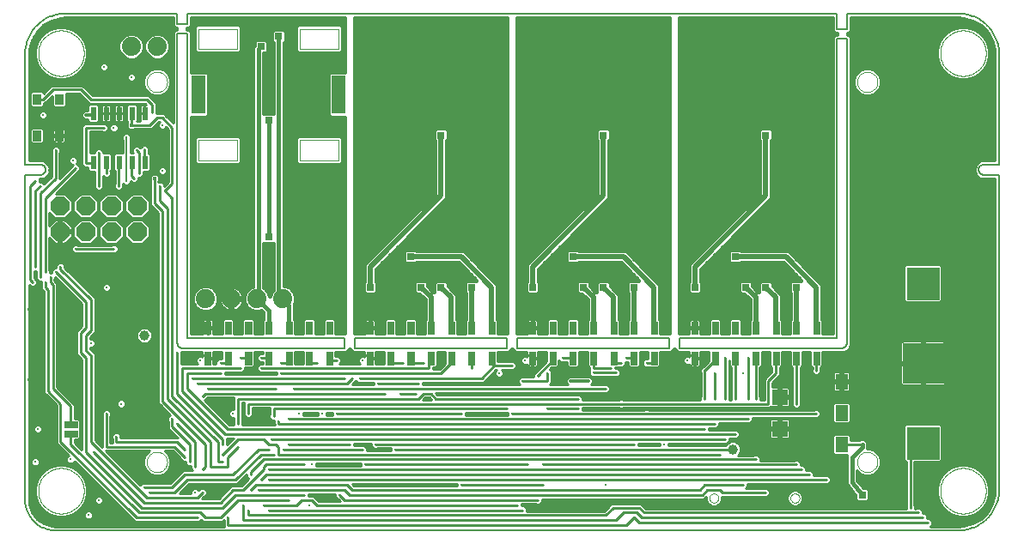
<source format=gbl>
G75*
%MOIN*%
%OFA0B0*%
%FSLAX24Y24*%
%IPPOS*%
%LPD*%
%AMOC8*
5,1,8,0,0,1.08239X$1,22.5*
%
%ADD10C,0.0050*%
%ADD11C,0.0000*%
%ADD12C,0.0281*%
%ADD13C,0.0354*%
%ADD14C,0.0016*%
%ADD15C,0.0013*%
%ADD16C,0.0014*%
%ADD17C,0.0018*%
%ADD18C,0.0016*%
%ADD19C,0.0015*%
%ADD20C,0.0740*%
%ADD21C,0.0039*%
%ADD22R,0.0551X0.1496*%
%ADD23OC8,0.0740*%
%ADD24C,0.0016*%
%ADD25C,0.0394*%
%ADD26C,0.0118*%
%ADD27C,0.0120*%
%ADD28C,0.0160*%
%ADD29C,0.0100*%
%ADD30C,0.0098*%
%ADD31R,0.0118X0.0118*%
%ADD32R,0.0276X0.0276*%
%ADD33C,0.0079*%
%ADD34C,0.0150*%
%ADD35C,0.0197*%
D10*
X005787Y006405D02*
X005787Y019043D01*
X006417Y019043D01*
X006442Y019048D01*
X006466Y019056D01*
X006488Y019067D01*
X006509Y019082D01*
X006528Y019099D01*
X006544Y019119D01*
X006556Y019141D01*
X006566Y019164D01*
X006572Y019189D01*
X006575Y019214D01*
X006574Y019240D01*
X006574Y019239D02*
X006575Y019265D01*
X006572Y019290D01*
X006566Y019315D01*
X006556Y019338D01*
X006544Y019360D01*
X006528Y019380D01*
X006509Y019397D01*
X006488Y019412D01*
X006466Y019423D01*
X006442Y019431D01*
X006417Y019436D01*
X006417Y019437D02*
X005787Y019437D01*
X005787Y023728D01*
X005789Y023805D01*
X005795Y023882D01*
X005804Y023959D01*
X005817Y024035D01*
X005834Y024111D01*
X005855Y024185D01*
X005879Y024259D01*
X005907Y024331D01*
X005938Y024401D01*
X005973Y024470D01*
X006011Y024538D01*
X006052Y024603D01*
X006097Y024666D01*
X006145Y024727D01*
X006195Y024786D01*
X006248Y024842D01*
X006304Y024895D01*
X006363Y024945D01*
X006424Y024993D01*
X006487Y025038D01*
X006552Y025079D01*
X006620Y025117D01*
X006689Y025152D01*
X006759Y025183D01*
X006831Y025211D01*
X006905Y025235D01*
X006979Y025256D01*
X007055Y025273D01*
X007131Y025286D01*
X007208Y025295D01*
X007285Y025301D01*
X007362Y025303D01*
X011693Y025303D01*
X011693Y024909D01*
X012086Y024909D01*
X012086Y025303D01*
X037283Y025303D01*
X037283Y024712D01*
X037677Y024712D01*
X037677Y025303D01*
X042008Y025303D01*
X042085Y025301D01*
X042162Y025295D01*
X042239Y025286D01*
X042315Y025273D01*
X042391Y025256D01*
X042465Y025235D01*
X042539Y025211D01*
X042611Y025183D01*
X042681Y025152D01*
X042750Y025117D01*
X042818Y025079D01*
X042883Y025038D01*
X042946Y024993D01*
X043007Y024945D01*
X043066Y024895D01*
X043122Y024842D01*
X043175Y024786D01*
X043225Y024727D01*
X043273Y024666D01*
X043318Y024603D01*
X043359Y024538D01*
X043397Y024470D01*
X043432Y024401D01*
X043463Y024331D01*
X043491Y024259D01*
X043515Y024185D01*
X043536Y024111D01*
X043553Y024035D01*
X043566Y023959D01*
X043575Y023882D01*
X043581Y023805D01*
X043583Y023728D01*
X043582Y023728D02*
X043582Y019437D01*
X042952Y019437D01*
X042952Y019436D02*
X042927Y019431D01*
X042903Y019423D01*
X042881Y019412D01*
X042860Y019397D01*
X042841Y019380D01*
X042825Y019360D01*
X042813Y019338D01*
X042803Y019315D01*
X042797Y019290D01*
X042794Y019265D01*
X042795Y019239D01*
X042795Y019240D02*
X042794Y019214D01*
X042797Y019189D01*
X042803Y019164D01*
X042813Y019141D01*
X042825Y019119D01*
X042841Y019099D01*
X042860Y019082D01*
X042881Y019067D01*
X042903Y019056D01*
X042927Y019048D01*
X042952Y019043D01*
X043582Y019043D01*
X043582Y006799D01*
X043583Y006799D02*
X043581Y006722D01*
X043575Y006645D01*
X043566Y006568D01*
X043553Y006492D01*
X043536Y006416D01*
X043515Y006342D01*
X043491Y006268D01*
X043463Y006196D01*
X043432Y006126D01*
X043397Y006057D01*
X043359Y005989D01*
X043318Y005924D01*
X043273Y005861D01*
X043225Y005800D01*
X043175Y005741D01*
X043122Y005685D01*
X043066Y005632D01*
X043007Y005582D01*
X042946Y005534D01*
X042883Y005489D01*
X042818Y005448D01*
X042750Y005410D01*
X042681Y005375D01*
X042611Y005344D01*
X042539Y005316D01*
X042465Y005292D01*
X042391Y005271D01*
X042315Y005254D01*
X042239Y005241D01*
X042162Y005232D01*
X042085Y005226D01*
X042008Y005224D01*
X006968Y005224D01*
X006902Y005226D01*
X006836Y005231D01*
X006770Y005241D01*
X006705Y005254D01*
X006641Y005270D01*
X006578Y005290D01*
X006516Y005314D01*
X006456Y005341D01*
X006397Y005371D01*
X006340Y005405D01*
X006285Y005442D01*
X006232Y005482D01*
X006181Y005524D01*
X006133Y005570D01*
X006087Y005618D01*
X006045Y005669D01*
X006005Y005722D01*
X005968Y005777D01*
X005934Y005834D01*
X005904Y005893D01*
X005877Y005953D01*
X005853Y006015D01*
X005833Y006078D01*
X005817Y006142D01*
X005804Y006207D01*
X005794Y006273D01*
X005789Y006339D01*
X005787Y006405D01*
X011693Y012507D02*
X011693Y024515D01*
X012086Y024515D01*
X012086Y012704D01*
X018189Y012704D01*
X018189Y012311D01*
X011889Y012311D01*
X011889Y012310D02*
X011863Y012312D01*
X011838Y012317D01*
X011814Y012325D01*
X011791Y012336D01*
X011769Y012351D01*
X011750Y012368D01*
X011733Y012387D01*
X011718Y012409D01*
X011707Y012432D01*
X011699Y012456D01*
X011694Y012481D01*
X011692Y012507D01*
X018582Y012311D02*
X018582Y012704D01*
X024488Y012704D01*
X024488Y012311D01*
X018582Y012311D01*
X024882Y012311D02*
X024882Y012704D01*
X030787Y012704D01*
X030787Y012311D01*
X024882Y012311D01*
X031181Y012311D02*
X031181Y012704D01*
X037283Y012704D01*
X037283Y024319D01*
X037677Y024319D01*
X037677Y012507D01*
X037675Y012481D01*
X037670Y012456D01*
X037662Y012432D01*
X037651Y012409D01*
X037636Y012387D01*
X037619Y012368D01*
X037600Y012351D01*
X037579Y012336D01*
X037555Y012325D01*
X037531Y012317D01*
X037506Y012312D01*
X037480Y012310D01*
X037480Y012311D02*
X031181Y012311D01*
D11*
X032336Y006481D02*
X032338Y006507D01*
X032344Y006533D01*
X032353Y006557D01*
X032366Y006580D01*
X032383Y006600D01*
X032402Y006618D01*
X032424Y006633D01*
X032447Y006644D01*
X032472Y006652D01*
X032498Y006656D01*
X032524Y006656D01*
X032550Y006652D01*
X032575Y006644D01*
X032599Y006633D01*
X032620Y006618D01*
X032639Y006600D01*
X032656Y006580D01*
X032669Y006557D01*
X032678Y006533D01*
X032684Y006507D01*
X032686Y006481D01*
X032684Y006455D01*
X032678Y006429D01*
X032669Y006405D01*
X032656Y006382D01*
X032639Y006362D01*
X032620Y006344D01*
X032598Y006329D01*
X032575Y006318D01*
X032550Y006310D01*
X032524Y006306D01*
X032498Y006306D01*
X032472Y006310D01*
X032447Y006318D01*
X032423Y006329D01*
X032402Y006344D01*
X032383Y006362D01*
X032366Y006382D01*
X032353Y006405D01*
X032344Y006429D01*
X032338Y006455D01*
X032336Y006481D01*
X035486Y006481D02*
X035488Y006507D01*
X035494Y006533D01*
X035503Y006557D01*
X035516Y006580D01*
X035533Y006600D01*
X035552Y006618D01*
X035574Y006633D01*
X035597Y006644D01*
X035622Y006652D01*
X035648Y006656D01*
X035674Y006656D01*
X035700Y006652D01*
X035725Y006644D01*
X035749Y006633D01*
X035770Y006618D01*
X035789Y006600D01*
X035806Y006580D01*
X035819Y006557D01*
X035828Y006533D01*
X035834Y006507D01*
X035836Y006481D01*
X035834Y006455D01*
X035828Y006429D01*
X035819Y006405D01*
X035806Y006382D01*
X035789Y006362D01*
X035770Y006344D01*
X035748Y006329D01*
X035725Y006318D01*
X035700Y006310D01*
X035674Y006306D01*
X035648Y006306D01*
X035622Y006310D01*
X035597Y006318D01*
X035573Y006329D01*
X035552Y006344D01*
X035533Y006362D01*
X035516Y006382D01*
X035503Y006405D01*
X035494Y006429D01*
X035488Y006455D01*
X035486Y006481D01*
X038070Y007881D02*
X038072Y007920D01*
X038078Y007959D01*
X038088Y007997D01*
X038101Y008034D01*
X038118Y008069D01*
X038138Y008103D01*
X038162Y008134D01*
X038189Y008163D01*
X038218Y008189D01*
X038250Y008212D01*
X038284Y008232D01*
X038320Y008248D01*
X038357Y008260D01*
X038396Y008269D01*
X038435Y008274D01*
X038474Y008275D01*
X038513Y008272D01*
X038552Y008265D01*
X038589Y008254D01*
X038626Y008240D01*
X038661Y008222D01*
X038694Y008201D01*
X038725Y008176D01*
X038753Y008149D01*
X038778Y008119D01*
X038800Y008086D01*
X038819Y008052D01*
X038834Y008016D01*
X038846Y007978D01*
X038854Y007940D01*
X038858Y007901D01*
X038858Y007861D01*
X038854Y007822D01*
X038846Y007784D01*
X038834Y007746D01*
X038819Y007710D01*
X038800Y007676D01*
X038778Y007643D01*
X038753Y007613D01*
X038725Y007586D01*
X038694Y007561D01*
X038661Y007540D01*
X038626Y007522D01*
X038589Y007508D01*
X038552Y007497D01*
X038513Y007490D01*
X038474Y007487D01*
X038435Y007488D01*
X038396Y007493D01*
X038357Y007502D01*
X038320Y007514D01*
X038284Y007530D01*
X038250Y007550D01*
X038218Y007573D01*
X038189Y007599D01*
X038162Y007628D01*
X038138Y007659D01*
X038118Y007693D01*
X038101Y007728D01*
X038088Y007765D01*
X038078Y007803D01*
X038072Y007842D01*
X038070Y007881D01*
X041299Y006763D02*
X041301Y006822D01*
X041307Y006881D01*
X041317Y006939D01*
X041330Y006997D01*
X041348Y007054D01*
X041369Y007109D01*
X041394Y007163D01*
X041423Y007215D01*
X041455Y007264D01*
X041490Y007312D01*
X041528Y007357D01*
X041569Y007400D01*
X041613Y007440D01*
X041659Y007476D01*
X041708Y007510D01*
X041759Y007540D01*
X041812Y007567D01*
X041867Y007590D01*
X041922Y007609D01*
X041980Y007625D01*
X042038Y007637D01*
X042096Y007645D01*
X042155Y007649D01*
X042215Y007649D01*
X042274Y007645D01*
X042332Y007637D01*
X042390Y007625D01*
X042448Y007609D01*
X042503Y007590D01*
X042558Y007567D01*
X042611Y007540D01*
X042662Y007510D01*
X042711Y007476D01*
X042757Y007440D01*
X042801Y007400D01*
X042842Y007357D01*
X042880Y007312D01*
X042915Y007264D01*
X042947Y007215D01*
X042976Y007163D01*
X043001Y007109D01*
X043022Y007054D01*
X043040Y006997D01*
X043053Y006939D01*
X043063Y006881D01*
X043069Y006822D01*
X043071Y006763D01*
X043069Y006704D01*
X043063Y006645D01*
X043053Y006587D01*
X043040Y006529D01*
X043022Y006472D01*
X043001Y006417D01*
X042976Y006363D01*
X042947Y006311D01*
X042915Y006262D01*
X042880Y006214D01*
X042842Y006169D01*
X042801Y006126D01*
X042757Y006086D01*
X042711Y006050D01*
X042662Y006016D01*
X042611Y005986D01*
X042558Y005959D01*
X042503Y005936D01*
X042448Y005917D01*
X042390Y005901D01*
X042332Y005889D01*
X042274Y005881D01*
X042215Y005877D01*
X042155Y005877D01*
X042096Y005881D01*
X042038Y005889D01*
X041980Y005901D01*
X041922Y005917D01*
X041867Y005936D01*
X041812Y005959D01*
X041759Y005986D01*
X041708Y006016D01*
X041659Y006050D01*
X041613Y006086D01*
X041569Y006126D01*
X041528Y006169D01*
X041490Y006214D01*
X041455Y006262D01*
X041423Y006311D01*
X041394Y006363D01*
X041369Y006417D01*
X041348Y006472D01*
X041330Y006529D01*
X041317Y006587D01*
X041307Y006645D01*
X041301Y006704D01*
X041299Y006763D01*
X038070Y022645D02*
X038072Y022684D01*
X038078Y022723D01*
X038088Y022761D01*
X038101Y022798D01*
X038118Y022833D01*
X038138Y022867D01*
X038162Y022898D01*
X038189Y022927D01*
X038218Y022953D01*
X038250Y022976D01*
X038284Y022996D01*
X038320Y023012D01*
X038357Y023024D01*
X038396Y023033D01*
X038435Y023038D01*
X038474Y023039D01*
X038513Y023036D01*
X038552Y023029D01*
X038589Y023018D01*
X038626Y023004D01*
X038661Y022986D01*
X038694Y022965D01*
X038725Y022940D01*
X038753Y022913D01*
X038778Y022883D01*
X038800Y022850D01*
X038819Y022816D01*
X038834Y022780D01*
X038846Y022742D01*
X038854Y022704D01*
X038858Y022665D01*
X038858Y022625D01*
X038854Y022586D01*
X038846Y022548D01*
X038834Y022510D01*
X038819Y022474D01*
X038800Y022440D01*
X038778Y022407D01*
X038753Y022377D01*
X038725Y022350D01*
X038694Y022325D01*
X038661Y022304D01*
X038626Y022286D01*
X038589Y022272D01*
X038552Y022261D01*
X038513Y022254D01*
X038474Y022251D01*
X038435Y022252D01*
X038396Y022257D01*
X038357Y022266D01*
X038320Y022278D01*
X038284Y022294D01*
X038250Y022314D01*
X038218Y022337D01*
X038189Y022363D01*
X038162Y022392D01*
X038138Y022423D01*
X038118Y022457D01*
X038101Y022492D01*
X038088Y022529D01*
X038078Y022567D01*
X038072Y022606D01*
X038070Y022645D01*
X041299Y023763D02*
X041301Y023822D01*
X041307Y023881D01*
X041317Y023939D01*
X041330Y023997D01*
X041348Y024054D01*
X041369Y024109D01*
X041394Y024163D01*
X041423Y024215D01*
X041455Y024264D01*
X041490Y024312D01*
X041528Y024357D01*
X041569Y024400D01*
X041613Y024440D01*
X041659Y024476D01*
X041708Y024510D01*
X041759Y024540D01*
X041812Y024567D01*
X041867Y024590D01*
X041922Y024609D01*
X041980Y024625D01*
X042038Y024637D01*
X042096Y024645D01*
X042155Y024649D01*
X042215Y024649D01*
X042274Y024645D01*
X042332Y024637D01*
X042390Y024625D01*
X042448Y024609D01*
X042503Y024590D01*
X042558Y024567D01*
X042611Y024540D01*
X042662Y024510D01*
X042711Y024476D01*
X042757Y024440D01*
X042801Y024400D01*
X042842Y024357D01*
X042880Y024312D01*
X042915Y024264D01*
X042947Y024215D01*
X042976Y024163D01*
X043001Y024109D01*
X043022Y024054D01*
X043040Y023997D01*
X043053Y023939D01*
X043063Y023881D01*
X043069Y023822D01*
X043071Y023763D01*
X043069Y023704D01*
X043063Y023645D01*
X043053Y023587D01*
X043040Y023529D01*
X043022Y023472D01*
X043001Y023417D01*
X042976Y023363D01*
X042947Y023311D01*
X042915Y023262D01*
X042880Y023214D01*
X042842Y023169D01*
X042801Y023126D01*
X042757Y023086D01*
X042711Y023050D01*
X042662Y023016D01*
X042611Y022986D01*
X042558Y022959D01*
X042503Y022936D01*
X042448Y022917D01*
X042390Y022901D01*
X042332Y022889D01*
X042274Y022881D01*
X042215Y022877D01*
X042155Y022877D01*
X042096Y022881D01*
X042038Y022889D01*
X041980Y022901D01*
X041922Y022917D01*
X041867Y022936D01*
X041812Y022959D01*
X041759Y022986D01*
X041708Y023016D01*
X041659Y023050D01*
X041613Y023086D01*
X041569Y023126D01*
X041528Y023169D01*
X041490Y023214D01*
X041455Y023262D01*
X041423Y023311D01*
X041394Y023363D01*
X041369Y023417D01*
X041348Y023472D01*
X041330Y023529D01*
X041317Y023587D01*
X041307Y023645D01*
X041301Y023704D01*
X041299Y023763D01*
X010511Y022645D02*
X010513Y022684D01*
X010519Y022723D01*
X010529Y022761D01*
X010542Y022798D01*
X010559Y022833D01*
X010579Y022867D01*
X010603Y022898D01*
X010630Y022927D01*
X010659Y022953D01*
X010691Y022976D01*
X010725Y022996D01*
X010761Y023012D01*
X010798Y023024D01*
X010837Y023033D01*
X010876Y023038D01*
X010915Y023039D01*
X010954Y023036D01*
X010993Y023029D01*
X011030Y023018D01*
X011067Y023004D01*
X011102Y022986D01*
X011135Y022965D01*
X011166Y022940D01*
X011194Y022913D01*
X011219Y022883D01*
X011241Y022850D01*
X011260Y022816D01*
X011275Y022780D01*
X011287Y022742D01*
X011295Y022704D01*
X011299Y022665D01*
X011299Y022625D01*
X011295Y022586D01*
X011287Y022548D01*
X011275Y022510D01*
X011260Y022474D01*
X011241Y022440D01*
X011219Y022407D01*
X011194Y022377D01*
X011166Y022350D01*
X011135Y022325D01*
X011102Y022304D01*
X011067Y022286D01*
X011030Y022272D01*
X010993Y022261D01*
X010954Y022254D01*
X010915Y022251D01*
X010876Y022252D01*
X010837Y022257D01*
X010798Y022266D01*
X010761Y022278D01*
X010725Y022294D01*
X010691Y022314D01*
X010659Y022337D01*
X010630Y022363D01*
X010603Y022392D01*
X010579Y022423D01*
X010559Y022457D01*
X010542Y022492D01*
X010529Y022529D01*
X010519Y022567D01*
X010513Y022606D01*
X010511Y022645D01*
X006299Y023763D02*
X006301Y023822D01*
X006307Y023881D01*
X006317Y023939D01*
X006330Y023997D01*
X006348Y024054D01*
X006369Y024109D01*
X006394Y024163D01*
X006423Y024215D01*
X006455Y024264D01*
X006490Y024312D01*
X006528Y024357D01*
X006569Y024400D01*
X006613Y024440D01*
X006659Y024476D01*
X006708Y024510D01*
X006759Y024540D01*
X006812Y024567D01*
X006867Y024590D01*
X006922Y024609D01*
X006980Y024625D01*
X007038Y024637D01*
X007096Y024645D01*
X007155Y024649D01*
X007215Y024649D01*
X007274Y024645D01*
X007332Y024637D01*
X007390Y024625D01*
X007448Y024609D01*
X007503Y024590D01*
X007558Y024567D01*
X007611Y024540D01*
X007662Y024510D01*
X007711Y024476D01*
X007757Y024440D01*
X007801Y024400D01*
X007842Y024357D01*
X007880Y024312D01*
X007915Y024264D01*
X007947Y024215D01*
X007976Y024163D01*
X008001Y024109D01*
X008022Y024054D01*
X008040Y023997D01*
X008053Y023939D01*
X008063Y023881D01*
X008069Y023822D01*
X008071Y023763D01*
X008069Y023704D01*
X008063Y023645D01*
X008053Y023587D01*
X008040Y023529D01*
X008022Y023472D01*
X008001Y023417D01*
X007976Y023363D01*
X007947Y023311D01*
X007915Y023262D01*
X007880Y023214D01*
X007842Y023169D01*
X007801Y023126D01*
X007757Y023086D01*
X007711Y023050D01*
X007662Y023016D01*
X007611Y022986D01*
X007558Y022959D01*
X007503Y022936D01*
X007448Y022917D01*
X007390Y022901D01*
X007332Y022889D01*
X007274Y022881D01*
X007215Y022877D01*
X007155Y022877D01*
X007096Y022881D01*
X007038Y022889D01*
X006980Y022901D01*
X006922Y022917D01*
X006867Y022936D01*
X006812Y022959D01*
X006759Y022986D01*
X006708Y023016D01*
X006659Y023050D01*
X006613Y023086D01*
X006569Y023126D01*
X006528Y023169D01*
X006490Y023214D01*
X006455Y023262D01*
X006423Y023311D01*
X006394Y023363D01*
X006369Y023417D01*
X006348Y023472D01*
X006330Y023529D01*
X006317Y023587D01*
X006307Y023645D01*
X006301Y023704D01*
X006299Y023763D01*
X010511Y007881D02*
X010513Y007920D01*
X010519Y007959D01*
X010529Y007997D01*
X010542Y008034D01*
X010559Y008069D01*
X010579Y008103D01*
X010603Y008134D01*
X010630Y008163D01*
X010659Y008189D01*
X010691Y008212D01*
X010725Y008232D01*
X010761Y008248D01*
X010798Y008260D01*
X010837Y008269D01*
X010876Y008274D01*
X010915Y008275D01*
X010954Y008272D01*
X010993Y008265D01*
X011030Y008254D01*
X011067Y008240D01*
X011102Y008222D01*
X011135Y008201D01*
X011166Y008176D01*
X011194Y008149D01*
X011219Y008119D01*
X011241Y008086D01*
X011260Y008052D01*
X011275Y008016D01*
X011287Y007978D01*
X011295Y007940D01*
X011299Y007901D01*
X011299Y007861D01*
X011295Y007822D01*
X011287Y007784D01*
X011275Y007746D01*
X011260Y007710D01*
X011241Y007676D01*
X011219Y007643D01*
X011194Y007613D01*
X011166Y007586D01*
X011135Y007561D01*
X011102Y007540D01*
X011067Y007522D01*
X011030Y007508D01*
X010993Y007497D01*
X010954Y007490D01*
X010915Y007487D01*
X010876Y007488D01*
X010837Y007493D01*
X010798Y007502D01*
X010761Y007514D01*
X010725Y007530D01*
X010691Y007550D01*
X010659Y007573D01*
X010630Y007599D01*
X010603Y007628D01*
X010579Y007659D01*
X010559Y007693D01*
X010542Y007728D01*
X010529Y007765D01*
X010519Y007803D01*
X010513Y007842D01*
X010511Y007881D01*
X006299Y006763D02*
X006301Y006822D01*
X006307Y006881D01*
X006317Y006939D01*
X006330Y006997D01*
X006348Y007054D01*
X006369Y007109D01*
X006394Y007163D01*
X006423Y007215D01*
X006455Y007264D01*
X006490Y007312D01*
X006528Y007357D01*
X006569Y007400D01*
X006613Y007440D01*
X006659Y007476D01*
X006708Y007510D01*
X006759Y007540D01*
X006812Y007567D01*
X006867Y007590D01*
X006922Y007609D01*
X006980Y007625D01*
X007038Y007637D01*
X007096Y007645D01*
X007155Y007649D01*
X007215Y007649D01*
X007274Y007645D01*
X007332Y007637D01*
X007390Y007625D01*
X007448Y007609D01*
X007503Y007590D01*
X007558Y007567D01*
X007611Y007540D01*
X007662Y007510D01*
X007711Y007476D01*
X007757Y007440D01*
X007801Y007400D01*
X007842Y007357D01*
X007880Y007312D01*
X007915Y007264D01*
X007947Y007215D01*
X007976Y007163D01*
X008001Y007109D01*
X008022Y007054D01*
X008040Y006997D01*
X008053Y006939D01*
X008063Y006881D01*
X008069Y006822D01*
X008071Y006763D01*
X008069Y006704D01*
X008063Y006645D01*
X008053Y006587D01*
X008040Y006529D01*
X008022Y006472D01*
X008001Y006417D01*
X007976Y006363D01*
X007947Y006311D01*
X007915Y006262D01*
X007880Y006214D01*
X007842Y006169D01*
X007801Y006126D01*
X007757Y006086D01*
X007711Y006050D01*
X007662Y006016D01*
X007611Y005986D01*
X007558Y005959D01*
X007503Y005936D01*
X007448Y005917D01*
X007390Y005901D01*
X007332Y005889D01*
X007274Y005881D01*
X007215Y005877D01*
X007155Y005877D01*
X007096Y005881D01*
X007038Y005889D01*
X006980Y005901D01*
X006922Y005917D01*
X006867Y005936D01*
X006812Y005959D01*
X006759Y005986D01*
X006708Y006016D01*
X006659Y006050D01*
X006613Y006086D01*
X006569Y006126D01*
X006528Y006169D01*
X006490Y006214D01*
X006455Y006262D01*
X006423Y006311D01*
X006394Y006363D01*
X006369Y006417D01*
X006348Y006472D01*
X006330Y006529D01*
X006317Y006587D01*
X006307Y006645D01*
X006301Y006704D01*
X006299Y006763D01*
D12*
X007201Y011373D02*
X007201Y011585D01*
X007295Y011585D01*
X007295Y011373D01*
X007201Y011373D01*
X007201Y013342D02*
X007201Y013554D01*
X007295Y013554D01*
X007295Y013342D01*
X007201Y013342D01*
D13*
X006313Y013841D02*
X006057Y013841D01*
X006057Y011085D02*
X006313Y011085D01*
D14*
X041402Y010948D02*
X041402Y012492D01*
X041402Y010948D02*
X039858Y010948D01*
X039858Y012492D01*
X041402Y012492D01*
X041402Y010963D02*
X039858Y010963D01*
X039858Y010978D02*
X041402Y010978D01*
X041402Y010993D02*
X039858Y010993D01*
X039858Y011008D02*
X041402Y011008D01*
X041402Y011023D02*
X039858Y011023D01*
X039858Y011038D02*
X041402Y011038D01*
X041402Y011053D02*
X039858Y011053D01*
X039858Y011068D02*
X041402Y011068D01*
X041402Y011083D02*
X039858Y011083D01*
X039858Y011098D02*
X041402Y011098D01*
X041402Y011113D02*
X039858Y011113D01*
X039858Y011128D02*
X041402Y011128D01*
X041402Y011143D02*
X039858Y011143D01*
X039858Y011158D02*
X041402Y011158D01*
X041402Y011173D02*
X039858Y011173D01*
X039858Y011188D02*
X041402Y011188D01*
X041402Y011203D02*
X039858Y011203D01*
X039858Y011218D02*
X041402Y011218D01*
X041402Y011233D02*
X039858Y011233D01*
X039858Y011248D02*
X041402Y011248D01*
X041402Y011263D02*
X039858Y011263D01*
X039858Y011278D02*
X041402Y011278D01*
X041402Y011293D02*
X039858Y011293D01*
X039858Y011308D02*
X041402Y011308D01*
X041402Y011323D02*
X039858Y011323D01*
X039858Y011338D02*
X041402Y011338D01*
X041402Y011353D02*
X039858Y011353D01*
X039858Y011368D02*
X041402Y011368D01*
X041402Y011383D02*
X039858Y011383D01*
X039858Y011398D02*
X041402Y011398D01*
X041402Y011413D02*
X039858Y011413D01*
X039858Y011428D02*
X041402Y011428D01*
X041402Y011443D02*
X039858Y011443D01*
X039858Y011458D02*
X041402Y011458D01*
X041402Y011473D02*
X039858Y011473D01*
X039858Y011488D02*
X041402Y011488D01*
X041402Y011503D02*
X039858Y011503D01*
X039858Y011518D02*
X041402Y011518D01*
X041402Y011533D02*
X039858Y011533D01*
X039858Y011548D02*
X041402Y011548D01*
X041402Y011563D02*
X039858Y011563D01*
X039858Y011578D02*
X041402Y011578D01*
X041402Y011593D02*
X039858Y011593D01*
X039858Y011608D02*
X041402Y011608D01*
X041402Y011623D02*
X039858Y011623D01*
X039858Y011638D02*
X041402Y011638D01*
X041402Y011653D02*
X039858Y011653D01*
X039858Y011668D02*
X041402Y011668D01*
X041402Y011683D02*
X039858Y011683D01*
X039858Y011698D02*
X041402Y011698D01*
X041402Y011713D02*
X039858Y011713D01*
X039858Y011728D02*
X041402Y011728D01*
X041402Y011743D02*
X039858Y011743D01*
X039858Y011758D02*
X041402Y011758D01*
X041402Y011773D02*
X039858Y011773D01*
X039858Y011788D02*
X041402Y011788D01*
X041402Y011803D02*
X039858Y011803D01*
X039858Y011818D02*
X041402Y011818D01*
X041402Y011833D02*
X039858Y011833D01*
X039858Y011848D02*
X041402Y011848D01*
X041402Y011863D02*
X039858Y011863D01*
X039858Y011878D02*
X041402Y011878D01*
X041402Y011893D02*
X039858Y011893D01*
X039858Y011908D02*
X041402Y011908D01*
X041402Y011923D02*
X039858Y011923D01*
X039858Y011938D02*
X041402Y011938D01*
X041402Y011953D02*
X039858Y011953D01*
X039858Y011968D02*
X041402Y011968D01*
X041402Y011983D02*
X039858Y011983D01*
X039858Y011998D02*
X041402Y011998D01*
X041402Y012013D02*
X039858Y012013D01*
X039858Y012028D02*
X041402Y012028D01*
X041402Y012043D02*
X039858Y012043D01*
X039858Y012058D02*
X041402Y012058D01*
X041402Y012073D02*
X039858Y012073D01*
X039858Y012088D02*
X041402Y012088D01*
X041402Y012103D02*
X039858Y012103D01*
X039858Y012118D02*
X041402Y012118D01*
X041402Y012133D02*
X039858Y012133D01*
X039858Y012148D02*
X041402Y012148D01*
X041402Y012163D02*
X039858Y012163D01*
X039858Y012178D02*
X041402Y012178D01*
X041402Y012193D02*
X039858Y012193D01*
X039858Y012208D02*
X041402Y012208D01*
X041402Y012223D02*
X039858Y012223D01*
X039858Y012238D02*
X041402Y012238D01*
X041402Y012253D02*
X039858Y012253D01*
X039858Y012268D02*
X041402Y012268D01*
X041402Y012283D02*
X039858Y012283D01*
X039858Y012298D02*
X041402Y012298D01*
X041402Y012313D02*
X039858Y012313D01*
X039858Y012328D02*
X041402Y012328D01*
X041402Y012343D02*
X039858Y012343D01*
X039858Y012358D02*
X041402Y012358D01*
X041402Y012373D02*
X039858Y012373D01*
X039858Y012388D02*
X041402Y012388D01*
X041402Y012403D02*
X039858Y012403D01*
X039858Y012418D02*
X041402Y012418D01*
X041402Y012433D02*
X039858Y012433D01*
X039858Y012448D02*
X041402Y012448D01*
X041402Y012463D02*
X039858Y012463D01*
X039858Y012478D02*
X041402Y012478D01*
D15*
X041249Y014201D02*
X041249Y015439D01*
X041249Y014201D02*
X040011Y014201D01*
X040011Y015439D01*
X041249Y015439D01*
X041249Y014213D02*
X040011Y014213D01*
X040011Y014225D02*
X041249Y014225D01*
X041249Y014237D02*
X040011Y014237D01*
X040011Y014249D02*
X041249Y014249D01*
X041249Y014261D02*
X040011Y014261D01*
X040011Y014273D02*
X041249Y014273D01*
X041249Y014285D02*
X040011Y014285D01*
X040011Y014297D02*
X041249Y014297D01*
X041249Y014309D02*
X040011Y014309D01*
X040011Y014321D02*
X041249Y014321D01*
X041249Y014333D02*
X040011Y014333D01*
X040011Y014345D02*
X041249Y014345D01*
X041249Y014357D02*
X040011Y014357D01*
X040011Y014369D02*
X041249Y014369D01*
X041249Y014381D02*
X040011Y014381D01*
X040011Y014393D02*
X041249Y014393D01*
X041249Y014405D02*
X040011Y014405D01*
X040011Y014417D02*
X041249Y014417D01*
X041249Y014429D02*
X040011Y014429D01*
X040011Y014441D02*
X041249Y014441D01*
X041249Y014453D02*
X040011Y014453D01*
X040011Y014465D02*
X041249Y014465D01*
X041249Y014477D02*
X040011Y014477D01*
X040011Y014489D02*
X041249Y014489D01*
X041249Y014501D02*
X040011Y014501D01*
X040011Y014513D02*
X041249Y014513D01*
X041249Y014525D02*
X040011Y014525D01*
X040011Y014537D02*
X041249Y014537D01*
X041249Y014549D02*
X040011Y014549D01*
X040011Y014561D02*
X041249Y014561D01*
X041249Y014573D02*
X040011Y014573D01*
X040011Y014585D02*
X041249Y014585D01*
X041249Y014597D02*
X040011Y014597D01*
X040011Y014609D02*
X041249Y014609D01*
X041249Y014621D02*
X040011Y014621D01*
X040011Y014633D02*
X041249Y014633D01*
X041249Y014645D02*
X040011Y014645D01*
X040011Y014657D02*
X041249Y014657D01*
X041249Y014669D02*
X040011Y014669D01*
X040011Y014681D02*
X041249Y014681D01*
X041249Y014693D02*
X040011Y014693D01*
X040011Y014705D02*
X041249Y014705D01*
X041249Y014717D02*
X040011Y014717D01*
X040011Y014729D02*
X041249Y014729D01*
X041249Y014741D02*
X040011Y014741D01*
X040011Y014753D02*
X041249Y014753D01*
X041249Y014765D02*
X040011Y014765D01*
X040011Y014777D02*
X041249Y014777D01*
X041249Y014789D02*
X040011Y014789D01*
X040011Y014801D02*
X041249Y014801D01*
X041249Y014813D02*
X040011Y014813D01*
X040011Y014825D02*
X041249Y014825D01*
X041249Y014837D02*
X040011Y014837D01*
X040011Y014849D02*
X041249Y014849D01*
X041249Y014861D02*
X040011Y014861D01*
X040011Y014873D02*
X041249Y014873D01*
X041249Y014885D02*
X040011Y014885D01*
X040011Y014897D02*
X041249Y014897D01*
X041249Y014909D02*
X040011Y014909D01*
X040011Y014921D02*
X041249Y014921D01*
X041249Y014933D02*
X040011Y014933D01*
X040011Y014945D02*
X041249Y014945D01*
X041249Y014957D02*
X040011Y014957D01*
X040011Y014969D02*
X041249Y014969D01*
X041249Y014981D02*
X040011Y014981D01*
X040011Y014993D02*
X041249Y014993D01*
X041249Y015005D02*
X040011Y015005D01*
X040011Y015017D02*
X041249Y015017D01*
X041249Y015029D02*
X040011Y015029D01*
X040011Y015041D02*
X041249Y015041D01*
X041249Y015053D02*
X040011Y015053D01*
X040011Y015065D02*
X041249Y015065D01*
X041249Y015077D02*
X040011Y015077D01*
X040011Y015089D02*
X041249Y015089D01*
X041249Y015101D02*
X040011Y015101D01*
X040011Y015113D02*
X041249Y015113D01*
X041249Y015125D02*
X040011Y015125D01*
X040011Y015137D02*
X041249Y015137D01*
X041249Y015149D02*
X040011Y015149D01*
X040011Y015161D02*
X041249Y015161D01*
X041249Y015173D02*
X040011Y015173D01*
X040011Y015185D02*
X041249Y015185D01*
X041249Y015197D02*
X040011Y015197D01*
X040011Y015209D02*
X041249Y015209D01*
X041249Y015221D02*
X040011Y015221D01*
X040011Y015233D02*
X041249Y015233D01*
X041249Y015245D02*
X040011Y015245D01*
X040011Y015257D02*
X041249Y015257D01*
X041249Y015269D02*
X040011Y015269D01*
X040011Y015281D02*
X041249Y015281D01*
X041249Y015293D02*
X040011Y015293D01*
X040011Y015305D02*
X041249Y015305D01*
X041249Y015317D02*
X040011Y015317D01*
X040011Y015329D02*
X041249Y015329D01*
X041249Y015341D02*
X040011Y015341D01*
X040011Y015353D02*
X041249Y015353D01*
X041249Y015365D02*
X040011Y015365D01*
X040011Y015377D02*
X041249Y015377D01*
X041249Y015389D02*
X040011Y015389D01*
X040011Y015401D02*
X041249Y015401D01*
X041249Y015413D02*
X040011Y015413D01*
X040011Y015425D02*
X041249Y015425D01*
X041249Y015437D02*
X040011Y015437D01*
X041249Y009239D02*
X041249Y008001D01*
X040011Y008001D01*
X040011Y009239D01*
X041249Y009239D01*
X041249Y008013D02*
X040011Y008013D01*
X040011Y008025D02*
X041249Y008025D01*
X041249Y008037D02*
X040011Y008037D01*
X040011Y008049D02*
X041249Y008049D01*
X041249Y008061D02*
X040011Y008061D01*
X040011Y008073D02*
X041249Y008073D01*
X041249Y008085D02*
X040011Y008085D01*
X040011Y008097D02*
X041249Y008097D01*
X041249Y008109D02*
X040011Y008109D01*
X040011Y008121D02*
X041249Y008121D01*
X041249Y008133D02*
X040011Y008133D01*
X040011Y008145D02*
X041249Y008145D01*
X041249Y008157D02*
X040011Y008157D01*
X040011Y008169D02*
X041249Y008169D01*
X041249Y008181D02*
X040011Y008181D01*
X040011Y008193D02*
X041249Y008193D01*
X041249Y008205D02*
X040011Y008205D01*
X040011Y008217D02*
X041249Y008217D01*
X041249Y008229D02*
X040011Y008229D01*
X040011Y008241D02*
X041249Y008241D01*
X041249Y008253D02*
X040011Y008253D01*
X040011Y008265D02*
X041249Y008265D01*
X041249Y008277D02*
X040011Y008277D01*
X040011Y008289D02*
X041249Y008289D01*
X041249Y008301D02*
X040011Y008301D01*
X040011Y008313D02*
X041249Y008313D01*
X041249Y008325D02*
X040011Y008325D01*
X040011Y008337D02*
X041249Y008337D01*
X041249Y008349D02*
X040011Y008349D01*
X040011Y008361D02*
X041249Y008361D01*
X041249Y008373D02*
X040011Y008373D01*
X040011Y008385D02*
X041249Y008385D01*
X041249Y008397D02*
X040011Y008397D01*
X040011Y008409D02*
X041249Y008409D01*
X041249Y008421D02*
X040011Y008421D01*
X040011Y008433D02*
X041249Y008433D01*
X041249Y008445D02*
X040011Y008445D01*
X040011Y008457D02*
X041249Y008457D01*
X041249Y008469D02*
X040011Y008469D01*
X040011Y008481D02*
X041249Y008481D01*
X041249Y008493D02*
X040011Y008493D01*
X040011Y008505D02*
X041249Y008505D01*
X041249Y008517D02*
X040011Y008517D01*
X040011Y008529D02*
X041249Y008529D01*
X041249Y008541D02*
X040011Y008541D01*
X040011Y008553D02*
X041249Y008553D01*
X041249Y008565D02*
X040011Y008565D01*
X040011Y008577D02*
X041249Y008577D01*
X041249Y008589D02*
X040011Y008589D01*
X040011Y008601D02*
X041249Y008601D01*
X041249Y008613D02*
X040011Y008613D01*
X040011Y008625D02*
X041249Y008625D01*
X041249Y008637D02*
X040011Y008637D01*
X040011Y008649D02*
X041249Y008649D01*
X041249Y008661D02*
X040011Y008661D01*
X040011Y008673D02*
X041249Y008673D01*
X041249Y008685D02*
X040011Y008685D01*
X040011Y008697D02*
X041249Y008697D01*
X041249Y008709D02*
X040011Y008709D01*
X040011Y008721D02*
X041249Y008721D01*
X041249Y008733D02*
X040011Y008733D01*
X040011Y008745D02*
X041249Y008745D01*
X041249Y008757D02*
X040011Y008757D01*
X040011Y008769D02*
X041249Y008769D01*
X041249Y008781D02*
X040011Y008781D01*
X040011Y008793D02*
X041249Y008793D01*
X041249Y008805D02*
X040011Y008805D01*
X040011Y008817D02*
X041249Y008817D01*
X041249Y008829D02*
X040011Y008829D01*
X040011Y008841D02*
X041249Y008841D01*
X041249Y008853D02*
X040011Y008853D01*
X040011Y008865D02*
X041249Y008865D01*
X041249Y008877D02*
X040011Y008877D01*
X040011Y008889D02*
X041249Y008889D01*
X041249Y008901D02*
X040011Y008901D01*
X040011Y008913D02*
X041249Y008913D01*
X041249Y008925D02*
X040011Y008925D01*
X040011Y008937D02*
X041249Y008937D01*
X041249Y008949D02*
X040011Y008949D01*
X040011Y008961D02*
X041249Y008961D01*
X041249Y008973D02*
X040011Y008973D01*
X040011Y008985D02*
X041249Y008985D01*
X041249Y008997D02*
X040011Y008997D01*
X040011Y009009D02*
X041249Y009009D01*
X041249Y009021D02*
X040011Y009021D01*
X040011Y009033D02*
X041249Y009033D01*
X041249Y009045D02*
X040011Y009045D01*
X040011Y009057D02*
X041249Y009057D01*
X041249Y009069D02*
X040011Y009069D01*
X040011Y009081D02*
X041249Y009081D01*
X041249Y009093D02*
X040011Y009093D01*
X040011Y009105D02*
X041249Y009105D01*
X041249Y009117D02*
X040011Y009117D01*
X040011Y009129D02*
X041249Y009129D01*
X041249Y009141D02*
X040011Y009141D01*
X040011Y009153D02*
X041249Y009153D01*
X041249Y009165D02*
X040011Y009165D01*
X040011Y009177D02*
X041249Y009177D01*
X041249Y009189D02*
X040011Y009189D01*
X040011Y009201D02*
X041249Y009201D01*
X041249Y009213D02*
X040011Y009213D01*
X040011Y009225D02*
X041249Y009225D01*
X041249Y009237D02*
X040011Y009237D01*
D16*
X037693Y009503D02*
X037693Y010079D01*
X037693Y009503D02*
X037235Y009503D01*
X037235Y010079D01*
X037693Y010079D01*
X037693Y009516D02*
X037235Y009516D01*
X037235Y009529D02*
X037693Y009529D01*
X037693Y009542D02*
X037235Y009542D01*
X037235Y009555D02*
X037693Y009555D01*
X037693Y009568D02*
X037235Y009568D01*
X037235Y009581D02*
X037693Y009581D01*
X037693Y009594D02*
X037235Y009594D01*
X037235Y009607D02*
X037693Y009607D01*
X037693Y009620D02*
X037235Y009620D01*
X037235Y009633D02*
X037693Y009633D01*
X037693Y009646D02*
X037235Y009646D01*
X037235Y009659D02*
X037693Y009659D01*
X037693Y009672D02*
X037235Y009672D01*
X037235Y009685D02*
X037693Y009685D01*
X037693Y009698D02*
X037235Y009698D01*
X037235Y009711D02*
X037693Y009711D01*
X037693Y009724D02*
X037235Y009724D01*
X037235Y009737D02*
X037693Y009737D01*
X037693Y009750D02*
X037235Y009750D01*
X037235Y009763D02*
X037693Y009763D01*
X037693Y009776D02*
X037235Y009776D01*
X037235Y009789D02*
X037693Y009789D01*
X037693Y009802D02*
X037235Y009802D01*
X037235Y009815D02*
X037693Y009815D01*
X037693Y009828D02*
X037235Y009828D01*
X037235Y009841D02*
X037693Y009841D01*
X037693Y009854D02*
X037235Y009854D01*
X037235Y009867D02*
X037693Y009867D01*
X037693Y009880D02*
X037235Y009880D01*
X037235Y009893D02*
X037693Y009893D01*
X037693Y009906D02*
X037235Y009906D01*
X037235Y009919D02*
X037693Y009919D01*
X037693Y009932D02*
X037235Y009932D01*
X037235Y009945D02*
X037693Y009945D01*
X037693Y009958D02*
X037235Y009958D01*
X037235Y009971D02*
X037693Y009971D01*
X037693Y009984D02*
X037235Y009984D01*
X037235Y009997D02*
X037693Y009997D01*
X037693Y010010D02*
X037235Y010010D01*
X037235Y010023D02*
X037693Y010023D01*
X037693Y010036D02*
X037235Y010036D01*
X037235Y010049D02*
X037693Y010049D01*
X037693Y010062D02*
X037235Y010062D01*
X037235Y010075D02*
X037693Y010075D01*
X037693Y010723D02*
X037693Y011299D01*
X037693Y010723D02*
X037235Y010723D01*
X037235Y011299D01*
X037693Y011299D01*
X037693Y010736D02*
X037235Y010736D01*
X037235Y010749D02*
X037693Y010749D01*
X037693Y010762D02*
X037235Y010762D01*
X037235Y010775D02*
X037693Y010775D01*
X037693Y010788D02*
X037235Y010788D01*
X037235Y010801D02*
X037693Y010801D01*
X037693Y010814D02*
X037235Y010814D01*
X037235Y010827D02*
X037693Y010827D01*
X037693Y010840D02*
X037235Y010840D01*
X037235Y010853D02*
X037693Y010853D01*
X037693Y010866D02*
X037235Y010866D01*
X037235Y010879D02*
X037693Y010879D01*
X037693Y010892D02*
X037235Y010892D01*
X037235Y010905D02*
X037693Y010905D01*
X037693Y010918D02*
X037235Y010918D01*
X037235Y010931D02*
X037693Y010931D01*
X037693Y010944D02*
X037235Y010944D01*
X037235Y010957D02*
X037693Y010957D01*
X037693Y010970D02*
X037235Y010970D01*
X037235Y010983D02*
X037693Y010983D01*
X037693Y010996D02*
X037235Y010996D01*
X037235Y011009D02*
X037693Y011009D01*
X037693Y011022D02*
X037235Y011022D01*
X037235Y011035D02*
X037693Y011035D01*
X037693Y011048D02*
X037235Y011048D01*
X037235Y011061D02*
X037693Y011061D01*
X037693Y011074D02*
X037235Y011074D01*
X037235Y011087D02*
X037693Y011087D01*
X037693Y011100D02*
X037235Y011100D01*
X037235Y011113D02*
X037693Y011113D01*
X037693Y011126D02*
X037235Y011126D01*
X037235Y011139D02*
X037693Y011139D01*
X037693Y011152D02*
X037235Y011152D01*
X037235Y011165D02*
X037693Y011165D01*
X037693Y011178D02*
X037235Y011178D01*
X037235Y011191D02*
X037693Y011191D01*
X037693Y011204D02*
X037235Y011204D01*
X037235Y011217D02*
X037693Y011217D01*
X037693Y011230D02*
X037235Y011230D01*
X037235Y011243D02*
X037693Y011243D01*
X037693Y011256D02*
X037235Y011256D01*
X037235Y011269D02*
X037693Y011269D01*
X037693Y011282D02*
X037235Y011282D01*
X037235Y011295D02*
X037693Y011295D01*
X037693Y008858D02*
X037693Y008282D01*
X037235Y008282D01*
X037235Y008858D01*
X037693Y008858D01*
X037693Y008295D02*
X037235Y008295D01*
X037235Y008308D02*
X037693Y008308D01*
X037693Y008321D02*
X037235Y008321D01*
X037235Y008334D02*
X037693Y008334D01*
X037693Y008347D02*
X037235Y008347D01*
X037235Y008360D02*
X037693Y008360D01*
X037693Y008373D02*
X037235Y008373D01*
X037235Y008386D02*
X037693Y008386D01*
X037693Y008399D02*
X037235Y008399D01*
X037235Y008412D02*
X037693Y008412D01*
X037693Y008425D02*
X037235Y008425D01*
X037235Y008438D02*
X037693Y008438D01*
X037693Y008451D02*
X037235Y008451D01*
X037235Y008464D02*
X037693Y008464D01*
X037693Y008477D02*
X037235Y008477D01*
X037235Y008490D02*
X037693Y008490D01*
X037693Y008503D02*
X037235Y008503D01*
X037235Y008516D02*
X037693Y008516D01*
X037693Y008529D02*
X037235Y008529D01*
X037235Y008542D02*
X037693Y008542D01*
X037693Y008555D02*
X037235Y008555D01*
X037235Y008568D02*
X037693Y008568D01*
X037693Y008581D02*
X037235Y008581D01*
X037235Y008594D02*
X037693Y008594D01*
X037693Y008607D02*
X037235Y008607D01*
X037235Y008620D02*
X037693Y008620D01*
X037693Y008633D02*
X037235Y008633D01*
X037235Y008646D02*
X037693Y008646D01*
X037693Y008659D02*
X037235Y008659D01*
X037235Y008672D02*
X037693Y008672D01*
X037693Y008685D02*
X037235Y008685D01*
X037235Y008698D02*
X037693Y008698D01*
X037693Y008711D02*
X037235Y008711D01*
X037235Y008724D02*
X037693Y008724D01*
X037693Y008737D02*
X037235Y008737D01*
X037235Y008750D02*
X037693Y008750D01*
X037693Y008763D02*
X037235Y008763D01*
X037235Y008776D02*
X037693Y008776D01*
X037693Y008789D02*
X037235Y008789D01*
X037235Y008802D02*
X037693Y008802D01*
X037693Y008815D02*
X037235Y008815D01*
X037235Y008828D02*
X037693Y008828D01*
X037693Y008841D02*
X037235Y008841D01*
X037235Y008854D02*
X037693Y008854D01*
D17*
X035349Y008895D02*
X035349Y009467D01*
X035349Y008895D02*
X034777Y008895D01*
X034777Y009467D01*
X035349Y009467D01*
X035349Y008912D02*
X034777Y008912D01*
X034777Y008929D02*
X035349Y008929D01*
X035349Y008946D02*
X034777Y008946D01*
X034777Y008963D02*
X035349Y008963D01*
X035349Y008980D02*
X034777Y008980D01*
X034777Y008997D02*
X035349Y008997D01*
X035349Y009014D02*
X034777Y009014D01*
X034777Y009031D02*
X035349Y009031D01*
X035349Y009048D02*
X034777Y009048D01*
X034777Y009065D02*
X035349Y009065D01*
X035349Y009082D02*
X034777Y009082D01*
X034777Y009099D02*
X035349Y009099D01*
X035349Y009116D02*
X034777Y009116D01*
X034777Y009133D02*
X035349Y009133D01*
X035349Y009150D02*
X034777Y009150D01*
X034777Y009167D02*
X035349Y009167D01*
X035349Y009184D02*
X034777Y009184D01*
X034777Y009201D02*
X035349Y009201D01*
X035349Y009218D02*
X034777Y009218D01*
X034777Y009235D02*
X035349Y009235D01*
X035349Y009252D02*
X034777Y009252D01*
X034777Y009269D02*
X035349Y009269D01*
X035349Y009286D02*
X034777Y009286D01*
X034777Y009303D02*
X035349Y009303D01*
X035349Y009320D02*
X034777Y009320D01*
X034777Y009337D02*
X035349Y009337D01*
X035349Y009354D02*
X034777Y009354D01*
X034777Y009371D02*
X035349Y009371D01*
X035349Y009388D02*
X034777Y009388D01*
X034777Y009405D02*
X035349Y009405D01*
X035349Y009422D02*
X034777Y009422D01*
X034777Y009439D02*
X035349Y009439D01*
X035349Y009456D02*
X034777Y009456D01*
X035349Y010115D02*
X035349Y010687D01*
X035349Y010115D02*
X034777Y010115D01*
X034777Y010687D01*
X035349Y010687D01*
X035349Y010132D02*
X034777Y010132D01*
X034777Y010149D02*
X035349Y010149D01*
X035349Y010166D02*
X034777Y010166D01*
X034777Y010183D02*
X035349Y010183D01*
X035349Y010200D02*
X034777Y010200D01*
X034777Y010217D02*
X035349Y010217D01*
X035349Y010234D02*
X034777Y010234D01*
X034777Y010251D02*
X035349Y010251D01*
X035349Y010268D02*
X034777Y010268D01*
X034777Y010285D02*
X035349Y010285D01*
X035349Y010302D02*
X034777Y010302D01*
X034777Y010319D02*
X035349Y010319D01*
X035349Y010336D02*
X034777Y010336D01*
X034777Y010353D02*
X035349Y010353D01*
X035349Y010370D02*
X034777Y010370D01*
X034777Y010387D02*
X035349Y010387D01*
X035349Y010404D02*
X034777Y010404D01*
X034777Y010421D02*
X035349Y010421D01*
X035349Y010438D02*
X034777Y010438D01*
X034777Y010455D02*
X035349Y010455D01*
X035349Y010472D02*
X034777Y010472D01*
X034777Y010489D02*
X035349Y010489D01*
X035349Y010506D02*
X034777Y010506D01*
X034777Y010523D02*
X035349Y010523D01*
X035349Y010540D02*
X034777Y010540D01*
X034777Y010557D02*
X035349Y010557D01*
X035349Y010574D02*
X034777Y010574D01*
X034777Y010591D02*
X035349Y010591D01*
X035349Y010608D02*
X034777Y010608D01*
X034777Y010625D02*
X035349Y010625D01*
X035349Y010642D02*
X034777Y010642D01*
X034777Y010659D02*
X035349Y010659D01*
X035349Y010676D02*
X034777Y010676D01*
D18*
X010521Y019288D02*
X010337Y019288D01*
X010337Y019772D01*
X010521Y019772D01*
X010521Y019288D01*
X010521Y019303D02*
X010337Y019303D01*
X010337Y019318D02*
X010521Y019318D01*
X010521Y019333D02*
X010337Y019333D01*
X010337Y019348D02*
X010521Y019348D01*
X010521Y019363D02*
X010337Y019363D01*
X010337Y019378D02*
X010521Y019378D01*
X010521Y019393D02*
X010337Y019393D01*
X010337Y019408D02*
X010521Y019408D01*
X010521Y019423D02*
X010337Y019423D01*
X010337Y019438D02*
X010521Y019438D01*
X010521Y019453D02*
X010337Y019453D01*
X010337Y019468D02*
X010521Y019468D01*
X010521Y019483D02*
X010337Y019483D01*
X010337Y019498D02*
X010521Y019498D01*
X010521Y019513D02*
X010337Y019513D01*
X010337Y019528D02*
X010521Y019528D01*
X010521Y019543D02*
X010337Y019543D01*
X010337Y019558D02*
X010521Y019558D01*
X010521Y019573D02*
X010337Y019573D01*
X010337Y019588D02*
X010521Y019588D01*
X010521Y019603D02*
X010337Y019603D01*
X010337Y019618D02*
X010521Y019618D01*
X010521Y019633D02*
X010337Y019633D01*
X010337Y019648D02*
X010521Y019648D01*
X010521Y019663D02*
X010337Y019663D01*
X010337Y019678D02*
X010521Y019678D01*
X010521Y019693D02*
X010337Y019693D01*
X010337Y019708D02*
X010521Y019708D01*
X010521Y019723D02*
X010337Y019723D01*
X010337Y019738D02*
X010521Y019738D01*
X010521Y019753D02*
X010337Y019753D01*
X010337Y019768D02*
X010521Y019768D01*
X010021Y019288D02*
X009837Y019288D01*
X009837Y019772D01*
X010021Y019772D01*
X010021Y019288D01*
X010021Y019303D02*
X009837Y019303D01*
X009837Y019318D02*
X010021Y019318D01*
X010021Y019333D02*
X009837Y019333D01*
X009837Y019348D02*
X010021Y019348D01*
X010021Y019363D02*
X009837Y019363D01*
X009837Y019378D02*
X010021Y019378D01*
X010021Y019393D02*
X009837Y019393D01*
X009837Y019408D02*
X010021Y019408D01*
X010021Y019423D02*
X009837Y019423D01*
X009837Y019438D02*
X010021Y019438D01*
X010021Y019453D02*
X009837Y019453D01*
X009837Y019468D02*
X010021Y019468D01*
X010021Y019483D02*
X009837Y019483D01*
X009837Y019498D02*
X010021Y019498D01*
X010021Y019513D02*
X009837Y019513D01*
X009837Y019528D02*
X010021Y019528D01*
X010021Y019543D02*
X009837Y019543D01*
X009837Y019558D02*
X010021Y019558D01*
X010021Y019573D02*
X009837Y019573D01*
X009837Y019588D02*
X010021Y019588D01*
X010021Y019603D02*
X009837Y019603D01*
X009837Y019618D02*
X010021Y019618D01*
X010021Y019633D02*
X009837Y019633D01*
X009837Y019648D02*
X010021Y019648D01*
X010021Y019663D02*
X009837Y019663D01*
X009837Y019678D02*
X010021Y019678D01*
X010021Y019693D02*
X009837Y019693D01*
X009837Y019708D02*
X010021Y019708D01*
X010021Y019723D02*
X009837Y019723D01*
X009837Y019738D02*
X010021Y019738D01*
X010021Y019753D02*
X009837Y019753D01*
X009837Y019768D02*
X010021Y019768D01*
X009521Y019288D02*
X009337Y019288D01*
X009337Y019772D01*
X009521Y019772D01*
X009521Y019288D01*
X009521Y019303D02*
X009337Y019303D01*
X009337Y019318D02*
X009521Y019318D01*
X009521Y019333D02*
X009337Y019333D01*
X009337Y019348D02*
X009521Y019348D01*
X009521Y019363D02*
X009337Y019363D01*
X009337Y019378D02*
X009521Y019378D01*
X009521Y019393D02*
X009337Y019393D01*
X009337Y019408D02*
X009521Y019408D01*
X009521Y019423D02*
X009337Y019423D01*
X009337Y019438D02*
X009521Y019438D01*
X009521Y019453D02*
X009337Y019453D01*
X009337Y019468D02*
X009521Y019468D01*
X009521Y019483D02*
X009337Y019483D01*
X009337Y019498D02*
X009521Y019498D01*
X009521Y019513D02*
X009337Y019513D01*
X009337Y019528D02*
X009521Y019528D01*
X009521Y019543D02*
X009337Y019543D01*
X009337Y019558D02*
X009521Y019558D01*
X009521Y019573D02*
X009337Y019573D01*
X009337Y019588D02*
X009521Y019588D01*
X009521Y019603D02*
X009337Y019603D01*
X009337Y019618D02*
X009521Y019618D01*
X009521Y019633D02*
X009337Y019633D01*
X009337Y019648D02*
X009521Y019648D01*
X009521Y019663D02*
X009337Y019663D01*
X009337Y019678D02*
X009521Y019678D01*
X009521Y019693D02*
X009337Y019693D01*
X009337Y019708D02*
X009521Y019708D01*
X009521Y019723D02*
X009337Y019723D01*
X009337Y019738D02*
X009521Y019738D01*
X009521Y019753D02*
X009337Y019753D01*
X009337Y019768D02*
X009521Y019768D01*
X009021Y019288D02*
X008837Y019288D01*
X008837Y019772D01*
X009021Y019772D01*
X009021Y019288D01*
X009021Y019303D02*
X008837Y019303D01*
X008837Y019318D02*
X009021Y019318D01*
X009021Y019333D02*
X008837Y019333D01*
X008837Y019348D02*
X009021Y019348D01*
X009021Y019363D02*
X008837Y019363D01*
X008837Y019378D02*
X009021Y019378D01*
X009021Y019393D02*
X008837Y019393D01*
X008837Y019408D02*
X009021Y019408D01*
X009021Y019423D02*
X008837Y019423D01*
X008837Y019438D02*
X009021Y019438D01*
X009021Y019453D02*
X008837Y019453D01*
X008837Y019468D02*
X009021Y019468D01*
X009021Y019483D02*
X008837Y019483D01*
X008837Y019498D02*
X009021Y019498D01*
X009021Y019513D02*
X008837Y019513D01*
X008837Y019528D02*
X009021Y019528D01*
X009021Y019543D02*
X008837Y019543D01*
X008837Y019558D02*
X009021Y019558D01*
X009021Y019573D02*
X008837Y019573D01*
X008837Y019588D02*
X009021Y019588D01*
X009021Y019603D02*
X008837Y019603D01*
X008837Y019618D02*
X009021Y019618D01*
X009021Y019633D02*
X008837Y019633D01*
X008837Y019648D02*
X009021Y019648D01*
X009021Y019663D02*
X008837Y019663D01*
X008837Y019678D02*
X009021Y019678D01*
X009021Y019693D02*
X008837Y019693D01*
X008837Y019708D02*
X009021Y019708D01*
X009021Y019723D02*
X008837Y019723D01*
X008837Y019738D02*
X009021Y019738D01*
X009021Y019753D02*
X008837Y019753D01*
X008837Y019768D02*
X009021Y019768D01*
X008521Y019288D02*
X008337Y019288D01*
X008337Y019772D01*
X008521Y019772D01*
X008521Y019288D01*
X008521Y019303D02*
X008337Y019303D01*
X008337Y019318D02*
X008521Y019318D01*
X008521Y019333D02*
X008337Y019333D01*
X008337Y019348D02*
X008521Y019348D01*
X008521Y019363D02*
X008337Y019363D01*
X008337Y019378D02*
X008521Y019378D01*
X008521Y019393D02*
X008337Y019393D01*
X008337Y019408D02*
X008521Y019408D01*
X008521Y019423D02*
X008337Y019423D01*
X008337Y019438D02*
X008521Y019438D01*
X008521Y019453D02*
X008337Y019453D01*
X008337Y019468D02*
X008521Y019468D01*
X008521Y019483D02*
X008337Y019483D01*
X008337Y019498D02*
X008521Y019498D01*
X008521Y019513D02*
X008337Y019513D01*
X008337Y019528D02*
X008521Y019528D01*
X008521Y019543D02*
X008337Y019543D01*
X008337Y019558D02*
X008521Y019558D01*
X008521Y019573D02*
X008337Y019573D01*
X008337Y019588D02*
X008521Y019588D01*
X008521Y019603D02*
X008337Y019603D01*
X008337Y019618D02*
X008521Y019618D01*
X008521Y019633D02*
X008337Y019633D01*
X008337Y019648D02*
X008521Y019648D01*
X008521Y019663D02*
X008337Y019663D01*
X008337Y019678D02*
X008521Y019678D01*
X008521Y019693D02*
X008337Y019693D01*
X008337Y019708D02*
X008521Y019708D01*
X008521Y019723D02*
X008337Y019723D01*
X008337Y019738D02*
X008521Y019738D01*
X008521Y019753D02*
X008337Y019753D01*
X008337Y019768D02*
X008521Y019768D01*
X008521Y021188D02*
X008337Y021188D01*
X008337Y021672D01*
X008521Y021672D01*
X008521Y021188D01*
X008521Y021203D02*
X008337Y021203D01*
X008337Y021218D02*
X008521Y021218D01*
X008521Y021233D02*
X008337Y021233D01*
X008337Y021248D02*
X008521Y021248D01*
X008521Y021263D02*
X008337Y021263D01*
X008337Y021278D02*
X008521Y021278D01*
X008521Y021293D02*
X008337Y021293D01*
X008337Y021308D02*
X008521Y021308D01*
X008521Y021323D02*
X008337Y021323D01*
X008337Y021338D02*
X008521Y021338D01*
X008521Y021353D02*
X008337Y021353D01*
X008337Y021368D02*
X008521Y021368D01*
X008521Y021383D02*
X008337Y021383D01*
X008337Y021398D02*
X008521Y021398D01*
X008521Y021413D02*
X008337Y021413D01*
X008337Y021428D02*
X008521Y021428D01*
X008521Y021443D02*
X008337Y021443D01*
X008337Y021458D02*
X008521Y021458D01*
X008521Y021473D02*
X008337Y021473D01*
X008337Y021488D02*
X008521Y021488D01*
X008521Y021503D02*
X008337Y021503D01*
X008337Y021518D02*
X008521Y021518D01*
X008521Y021533D02*
X008337Y021533D01*
X008337Y021548D02*
X008521Y021548D01*
X008521Y021563D02*
X008337Y021563D01*
X008337Y021578D02*
X008521Y021578D01*
X008521Y021593D02*
X008337Y021593D01*
X008337Y021608D02*
X008521Y021608D01*
X008521Y021623D02*
X008337Y021623D01*
X008337Y021638D02*
X008521Y021638D01*
X008521Y021653D02*
X008337Y021653D01*
X008337Y021668D02*
X008521Y021668D01*
X008837Y021188D02*
X009021Y021188D01*
X008837Y021188D02*
X008837Y021672D01*
X009021Y021672D01*
X009021Y021188D01*
X009021Y021203D02*
X008837Y021203D01*
X008837Y021218D02*
X009021Y021218D01*
X009021Y021233D02*
X008837Y021233D01*
X008837Y021248D02*
X009021Y021248D01*
X009021Y021263D02*
X008837Y021263D01*
X008837Y021278D02*
X009021Y021278D01*
X009021Y021293D02*
X008837Y021293D01*
X008837Y021308D02*
X009021Y021308D01*
X009021Y021323D02*
X008837Y021323D01*
X008837Y021338D02*
X009021Y021338D01*
X009021Y021353D02*
X008837Y021353D01*
X008837Y021368D02*
X009021Y021368D01*
X009021Y021383D02*
X008837Y021383D01*
X008837Y021398D02*
X009021Y021398D01*
X009021Y021413D02*
X008837Y021413D01*
X008837Y021428D02*
X009021Y021428D01*
X009021Y021443D02*
X008837Y021443D01*
X008837Y021458D02*
X009021Y021458D01*
X009021Y021473D02*
X008837Y021473D01*
X008837Y021488D02*
X009021Y021488D01*
X009021Y021503D02*
X008837Y021503D01*
X008837Y021518D02*
X009021Y021518D01*
X009021Y021533D02*
X008837Y021533D01*
X008837Y021548D02*
X009021Y021548D01*
X009021Y021563D02*
X008837Y021563D01*
X008837Y021578D02*
X009021Y021578D01*
X009021Y021593D02*
X008837Y021593D01*
X008837Y021608D02*
X009021Y021608D01*
X009021Y021623D02*
X008837Y021623D01*
X008837Y021638D02*
X009021Y021638D01*
X009021Y021653D02*
X008837Y021653D01*
X008837Y021668D02*
X009021Y021668D01*
X009337Y021188D02*
X009521Y021188D01*
X009337Y021188D02*
X009337Y021672D01*
X009521Y021672D01*
X009521Y021188D01*
X009521Y021203D02*
X009337Y021203D01*
X009337Y021218D02*
X009521Y021218D01*
X009521Y021233D02*
X009337Y021233D01*
X009337Y021248D02*
X009521Y021248D01*
X009521Y021263D02*
X009337Y021263D01*
X009337Y021278D02*
X009521Y021278D01*
X009521Y021293D02*
X009337Y021293D01*
X009337Y021308D02*
X009521Y021308D01*
X009521Y021323D02*
X009337Y021323D01*
X009337Y021338D02*
X009521Y021338D01*
X009521Y021353D02*
X009337Y021353D01*
X009337Y021368D02*
X009521Y021368D01*
X009521Y021383D02*
X009337Y021383D01*
X009337Y021398D02*
X009521Y021398D01*
X009521Y021413D02*
X009337Y021413D01*
X009337Y021428D02*
X009521Y021428D01*
X009521Y021443D02*
X009337Y021443D01*
X009337Y021458D02*
X009521Y021458D01*
X009521Y021473D02*
X009337Y021473D01*
X009337Y021488D02*
X009521Y021488D01*
X009521Y021503D02*
X009337Y021503D01*
X009337Y021518D02*
X009521Y021518D01*
X009521Y021533D02*
X009337Y021533D01*
X009337Y021548D02*
X009521Y021548D01*
X009521Y021563D02*
X009337Y021563D01*
X009337Y021578D02*
X009521Y021578D01*
X009521Y021593D02*
X009337Y021593D01*
X009337Y021608D02*
X009521Y021608D01*
X009521Y021623D02*
X009337Y021623D01*
X009337Y021638D02*
X009521Y021638D01*
X009521Y021653D02*
X009337Y021653D01*
X009337Y021668D02*
X009521Y021668D01*
X009837Y021188D02*
X010021Y021188D01*
X009837Y021188D02*
X009837Y021672D01*
X010021Y021672D01*
X010021Y021188D01*
X010021Y021203D02*
X009837Y021203D01*
X009837Y021218D02*
X010021Y021218D01*
X010021Y021233D02*
X009837Y021233D01*
X009837Y021248D02*
X010021Y021248D01*
X010021Y021263D02*
X009837Y021263D01*
X009837Y021278D02*
X010021Y021278D01*
X010021Y021293D02*
X009837Y021293D01*
X009837Y021308D02*
X010021Y021308D01*
X010021Y021323D02*
X009837Y021323D01*
X009837Y021338D02*
X010021Y021338D01*
X010021Y021353D02*
X009837Y021353D01*
X009837Y021368D02*
X010021Y021368D01*
X010021Y021383D02*
X009837Y021383D01*
X009837Y021398D02*
X010021Y021398D01*
X010021Y021413D02*
X009837Y021413D01*
X009837Y021428D02*
X010021Y021428D01*
X010021Y021443D02*
X009837Y021443D01*
X009837Y021458D02*
X010021Y021458D01*
X010021Y021473D02*
X009837Y021473D01*
X009837Y021488D02*
X010021Y021488D01*
X010021Y021503D02*
X009837Y021503D01*
X009837Y021518D02*
X010021Y021518D01*
X010021Y021533D02*
X009837Y021533D01*
X009837Y021548D02*
X010021Y021548D01*
X010021Y021563D02*
X009837Y021563D01*
X009837Y021578D02*
X010021Y021578D01*
X010021Y021593D02*
X009837Y021593D01*
X009837Y021608D02*
X010021Y021608D01*
X010021Y021623D02*
X009837Y021623D01*
X009837Y021638D02*
X010021Y021638D01*
X010021Y021653D02*
X009837Y021653D01*
X009837Y021668D02*
X010021Y021668D01*
X010337Y021188D02*
X010521Y021188D01*
X010337Y021188D02*
X010337Y021672D01*
X010521Y021672D01*
X010521Y021188D01*
X010521Y021203D02*
X010337Y021203D01*
X010337Y021218D02*
X010521Y021218D01*
X010521Y021233D02*
X010337Y021233D01*
X010337Y021248D02*
X010521Y021248D01*
X010521Y021263D02*
X010337Y021263D01*
X010337Y021278D02*
X010521Y021278D01*
X010521Y021293D02*
X010337Y021293D01*
X010337Y021308D02*
X010521Y021308D01*
X010521Y021323D02*
X010337Y021323D01*
X010337Y021338D02*
X010521Y021338D01*
X010521Y021353D02*
X010337Y021353D01*
X010337Y021368D02*
X010521Y021368D01*
X010521Y021383D02*
X010337Y021383D01*
X010337Y021398D02*
X010521Y021398D01*
X010521Y021413D02*
X010337Y021413D01*
X010337Y021428D02*
X010521Y021428D01*
X010521Y021443D02*
X010337Y021443D01*
X010337Y021458D02*
X010521Y021458D01*
X010521Y021473D02*
X010337Y021473D01*
X010337Y021488D02*
X010521Y021488D01*
X010521Y021503D02*
X010337Y021503D01*
X010337Y021518D02*
X010521Y021518D01*
X010521Y021533D02*
X010337Y021533D01*
X010337Y021548D02*
X010521Y021548D01*
X010521Y021563D02*
X010337Y021563D01*
X010337Y021578D02*
X010521Y021578D01*
X010521Y021593D02*
X010337Y021593D01*
X010337Y021608D02*
X010521Y021608D01*
X010521Y021623D02*
X010337Y021623D01*
X010337Y021638D02*
X010521Y021638D01*
X010521Y021653D02*
X010337Y021653D01*
X010337Y021668D02*
X010521Y021668D01*
D19*
X012756Y013341D02*
X012756Y012855D01*
X012756Y013341D02*
X012992Y013341D01*
X012992Y012855D01*
X012756Y012855D01*
X012756Y012869D02*
X012992Y012869D01*
X012992Y012883D02*
X012756Y012883D01*
X012756Y012897D02*
X012992Y012897D01*
X012992Y012911D02*
X012756Y012911D01*
X012756Y012925D02*
X012992Y012925D01*
X012992Y012939D02*
X012756Y012939D01*
X012756Y012953D02*
X012992Y012953D01*
X012992Y012967D02*
X012756Y012967D01*
X012756Y012981D02*
X012992Y012981D01*
X012992Y012995D02*
X012756Y012995D01*
X012756Y013009D02*
X012992Y013009D01*
X012992Y013023D02*
X012756Y013023D01*
X012756Y013037D02*
X012992Y013037D01*
X012992Y013051D02*
X012756Y013051D01*
X012756Y013065D02*
X012992Y013065D01*
X012992Y013079D02*
X012756Y013079D01*
X012756Y013093D02*
X012992Y013093D01*
X012992Y013107D02*
X012756Y013107D01*
X012756Y013121D02*
X012992Y013121D01*
X012992Y013135D02*
X012756Y013135D01*
X012756Y013149D02*
X012992Y013149D01*
X012992Y013163D02*
X012756Y013163D01*
X012756Y013177D02*
X012992Y013177D01*
X012992Y013191D02*
X012756Y013191D01*
X012756Y013205D02*
X012992Y013205D01*
X012992Y013219D02*
X012756Y013219D01*
X012756Y013233D02*
X012992Y013233D01*
X012992Y013247D02*
X012756Y013247D01*
X012756Y013261D02*
X012992Y013261D01*
X012992Y013275D02*
X012756Y013275D01*
X012756Y013289D02*
X012992Y013289D01*
X012992Y013303D02*
X012756Y013303D01*
X012756Y013317D02*
X012992Y013317D01*
X012992Y013331D02*
X012756Y013331D01*
X013543Y013341D02*
X013543Y012855D01*
X013543Y013341D02*
X013779Y013341D01*
X013779Y012855D01*
X013543Y012855D01*
X013543Y012869D02*
X013779Y012869D01*
X013779Y012883D02*
X013543Y012883D01*
X013543Y012897D02*
X013779Y012897D01*
X013779Y012911D02*
X013543Y012911D01*
X013543Y012925D02*
X013779Y012925D01*
X013779Y012939D02*
X013543Y012939D01*
X013543Y012953D02*
X013779Y012953D01*
X013779Y012967D02*
X013543Y012967D01*
X013543Y012981D02*
X013779Y012981D01*
X013779Y012995D02*
X013543Y012995D01*
X013543Y013009D02*
X013779Y013009D01*
X013779Y013023D02*
X013543Y013023D01*
X013543Y013037D02*
X013779Y013037D01*
X013779Y013051D02*
X013543Y013051D01*
X013543Y013065D02*
X013779Y013065D01*
X013779Y013079D02*
X013543Y013079D01*
X013543Y013093D02*
X013779Y013093D01*
X013779Y013107D02*
X013543Y013107D01*
X013543Y013121D02*
X013779Y013121D01*
X013779Y013135D02*
X013543Y013135D01*
X013543Y013149D02*
X013779Y013149D01*
X013779Y013163D02*
X013543Y013163D01*
X013543Y013177D02*
X013779Y013177D01*
X013779Y013191D02*
X013543Y013191D01*
X013543Y013205D02*
X013779Y013205D01*
X013779Y013219D02*
X013543Y013219D01*
X013543Y013233D02*
X013779Y013233D01*
X013779Y013247D02*
X013543Y013247D01*
X013543Y013261D02*
X013779Y013261D01*
X013779Y013275D02*
X013543Y013275D01*
X013543Y013289D02*
X013779Y013289D01*
X013779Y013303D02*
X013543Y013303D01*
X013543Y013317D02*
X013779Y013317D01*
X013779Y013331D02*
X013543Y013331D01*
X014330Y013341D02*
X014330Y012855D01*
X014330Y013341D02*
X014566Y013341D01*
X014566Y012855D01*
X014330Y012855D01*
X014330Y012869D02*
X014566Y012869D01*
X014566Y012883D02*
X014330Y012883D01*
X014330Y012897D02*
X014566Y012897D01*
X014566Y012911D02*
X014330Y012911D01*
X014330Y012925D02*
X014566Y012925D01*
X014566Y012939D02*
X014330Y012939D01*
X014330Y012953D02*
X014566Y012953D01*
X014566Y012967D02*
X014330Y012967D01*
X014330Y012981D02*
X014566Y012981D01*
X014566Y012995D02*
X014330Y012995D01*
X014330Y013009D02*
X014566Y013009D01*
X014566Y013023D02*
X014330Y013023D01*
X014330Y013037D02*
X014566Y013037D01*
X014566Y013051D02*
X014330Y013051D01*
X014330Y013065D02*
X014566Y013065D01*
X014566Y013079D02*
X014330Y013079D01*
X014330Y013093D02*
X014566Y013093D01*
X014566Y013107D02*
X014330Y013107D01*
X014330Y013121D02*
X014566Y013121D01*
X014566Y013135D02*
X014330Y013135D01*
X014330Y013149D02*
X014566Y013149D01*
X014566Y013163D02*
X014330Y013163D01*
X014330Y013177D02*
X014566Y013177D01*
X014566Y013191D02*
X014330Y013191D01*
X014330Y013205D02*
X014566Y013205D01*
X014566Y013219D02*
X014330Y013219D01*
X014330Y013233D02*
X014566Y013233D01*
X014566Y013247D02*
X014330Y013247D01*
X014330Y013261D02*
X014566Y013261D01*
X014566Y013275D02*
X014330Y013275D01*
X014330Y013289D02*
X014566Y013289D01*
X014566Y013303D02*
X014330Y013303D01*
X014330Y013317D02*
X014566Y013317D01*
X014566Y013331D02*
X014330Y013331D01*
X015118Y013341D02*
X015118Y012855D01*
X015118Y013341D02*
X015354Y013341D01*
X015354Y012855D01*
X015118Y012855D01*
X015118Y012869D02*
X015354Y012869D01*
X015354Y012883D02*
X015118Y012883D01*
X015118Y012897D02*
X015354Y012897D01*
X015354Y012911D02*
X015118Y012911D01*
X015118Y012925D02*
X015354Y012925D01*
X015354Y012939D02*
X015118Y012939D01*
X015118Y012953D02*
X015354Y012953D01*
X015354Y012967D02*
X015118Y012967D01*
X015118Y012981D02*
X015354Y012981D01*
X015354Y012995D02*
X015118Y012995D01*
X015118Y013009D02*
X015354Y013009D01*
X015354Y013023D02*
X015118Y013023D01*
X015118Y013037D02*
X015354Y013037D01*
X015354Y013051D02*
X015118Y013051D01*
X015118Y013065D02*
X015354Y013065D01*
X015354Y013079D02*
X015118Y013079D01*
X015118Y013093D02*
X015354Y013093D01*
X015354Y013107D02*
X015118Y013107D01*
X015118Y013121D02*
X015354Y013121D01*
X015354Y013135D02*
X015118Y013135D01*
X015118Y013149D02*
X015354Y013149D01*
X015354Y013163D02*
X015118Y013163D01*
X015118Y013177D02*
X015354Y013177D01*
X015354Y013191D02*
X015118Y013191D01*
X015118Y013205D02*
X015354Y013205D01*
X015354Y013219D02*
X015118Y013219D01*
X015118Y013233D02*
X015354Y013233D01*
X015354Y013247D02*
X015118Y013247D01*
X015118Y013261D02*
X015354Y013261D01*
X015354Y013275D02*
X015118Y013275D01*
X015118Y013289D02*
X015354Y013289D01*
X015354Y013303D02*
X015118Y013303D01*
X015118Y013317D02*
X015354Y013317D01*
X015354Y013331D02*
X015118Y013331D01*
X015905Y013341D02*
X015905Y012855D01*
X015905Y013341D02*
X016141Y013341D01*
X016141Y012855D01*
X015905Y012855D01*
X015905Y012869D02*
X016141Y012869D01*
X016141Y012883D02*
X015905Y012883D01*
X015905Y012897D02*
X016141Y012897D01*
X016141Y012911D02*
X015905Y012911D01*
X015905Y012925D02*
X016141Y012925D01*
X016141Y012939D02*
X015905Y012939D01*
X015905Y012953D02*
X016141Y012953D01*
X016141Y012967D02*
X015905Y012967D01*
X015905Y012981D02*
X016141Y012981D01*
X016141Y012995D02*
X015905Y012995D01*
X015905Y013009D02*
X016141Y013009D01*
X016141Y013023D02*
X015905Y013023D01*
X015905Y013037D02*
X016141Y013037D01*
X016141Y013051D02*
X015905Y013051D01*
X015905Y013065D02*
X016141Y013065D01*
X016141Y013079D02*
X015905Y013079D01*
X015905Y013093D02*
X016141Y013093D01*
X016141Y013107D02*
X015905Y013107D01*
X015905Y013121D02*
X016141Y013121D01*
X016141Y013135D02*
X015905Y013135D01*
X015905Y013149D02*
X016141Y013149D01*
X016141Y013163D02*
X015905Y013163D01*
X015905Y013177D02*
X016141Y013177D01*
X016141Y013191D02*
X015905Y013191D01*
X015905Y013205D02*
X016141Y013205D01*
X016141Y013219D02*
X015905Y013219D01*
X015905Y013233D02*
X016141Y013233D01*
X016141Y013247D02*
X015905Y013247D01*
X015905Y013261D02*
X016141Y013261D01*
X016141Y013275D02*
X015905Y013275D01*
X015905Y013289D02*
X016141Y013289D01*
X016141Y013303D02*
X015905Y013303D01*
X015905Y013317D02*
X016141Y013317D01*
X016141Y013331D02*
X015905Y013331D01*
X016693Y013341D02*
X016693Y012855D01*
X016693Y013341D02*
X016929Y013341D01*
X016929Y012855D01*
X016693Y012855D01*
X016693Y012869D02*
X016929Y012869D01*
X016929Y012883D02*
X016693Y012883D01*
X016693Y012897D02*
X016929Y012897D01*
X016929Y012911D02*
X016693Y012911D01*
X016693Y012925D02*
X016929Y012925D01*
X016929Y012939D02*
X016693Y012939D01*
X016693Y012953D02*
X016929Y012953D01*
X016929Y012967D02*
X016693Y012967D01*
X016693Y012981D02*
X016929Y012981D01*
X016929Y012995D02*
X016693Y012995D01*
X016693Y013009D02*
X016929Y013009D01*
X016929Y013023D02*
X016693Y013023D01*
X016693Y013037D02*
X016929Y013037D01*
X016929Y013051D02*
X016693Y013051D01*
X016693Y013065D02*
X016929Y013065D01*
X016929Y013079D02*
X016693Y013079D01*
X016693Y013093D02*
X016929Y013093D01*
X016929Y013107D02*
X016693Y013107D01*
X016693Y013121D02*
X016929Y013121D01*
X016929Y013135D02*
X016693Y013135D01*
X016693Y013149D02*
X016929Y013149D01*
X016929Y013163D02*
X016693Y013163D01*
X016693Y013177D02*
X016929Y013177D01*
X016929Y013191D02*
X016693Y013191D01*
X016693Y013205D02*
X016929Y013205D01*
X016929Y013219D02*
X016693Y013219D01*
X016693Y013233D02*
X016929Y013233D01*
X016929Y013247D02*
X016693Y013247D01*
X016693Y013261D02*
X016929Y013261D01*
X016929Y013275D02*
X016693Y013275D01*
X016693Y013289D02*
X016929Y013289D01*
X016929Y013303D02*
X016693Y013303D01*
X016693Y013317D02*
X016929Y013317D01*
X016929Y013331D02*
X016693Y013331D01*
X017480Y013341D02*
X017480Y012855D01*
X017480Y013341D02*
X017716Y013341D01*
X017716Y012855D01*
X017480Y012855D01*
X017480Y012869D02*
X017716Y012869D01*
X017716Y012883D02*
X017480Y012883D01*
X017480Y012897D02*
X017716Y012897D01*
X017716Y012911D02*
X017480Y012911D01*
X017480Y012925D02*
X017716Y012925D01*
X017716Y012939D02*
X017480Y012939D01*
X017480Y012953D02*
X017716Y012953D01*
X017716Y012967D02*
X017480Y012967D01*
X017480Y012981D02*
X017716Y012981D01*
X017716Y012995D02*
X017480Y012995D01*
X017480Y013009D02*
X017716Y013009D01*
X017716Y013023D02*
X017480Y013023D01*
X017480Y013037D02*
X017716Y013037D01*
X017716Y013051D02*
X017480Y013051D01*
X017480Y013065D02*
X017716Y013065D01*
X017716Y013079D02*
X017480Y013079D01*
X017480Y013093D02*
X017716Y013093D01*
X017716Y013107D02*
X017480Y013107D01*
X017480Y013121D02*
X017716Y013121D01*
X017716Y013135D02*
X017480Y013135D01*
X017480Y013149D02*
X017716Y013149D01*
X017716Y013163D02*
X017480Y013163D01*
X017480Y013177D02*
X017716Y013177D01*
X017716Y013191D02*
X017480Y013191D01*
X017480Y013205D02*
X017716Y013205D01*
X017716Y013219D02*
X017480Y013219D01*
X017480Y013233D02*
X017716Y013233D01*
X017716Y013247D02*
X017480Y013247D01*
X017480Y013261D02*
X017716Y013261D01*
X017716Y013275D02*
X017480Y013275D01*
X017480Y013289D02*
X017716Y013289D01*
X017716Y013303D02*
X017480Y013303D01*
X017480Y013317D02*
X017716Y013317D01*
X017716Y013331D02*
X017480Y013331D01*
X017716Y012160D02*
X017716Y011674D01*
X017480Y011674D01*
X017480Y012160D01*
X017716Y012160D01*
X017716Y011688D02*
X017480Y011688D01*
X017480Y011702D02*
X017716Y011702D01*
X017716Y011716D02*
X017480Y011716D01*
X017480Y011730D02*
X017716Y011730D01*
X017716Y011744D02*
X017480Y011744D01*
X017480Y011758D02*
X017716Y011758D01*
X017716Y011772D02*
X017480Y011772D01*
X017480Y011786D02*
X017716Y011786D01*
X017716Y011800D02*
X017480Y011800D01*
X017480Y011814D02*
X017716Y011814D01*
X017716Y011828D02*
X017480Y011828D01*
X017480Y011842D02*
X017716Y011842D01*
X017716Y011856D02*
X017480Y011856D01*
X017480Y011870D02*
X017716Y011870D01*
X017716Y011884D02*
X017480Y011884D01*
X017480Y011898D02*
X017716Y011898D01*
X017716Y011912D02*
X017480Y011912D01*
X017480Y011926D02*
X017716Y011926D01*
X017716Y011940D02*
X017480Y011940D01*
X017480Y011954D02*
X017716Y011954D01*
X017716Y011968D02*
X017480Y011968D01*
X017480Y011982D02*
X017716Y011982D01*
X017716Y011996D02*
X017480Y011996D01*
X017480Y012010D02*
X017716Y012010D01*
X017716Y012024D02*
X017480Y012024D01*
X017480Y012038D02*
X017716Y012038D01*
X017716Y012052D02*
X017480Y012052D01*
X017480Y012066D02*
X017716Y012066D01*
X017716Y012080D02*
X017480Y012080D01*
X017480Y012094D02*
X017716Y012094D01*
X017716Y012108D02*
X017480Y012108D01*
X017480Y012122D02*
X017716Y012122D01*
X017716Y012136D02*
X017480Y012136D01*
X017480Y012150D02*
X017716Y012150D01*
X016929Y012160D02*
X016929Y011674D01*
X016693Y011674D01*
X016693Y012160D01*
X016929Y012160D01*
X016929Y011688D02*
X016693Y011688D01*
X016693Y011702D02*
X016929Y011702D01*
X016929Y011716D02*
X016693Y011716D01*
X016693Y011730D02*
X016929Y011730D01*
X016929Y011744D02*
X016693Y011744D01*
X016693Y011758D02*
X016929Y011758D01*
X016929Y011772D02*
X016693Y011772D01*
X016693Y011786D02*
X016929Y011786D01*
X016929Y011800D02*
X016693Y011800D01*
X016693Y011814D02*
X016929Y011814D01*
X016929Y011828D02*
X016693Y011828D01*
X016693Y011842D02*
X016929Y011842D01*
X016929Y011856D02*
X016693Y011856D01*
X016693Y011870D02*
X016929Y011870D01*
X016929Y011884D02*
X016693Y011884D01*
X016693Y011898D02*
X016929Y011898D01*
X016929Y011912D02*
X016693Y011912D01*
X016693Y011926D02*
X016929Y011926D01*
X016929Y011940D02*
X016693Y011940D01*
X016693Y011954D02*
X016929Y011954D01*
X016929Y011968D02*
X016693Y011968D01*
X016693Y011982D02*
X016929Y011982D01*
X016929Y011996D02*
X016693Y011996D01*
X016693Y012010D02*
X016929Y012010D01*
X016929Y012024D02*
X016693Y012024D01*
X016693Y012038D02*
X016929Y012038D01*
X016929Y012052D02*
X016693Y012052D01*
X016693Y012066D02*
X016929Y012066D01*
X016929Y012080D02*
X016693Y012080D01*
X016693Y012094D02*
X016929Y012094D01*
X016929Y012108D02*
X016693Y012108D01*
X016693Y012122D02*
X016929Y012122D01*
X016929Y012136D02*
X016693Y012136D01*
X016693Y012150D02*
X016929Y012150D01*
X016141Y012160D02*
X016141Y011674D01*
X015905Y011674D01*
X015905Y012160D01*
X016141Y012160D01*
X016141Y011688D02*
X015905Y011688D01*
X015905Y011702D02*
X016141Y011702D01*
X016141Y011716D02*
X015905Y011716D01*
X015905Y011730D02*
X016141Y011730D01*
X016141Y011744D02*
X015905Y011744D01*
X015905Y011758D02*
X016141Y011758D01*
X016141Y011772D02*
X015905Y011772D01*
X015905Y011786D02*
X016141Y011786D01*
X016141Y011800D02*
X015905Y011800D01*
X015905Y011814D02*
X016141Y011814D01*
X016141Y011828D02*
X015905Y011828D01*
X015905Y011842D02*
X016141Y011842D01*
X016141Y011856D02*
X015905Y011856D01*
X015905Y011870D02*
X016141Y011870D01*
X016141Y011884D02*
X015905Y011884D01*
X015905Y011898D02*
X016141Y011898D01*
X016141Y011912D02*
X015905Y011912D01*
X015905Y011926D02*
X016141Y011926D01*
X016141Y011940D02*
X015905Y011940D01*
X015905Y011954D02*
X016141Y011954D01*
X016141Y011968D02*
X015905Y011968D01*
X015905Y011982D02*
X016141Y011982D01*
X016141Y011996D02*
X015905Y011996D01*
X015905Y012010D02*
X016141Y012010D01*
X016141Y012024D02*
X015905Y012024D01*
X015905Y012038D02*
X016141Y012038D01*
X016141Y012052D02*
X015905Y012052D01*
X015905Y012066D02*
X016141Y012066D01*
X016141Y012080D02*
X015905Y012080D01*
X015905Y012094D02*
X016141Y012094D01*
X016141Y012108D02*
X015905Y012108D01*
X015905Y012122D02*
X016141Y012122D01*
X016141Y012136D02*
X015905Y012136D01*
X015905Y012150D02*
X016141Y012150D01*
X015354Y012160D02*
X015354Y011674D01*
X015118Y011674D01*
X015118Y012160D01*
X015354Y012160D01*
X015354Y011688D02*
X015118Y011688D01*
X015118Y011702D02*
X015354Y011702D01*
X015354Y011716D02*
X015118Y011716D01*
X015118Y011730D02*
X015354Y011730D01*
X015354Y011744D02*
X015118Y011744D01*
X015118Y011758D02*
X015354Y011758D01*
X015354Y011772D02*
X015118Y011772D01*
X015118Y011786D02*
X015354Y011786D01*
X015354Y011800D02*
X015118Y011800D01*
X015118Y011814D02*
X015354Y011814D01*
X015354Y011828D02*
X015118Y011828D01*
X015118Y011842D02*
X015354Y011842D01*
X015354Y011856D02*
X015118Y011856D01*
X015118Y011870D02*
X015354Y011870D01*
X015354Y011884D02*
X015118Y011884D01*
X015118Y011898D02*
X015354Y011898D01*
X015354Y011912D02*
X015118Y011912D01*
X015118Y011926D02*
X015354Y011926D01*
X015354Y011940D02*
X015118Y011940D01*
X015118Y011954D02*
X015354Y011954D01*
X015354Y011968D02*
X015118Y011968D01*
X015118Y011982D02*
X015354Y011982D01*
X015354Y011996D02*
X015118Y011996D01*
X015118Y012010D02*
X015354Y012010D01*
X015354Y012024D02*
X015118Y012024D01*
X015118Y012038D02*
X015354Y012038D01*
X015354Y012052D02*
X015118Y012052D01*
X015118Y012066D02*
X015354Y012066D01*
X015354Y012080D02*
X015118Y012080D01*
X015118Y012094D02*
X015354Y012094D01*
X015354Y012108D02*
X015118Y012108D01*
X015118Y012122D02*
X015354Y012122D01*
X015354Y012136D02*
X015118Y012136D01*
X015118Y012150D02*
X015354Y012150D01*
X014566Y012160D02*
X014566Y011674D01*
X014330Y011674D01*
X014330Y012160D01*
X014566Y012160D01*
X014566Y011688D02*
X014330Y011688D01*
X014330Y011702D02*
X014566Y011702D01*
X014566Y011716D02*
X014330Y011716D01*
X014330Y011730D02*
X014566Y011730D01*
X014566Y011744D02*
X014330Y011744D01*
X014330Y011758D02*
X014566Y011758D01*
X014566Y011772D02*
X014330Y011772D01*
X014330Y011786D02*
X014566Y011786D01*
X014566Y011800D02*
X014330Y011800D01*
X014330Y011814D02*
X014566Y011814D01*
X014566Y011828D02*
X014330Y011828D01*
X014330Y011842D02*
X014566Y011842D01*
X014566Y011856D02*
X014330Y011856D01*
X014330Y011870D02*
X014566Y011870D01*
X014566Y011884D02*
X014330Y011884D01*
X014330Y011898D02*
X014566Y011898D01*
X014566Y011912D02*
X014330Y011912D01*
X014330Y011926D02*
X014566Y011926D01*
X014566Y011940D02*
X014330Y011940D01*
X014330Y011954D02*
X014566Y011954D01*
X014566Y011968D02*
X014330Y011968D01*
X014330Y011982D02*
X014566Y011982D01*
X014566Y011996D02*
X014330Y011996D01*
X014330Y012010D02*
X014566Y012010D01*
X014566Y012024D02*
X014330Y012024D01*
X014330Y012038D02*
X014566Y012038D01*
X014566Y012052D02*
X014330Y012052D01*
X014330Y012066D02*
X014566Y012066D01*
X014566Y012080D02*
X014330Y012080D01*
X014330Y012094D02*
X014566Y012094D01*
X014566Y012108D02*
X014330Y012108D01*
X014330Y012122D02*
X014566Y012122D01*
X014566Y012136D02*
X014330Y012136D01*
X014330Y012150D02*
X014566Y012150D01*
X013779Y012160D02*
X013779Y011674D01*
X013543Y011674D01*
X013543Y012160D01*
X013779Y012160D01*
X013779Y011688D02*
X013543Y011688D01*
X013543Y011702D02*
X013779Y011702D01*
X013779Y011716D02*
X013543Y011716D01*
X013543Y011730D02*
X013779Y011730D01*
X013779Y011744D02*
X013543Y011744D01*
X013543Y011758D02*
X013779Y011758D01*
X013779Y011772D02*
X013543Y011772D01*
X013543Y011786D02*
X013779Y011786D01*
X013779Y011800D02*
X013543Y011800D01*
X013543Y011814D02*
X013779Y011814D01*
X013779Y011828D02*
X013543Y011828D01*
X013543Y011842D02*
X013779Y011842D01*
X013779Y011856D02*
X013543Y011856D01*
X013543Y011870D02*
X013779Y011870D01*
X013779Y011884D02*
X013543Y011884D01*
X013543Y011898D02*
X013779Y011898D01*
X013779Y011912D02*
X013543Y011912D01*
X013543Y011926D02*
X013779Y011926D01*
X013779Y011940D02*
X013543Y011940D01*
X013543Y011954D02*
X013779Y011954D01*
X013779Y011968D02*
X013543Y011968D01*
X013543Y011982D02*
X013779Y011982D01*
X013779Y011996D02*
X013543Y011996D01*
X013543Y012010D02*
X013779Y012010D01*
X013779Y012024D02*
X013543Y012024D01*
X013543Y012038D02*
X013779Y012038D01*
X013779Y012052D02*
X013543Y012052D01*
X013543Y012066D02*
X013779Y012066D01*
X013779Y012080D02*
X013543Y012080D01*
X013543Y012094D02*
X013779Y012094D01*
X013779Y012108D02*
X013543Y012108D01*
X013543Y012122D02*
X013779Y012122D01*
X013779Y012136D02*
X013543Y012136D01*
X013543Y012150D02*
X013779Y012150D01*
X012992Y012160D02*
X012992Y011674D01*
X012756Y011674D01*
X012756Y012160D01*
X012992Y012160D01*
X012992Y011688D02*
X012756Y011688D01*
X012756Y011702D02*
X012992Y011702D01*
X012992Y011716D02*
X012756Y011716D01*
X012756Y011730D02*
X012992Y011730D01*
X012992Y011744D02*
X012756Y011744D01*
X012756Y011758D02*
X012992Y011758D01*
X012992Y011772D02*
X012756Y011772D01*
X012756Y011786D02*
X012992Y011786D01*
X012992Y011800D02*
X012756Y011800D01*
X012756Y011814D02*
X012992Y011814D01*
X012992Y011828D02*
X012756Y011828D01*
X012756Y011842D02*
X012992Y011842D01*
X012992Y011856D02*
X012756Y011856D01*
X012756Y011870D02*
X012992Y011870D01*
X012992Y011884D02*
X012756Y011884D01*
X012756Y011898D02*
X012992Y011898D01*
X012992Y011912D02*
X012756Y011912D01*
X012756Y011926D02*
X012992Y011926D01*
X012992Y011940D02*
X012756Y011940D01*
X012756Y011954D02*
X012992Y011954D01*
X012992Y011968D02*
X012756Y011968D01*
X012756Y011982D02*
X012992Y011982D01*
X012992Y011996D02*
X012756Y011996D01*
X012756Y012010D02*
X012992Y012010D01*
X012992Y012024D02*
X012756Y012024D01*
X012756Y012038D02*
X012992Y012038D01*
X012992Y012052D02*
X012756Y012052D01*
X012756Y012066D02*
X012992Y012066D01*
X012992Y012080D02*
X012756Y012080D01*
X012756Y012094D02*
X012992Y012094D01*
X012992Y012108D02*
X012756Y012108D01*
X012756Y012122D02*
X012992Y012122D01*
X012992Y012136D02*
X012756Y012136D01*
X012756Y012150D02*
X012992Y012150D01*
X007316Y009456D02*
X007316Y009220D01*
X007316Y009456D02*
X007802Y009456D01*
X007802Y009220D01*
X007316Y009220D01*
X007316Y009234D02*
X007802Y009234D01*
X007802Y009248D02*
X007316Y009248D01*
X007316Y009262D02*
X007802Y009262D01*
X007802Y009276D02*
X007316Y009276D01*
X007316Y009290D02*
X007802Y009290D01*
X007802Y009304D02*
X007316Y009304D01*
X007316Y009318D02*
X007802Y009318D01*
X007802Y009332D02*
X007316Y009332D01*
X007316Y009346D02*
X007802Y009346D01*
X007802Y009360D02*
X007316Y009360D01*
X007316Y009374D02*
X007802Y009374D01*
X007802Y009388D02*
X007316Y009388D01*
X007316Y009402D02*
X007802Y009402D01*
X007802Y009416D02*
X007316Y009416D01*
X007316Y009430D02*
X007802Y009430D01*
X007802Y009444D02*
X007316Y009444D01*
X007316Y009102D02*
X007316Y008866D01*
X007316Y009102D02*
X007802Y009102D01*
X007802Y008866D01*
X007316Y008866D01*
X007316Y008880D02*
X007802Y008880D01*
X007802Y008894D02*
X007316Y008894D01*
X007316Y008908D02*
X007802Y008908D01*
X007802Y008922D02*
X007316Y008922D01*
X007316Y008936D02*
X007802Y008936D01*
X007802Y008950D02*
X007316Y008950D01*
X007316Y008964D02*
X007802Y008964D01*
X007802Y008978D02*
X007316Y008978D01*
X007316Y008992D02*
X007802Y008992D01*
X007802Y009006D02*
X007316Y009006D01*
X007316Y009020D02*
X007802Y009020D01*
X007802Y009034D02*
X007316Y009034D01*
X007316Y009048D02*
X007802Y009048D01*
X007802Y009062D02*
X007316Y009062D01*
X007316Y009076D02*
X007802Y009076D01*
X007802Y009090D02*
X007316Y009090D01*
X019291Y011674D02*
X019291Y012160D01*
X019291Y011674D02*
X019055Y011674D01*
X019055Y012160D01*
X019291Y012160D01*
X019291Y011688D02*
X019055Y011688D01*
X019055Y011702D02*
X019291Y011702D01*
X019291Y011716D02*
X019055Y011716D01*
X019055Y011730D02*
X019291Y011730D01*
X019291Y011744D02*
X019055Y011744D01*
X019055Y011758D02*
X019291Y011758D01*
X019291Y011772D02*
X019055Y011772D01*
X019055Y011786D02*
X019291Y011786D01*
X019291Y011800D02*
X019055Y011800D01*
X019055Y011814D02*
X019291Y011814D01*
X019291Y011828D02*
X019055Y011828D01*
X019055Y011842D02*
X019291Y011842D01*
X019291Y011856D02*
X019055Y011856D01*
X019055Y011870D02*
X019291Y011870D01*
X019291Y011884D02*
X019055Y011884D01*
X019055Y011898D02*
X019291Y011898D01*
X019291Y011912D02*
X019055Y011912D01*
X019055Y011926D02*
X019291Y011926D01*
X019291Y011940D02*
X019055Y011940D01*
X019055Y011954D02*
X019291Y011954D01*
X019291Y011968D02*
X019055Y011968D01*
X019055Y011982D02*
X019291Y011982D01*
X019291Y011996D02*
X019055Y011996D01*
X019055Y012010D02*
X019291Y012010D01*
X019291Y012024D02*
X019055Y012024D01*
X019055Y012038D02*
X019291Y012038D01*
X019291Y012052D02*
X019055Y012052D01*
X019055Y012066D02*
X019291Y012066D01*
X019291Y012080D02*
X019055Y012080D01*
X019055Y012094D02*
X019291Y012094D01*
X019291Y012108D02*
X019055Y012108D01*
X019055Y012122D02*
X019291Y012122D01*
X019291Y012136D02*
X019055Y012136D01*
X019055Y012150D02*
X019291Y012150D01*
X020078Y012160D02*
X020078Y011674D01*
X019842Y011674D01*
X019842Y012160D01*
X020078Y012160D01*
X020078Y011688D02*
X019842Y011688D01*
X019842Y011702D02*
X020078Y011702D01*
X020078Y011716D02*
X019842Y011716D01*
X019842Y011730D02*
X020078Y011730D01*
X020078Y011744D02*
X019842Y011744D01*
X019842Y011758D02*
X020078Y011758D01*
X020078Y011772D02*
X019842Y011772D01*
X019842Y011786D02*
X020078Y011786D01*
X020078Y011800D02*
X019842Y011800D01*
X019842Y011814D02*
X020078Y011814D01*
X020078Y011828D02*
X019842Y011828D01*
X019842Y011842D02*
X020078Y011842D01*
X020078Y011856D02*
X019842Y011856D01*
X019842Y011870D02*
X020078Y011870D01*
X020078Y011884D02*
X019842Y011884D01*
X019842Y011898D02*
X020078Y011898D01*
X020078Y011912D02*
X019842Y011912D01*
X019842Y011926D02*
X020078Y011926D01*
X020078Y011940D02*
X019842Y011940D01*
X019842Y011954D02*
X020078Y011954D01*
X020078Y011968D02*
X019842Y011968D01*
X019842Y011982D02*
X020078Y011982D01*
X020078Y011996D02*
X019842Y011996D01*
X019842Y012010D02*
X020078Y012010D01*
X020078Y012024D02*
X019842Y012024D01*
X019842Y012038D02*
X020078Y012038D01*
X020078Y012052D02*
X019842Y012052D01*
X019842Y012066D02*
X020078Y012066D01*
X020078Y012080D02*
X019842Y012080D01*
X019842Y012094D02*
X020078Y012094D01*
X020078Y012108D02*
X019842Y012108D01*
X019842Y012122D02*
X020078Y012122D01*
X020078Y012136D02*
X019842Y012136D01*
X019842Y012150D02*
X020078Y012150D01*
X020866Y012160D02*
X020866Y011674D01*
X020630Y011674D01*
X020630Y012160D01*
X020866Y012160D01*
X020866Y011688D02*
X020630Y011688D01*
X020630Y011702D02*
X020866Y011702D01*
X020866Y011716D02*
X020630Y011716D01*
X020630Y011730D02*
X020866Y011730D01*
X020866Y011744D02*
X020630Y011744D01*
X020630Y011758D02*
X020866Y011758D01*
X020866Y011772D02*
X020630Y011772D01*
X020630Y011786D02*
X020866Y011786D01*
X020866Y011800D02*
X020630Y011800D01*
X020630Y011814D02*
X020866Y011814D01*
X020866Y011828D02*
X020630Y011828D01*
X020630Y011842D02*
X020866Y011842D01*
X020866Y011856D02*
X020630Y011856D01*
X020630Y011870D02*
X020866Y011870D01*
X020866Y011884D02*
X020630Y011884D01*
X020630Y011898D02*
X020866Y011898D01*
X020866Y011912D02*
X020630Y011912D01*
X020630Y011926D02*
X020866Y011926D01*
X020866Y011940D02*
X020630Y011940D01*
X020630Y011954D02*
X020866Y011954D01*
X020866Y011968D02*
X020630Y011968D01*
X020630Y011982D02*
X020866Y011982D01*
X020866Y011996D02*
X020630Y011996D01*
X020630Y012010D02*
X020866Y012010D01*
X020866Y012024D02*
X020630Y012024D01*
X020630Y012038D02*
X020866Y012038D01*
X020866Y012052D02*
X020630Y012052D01*
X020630Y012066D02*
X020866Y012066D01*
X020866Y012080D02*
X020630Y012080D01*
X020630Y012094D02*
X020866Y012094D01*
X020866Y012108D02*
X020630Y012108D01*
X020630Y012122D02*
X020866Y012122D01*
X020866Y012136D02*
X020630Y012136D01*
X020630Y012150D02*
X020866Y012150D01*
X021653Y012160D02*
X021653Y011674D01*
X021417Y011674D01*
X021417Y012160D01*
X021653Y012160D01*
X021653Y011688D02*
X021417Y011688D01*
X021417Y011702D02*
X021653Y011702D01*
X021653Y011716D02*
X021417Y011716D01*
X021417Y011730D02*
X021653Y011730D01*
X021653Y011744D02*
X021417Y011744D01*
X021417Y011758D02*
X021653Y011758D01*
X021653Y011772D02*
X021417Y011772D01*
X021417Y011786D02*
X021653Y011786D01*
X021653Y011800D02*
X021417Y011800D01*
X021417Y011814D02*
X021653Y011814D01*
X021653Y011828D02*
X021417Y011828D01*
X021417Y011842D02*
X021653Y011842D01*
X021653Y011856D02*
X021417Y011856D01*
X021417Y011870D02*
X021653Y011870D01*
X021653Y011884D02*
X021417Y011884D01*
X021417Y011898D02*
X021653Y011898D01*
X021653Y011912D02*
X021417Y011912D01*
X021417Y011926D02*
X021653Y011926D01*
X021653Y011940D02*
X021417Y011940D01*
X021417Y011954D02*
X021653Y011954D01*
X021653Y011968D02*
X021417Y011968D01*
X021417Y011982D02*
X021653Y011982D01*
X021653Y011996D02*
X021417Y011996D01*
X021417Y012010D02*
X021653Y012010D01*
X021653Y012024D02*
X021417Y012024D01*
X021417Y012038D02*
X021653Y012038D01*
X021653Y012052D02*
X021417Y012052D01*
X021417Y012066D02*
X021653Y012066D01*
X021653Y012080D02*
X021417Y012080D01*
X021417Y012094D02*
X021653Y012094D01*
X021653Y012108D02*
X021417Y012108D01*
X021417Y012122D02*
X021653Y012122D01*
X021653Y012136D02*
X021417Y012136D01*
X021417Y012150D02*
X021653Y012150D01*
X022441Y012160D02*
X022441Y011674D01*
X022205Y011674D01*
X022205Y012160D01*
X022441Y012160D01*
X022441Y011688D02*
X022205Y011688D01*
X022205Y011702D02*
X022441Y011702D01*
X022441Y011716D02*
X022205Y011716D01*
X022205Y011730D02*
X022441Y011730D01*
X022441Y011744D02*
X022205Y011744D01*
X022205Y011758D02*
X022441Y011758D01*
X022441Y011772D02*
X022205Y011772D01*
X022205Y011786D02*
X022441Y011786D01*
X022441Y011800D02*
X022205Y011800D01*
X022205Y011814D02*
X022441Y011814D01*
X022441Y011828D02*
X022205Y011828D01*
X022205Y011842D02*
X022441Y011842D01*
X022441Y011856D02*
X022205Y011856D01*
X022205Y011870D02*
X022441Y011870D01*
X022441Y011884D02*
X022205Y011884D01*
X022205Y011898D02*
X022441Y011898D01*
X022441Y011912D02*
X022205Y011912D01*
X022205Y011926D02*
X022441Y011926D01*
X022441Y011940D02*
X022205Y011940D01*
X022205Y011954D02*
X022441Y011954D01*
X022441Y011968D02*
X022205Y011968D01*
X022205Y011982D02*
X022441Y011982D01*
X022441Y011996D02*
X022205Y011996D01*
X022205Y012010D02*
X022441Y012010D01*
X022441Y012024D02*
X022205Y012024D01*
X022205Y012038D02*
X022441Y012038D01*
X022441Y012052D02*
X022205Y012052D01*
X022205Y012066D02*
X022441Y012066D01*
X022441Y012080D02*
X022205Y012080D01*
X022205Y012094D02*
X022441Y012094D01*
X022441Y012108D02*
X022205Y012108D01*
X022205Y012122D02*
X022441Y012122D01*
X022441Y012136D02*
X022205Y012136D01*
X022205Y012150D02*
X022441Y012150D01*
X023228Y012160D02*
X023228Y011674D01*
X022992Y011674D01*
X022992Y012160D01*
X023228Y012160D01*
X023228Y011688D02*
X022992Y011688D01*
X022992Y011702D02*
X023228Y011702D01*
X023228Y011716D02*
X022992Y011716D01*
X022992Y011730D02*
X023228Y011730D01*
X023228Y011744D02*
X022992Y011744D01*
X022992Y011758D02*
X023228Y011758D01*
X023228Y011772D02*
X022992Y011772D01*
X022992Y011786D02*
X023228Y011786D01*
X023228Y011800D02*
X022992Y011800D01*
X022992Y011814D02*
X023228Y011814D01*
X023228Y011828D02*
X022992Y011828D01*
X022992Y011842D02*
X023228Y011842D01*
X023228Y011856D02*
X022992Y011856D01*
X022992Y011870D02*
X023228Y011870D01*
X023228Y011884D02*
X022992Y011884D01*
X022992Y011898D02*
X023228Y011898D01*
X023228Y011912D02*
X022992Y011912D01*
X022992Y011926D02*
X023228Y011926D01*
X023228Y011940D02*
X022992Y011940D01*
X022992Y011954D02*
X023228Y011954D01*
X023228Y011968D02*
X022992Y011968D01*
X022992Y011982D02*
X023228Y011982D01*
X023228Y011996D02*
X022992Y011996D01*
X022992Y012010D02*
X023228Y012010D01*
X023228Y012024D02*
X022992Y012024D01*
X022992Y012038D02*
X023228Y012038D01*
X023228Y012052D02*
X022992Y012052D01*
X022992Y012066D02*
X023228Y012066D01*
X023228Y012080D02*
X022992Y012080D01*
X022992Y012094D02*
X023228Y012094D01*
X023228Y012108D02*
X022992Y012108D01*
X022992Y012122D02*
X023228Y012122D01*
X023228Y012136D02*
X022992Y012136D01*
X022992Y012150D02*
X023228Y012150D01*
X024015Y012160D02*
X024015Y011674D01*
X023779Y011674D01*
X023779Y012160D01*
X024015Y012160D01*
X024015Y011688D02*
X023779Y011688D01*
X023779Y011702D02*
X024015Y011702D01*
X024015Y011716D02*
X023779Y011716D01*
X023779Y011730D02*
X024015Y011730D01*
X024015Y011744D02*
X023779Y011744D01*
X023779Y011758D02*
X024015Y011758D01*
X024015Y011772D02*
X023779Y011772D01*
X023779Y011786D02*
X024015Y011786D01*
X024015Y011800D02*
X023779Y011800D01*
X023779Y011814D02*
X024015Y011814D01*
X024015Y011828D02*
X023779Y011828D01*
X023779Y011842D02*
X024015Y011842D01*
X024015Y011856D02*
X023779Y011856D01*
X023779Y011870D02*
X024015Y011870D01*
X024015Y011884D02*
X023779Y011884D01*
X023779Y011898D02*
X024015Y011898D01*
X024015Y011912D02*
X023779Y011912D01*
X023779Y011926D02*
X024015Y011926D01*
X024015Y011940D02*
X023779Y011940D01*
X023779Y011954D02*
X024015Y011954D01*
X024015Y011968D02*
X023779Y011968D01*
X023779Y011982D02*
X024015Y011982D01*
X024015Y011996D02*
X023779Y011996D01*
X023779Y012010D02*
X024015Y012010D01*
X024015Y012024D02*
X023779Y012024D01*
X023779Y012038D02*
X024015Y012038D01*
X024015Y012052D02*
X023779Y012052D01*
X023779Y012066D02*
X024015Y012066D01*
X024015Y012080D02*
X023779Y012080D01*
X023779Y012094D02*
X024015Y012094D01*
X024015Y012108D02*
X023779Y012108D01*
X023779Y012122D02*
X024015Y012122D01*
X024015Y012136D02*
X023779Y012136D01*
X023779Y012150D02*
X024015Y012150D01*
X023779Y012855D02*
X023779Y013341D01*
X024015Y013341D01*
X024015Y012855D01*
X023779Y012855D01*
X023779Y012869D02*
X024015Y012869D01*
X024015Y012883D02*
X023779Y012883D01*
X023779Y012897D02*
X024015Y012897D01*
X024015Y012911D02*
X023779Y012911D01*
X023779Y012925D02*
X024015Y012925D01*
X024015Y012939D02*
X023779Y012939D01*
X023779Y012953D02*
X024015Y012953D01*
X024015Y012967D02*
X023779Y012967D01*
X023779Y012981D02*
X024015Y012981D01*
X024015Y012995D02*
X023779Y012995D01*
X023779Y013009D02*
X024015Y013009D01*
X024015Y013023D02*
X023779Y013023D01*
X023779Y013037D02*
X024015Y013037D01*
X024015Y013051D02*
X023779Y013051D01*
X023779Y013065D02*
X024015Y013065D01*
X024015Y013079D02*
X023779Y013079D01*
X023779Y013093D02*
X024015Y013093D01*
X024015Y013107D02*
X023779Y013107D01*
X023779Y013121D02*
X024015Y013121D01*
X024015Y013135D02*
X023779Y013135D01*
X023779Y013149D02*
X024015Y013149D01*
X024015Y013163D02*
X023779Y013163D01*
X023779Y013177D02*
X024015Y013177D01*
X024015Y013191D02*
X023779Y013191D01*
X023779Y013205D02*
X024015Y013205D01*
X024015Y013219D02*
X023779Y013219D01*
X023779Y013233D02*
X024015Y013233D01*
X024015Y013247D02*
X023779Y013247D01*
X023779Y013261D02*
X024015Y013261D01*
X024015Y013275D02*
X023779Y013275D01*
X023779Y013289D02*
X024015Y013289D01*
X024015Y013303D02*
X023779Y013303D01*
X023779Y013317D02*
X024015Y013317D01*
X024015Y013331D02*
X023779Y013331D01*
X022992Y013341D02*
X022992Y012855D01*
X022992Y013341D02*
X023228Y013341D01*
X023228Y012855D01*
X022992Y012855D01*
X022992Y012869D02*
X023228Y012869D01*
X023228Y012883D02*
X022992Y012883D01*
X022992Y012897D02*
X023228Y012897D01*
X023228Y012911D02*
X022992Y012911D01*
X022992Y012925D02*
X023228Y012925D01*
X023228Y012939D02*
X022992Y012939D01*
X022992Y012953D02*
X023228Y012953D01*
X023228Y012967D02*
X022992Y012967D01*
X022992Y012981D02*
X023228Y012981D01*
X023228Y012995D02*
X022992Y012995D01*
X022992Y013009D02*
X023228Y013009D01*
X023228Y013023D02*
X022992Y013023D01*
X022992Y013037D02*
X023228Y013037D01*
X023228Y013051D02*
X022992Y013051D01*
X022992Y013065D02*
X023228Y013065D01*
X023228Y013079D02*
X022992Y013079D01*
X022992Y013093D02*
X023228Y013093D01*
X023228Y013107D02*
X022992Y013107D01*
X022992Y013121D02*
X023228Y013121D01*
X023228Y013135D02*
X022992Y013135D01*
X022992Y013149D02*
X023228Y013149D01*
X023228Y013163D02*
X022992Y013163D01*
X022992Y013177D02*
X023228Y013177D01*
X023228Y013191D02*
X022992Y013191D01*
X022992Y013205D02*
X023228Y013205D01*
X023228Y013219D02*
X022992Y013219D01*
X022992Y013233D02*
X023228Y013233D01*
X023228Y013247D02*
X022992Y013247D01*
X022992Y013261D02*
X023228Y013261D01*
X023228Y013275D02*
X022992Y013275D01*
X022992Y013289D02*
X023228Y013289D01*
X023228Y013303D02*
X022992Y013303D01*
X022992Y013317D02*
X023228Y013317D01*
X023228Y013331D02*
X022992Y013331D01*
X022205Y013341D02*
X022205Y012855D01*
X022205Y013341D02*
X022441Y013341D01*
X022441Y012855D01*
X022205Y012855D01*
X022205Y012869D02*
X022441Y012869D01*
X022441Y012883D02*
X022205Y012883D01*
X022205Y012897D02*
X022441Y012897D01*
X022441Y012911D02*
X022205Y012911D01*
X022205Y012925D02*
X022441Y012925D01*
X022441Y012939D02*
X022205Y012939D01*
X022205Y012953D02*
X022441Y012953D01*
X022441Y012967D02*
X022205Y012967D01*
X022205Y012981D02*
X022441Y012981D01*
X022441Y012995D02*
X022205Y012995D01*
X022205Y013009D02*
X022441Y013009D01*
X022441Y013023D02*
X022205Y013023D01*
X022205Y013037D02*
X022441Y013037D01*
X022441Y013051D02*
X022205Y013051D01*
X022205Y013065D02*
X022441Y013065D01*
X022441Y013079D02*
X022205Y013079D01*
X022205Y013093D02*
X022441Y013093D01*
X022441Y013107D02*
X022205Y013107D01*
X022205Y013121D02*
X022441Y013121D01*
X022441Y013135D02*
X022205Y013135D01*
X022205Y013149D02*
X022441Y013149D01*
X022441Y013163D02*
X022205Y013163D01*
X022205Y013177D02*
X022441Y013177D01*
X022441Y013191D02*
X022205Y013191D01*
X022205Y013205D02*
X022441Y013205D01*
X022441Y013219D02*
X022205Y013219D01*
X022205Y013233D02*
X022441Y013233D01*
X022441Y013247D02*
X022205Y013247D01*
X022205Y013261D02*
X022441Y013261D01*
X022441Y013275D02*
X022205Y013275D01*
X022205Y013289D02*
X022441Y013289D01*
X022441Y013303D02*
X022205Y013303D01*
X022205Y013317D02*
X022441Y013317D01*
X022441Y013331D02*
X022205Y013331D01*
X021417Y013341D02*
X021417Y012855D01*
X021417Y013341D02*
X021653Y013341D01*
X021653Y012855D01*
X021417Y012855D01*
X021417Y012869D02*
X021653Y012869D01*
X021653Y012883D02*
X021417Y012883D01*
X021417Y012897D02*
X021653Y012897D01*
X021653Y012911D02*
X021417Y012911D01*
X021417Y012925D02*
X021653Y012925D01*
X021653Y012939D02*
X021417Y012939D01*
X021417Y012953D02*
X021653Y012953D01*
X021653Y012967D02*
X021417Y012967D01*
X021417Y012981D02*
X021653Y012981D01*
X021653Y012995D02*
X021417Y012995D01*
X021417Y013009D02*
X021653Y013009D01*
X021653Y013023D02*
X021417Y013023D01*
X021417Y013037D02*
X021653Y013037D01*
X021653Y013051D02*
X021417Y013051D01*
X021417Y013065D02*
X021653Y013065D01*
X021653Y013079D02*
X021417Y013079D01*
X021417Y013093D02*
X021653Y013093D01*
X021653Y013107D02*
X021417Y013107D01*
X021417Y013121D02*
X021653Y013121D01*
X021653Y013135D02*
X021417Y013135D01*
X021417Y013149D02*
X021653Y013149D01*
X021653Y013163D02*
X021417Y013163D01*
X021417Y013177D02*
X021653Y013177D01*
X021653Y013191D02*
X021417Y013191D01*
X021417Y013205D02*
X021653Y013205D01*
X021653Y013219D02*
X021417Y013219D01*
X021417Y013233D02*
X021653Y013233D01*
X021653Y013247D02*
X021417Y013247D01*
X021417Y013261D02*
X021653Y013261D01*
X021653Y013275D02*
X021417Y013275D01*
X021417Y013289D02*
X021653Y013289D01*
X021653Y013303D02*
X021417Y013303D01*
X021417Y013317D02*
X021653Y013317D01*
X021653Y013331D02*
X021417Y013331D01*
X020630Y013341D02*
X020630Y012855D01*
X020630Y013341D02*
X020866Y013341D01*
X020866Y012855D01*
X020630Y012855D01*
X020630Y012869D02*
X020866Y012869D01*
X020866Y012883D02*
X020630Y012883D01*
X020630Y012897D02*
X020866Y012897D01*
X020866Y012911D02*
X020630Y012911D01*
X020630Y012925D02*
X020866Y012925D01*
X020866Y012939D02*
X020630Y012939D01*
X020630Y012953D02*
X020866Y012953D01*
X020866Y012967D02*
X020630Y012967D01*
X020630Y012981D02*
X020866Y012981D01*
X020866Y012995D02*
X020630Y012995D01*
X020630Y013009D02*
X020866Y013009D01*
X020866Y013023D02*
X020630Y013023D01*
X020630Y013037D02*
X020866Y013037D01*
X020866Y013051D02*
X020630Y013051D01*
X020630Y013065D02*
X020866Y013065D01*
X020866Y013079D02*
X020630Y013079D01*
X020630Y013093D02*
X020866Y013093D01*
X020866Y013107D02*
X020630Y013107D01*
X020630Y013121D02*
X020866Y013121D01*
X020866Y013135D02*
X020630Y013135D01*
X020630Y013149D02*
X020866Y013149D01*
X020866Y013163D02*
X020630Y013163D01*
X020630Y013177D02*
X020866Y013177D01*
X020866Y013191D02*
X020630Y013191D01*
X020630Y013205D02*
X020866Y013205D01*
X020866Y013219D02*
X020630Y013219D01*
X020630Y013233D02*
X020866Y013233D01*
X020866Y013247D02*
X020630Y013247D01*
X020630Y013261D02*
X020866Y013261D01*
X020866Y013275D02*
X020630Y013275D01*
X020630Y013289D02*
X020866Y013289D01*
X020866Y013303D02*
X020630Y013303D01*
X020630Y013317D02*
X020866Y013317D01*
X020866Y013331D02*
X020630Y013331D01*
X019842Y013341D02*
X019842Y012855D01*
X019842Y013341D02*
X020078Y013341D01*
X020078Y012855D01*
X019842Y012855D01*
X019842Y012869D02*
X020078Y012869D01*
X020078Y012883D02*
X019842Y012883D01*
X019842Y012897D02*
X020078Y012897D01*
X020078Y012911D02*
X019842Y012911D01*
X019842Y012925D02*
X020078Y012925D01*
X020078Y012939D02*
X019842Y012939D01*
X019842Y012953D02*
X020078Y012953D01*
X020078Y012967D02*
X019842Y012967D01*
X019842Y012981D02*
X020078Y012981D01*
X020078Y012995D02*
X019842Y012995D01*
X019842Y013009D02*
X020078Y013009D01*
X020078Y013023D02*
X019842Y013023D01*
X019842Y013037D02*
X020078Y013037D01*
X020078Y013051D02*
X019842Y013051D01*
X019842Y013065D02*
X020078Y013065D01*
X020078Y013079D02*
X019842Y013079D01*
X019842Y013093D02*
X020078Y013093D01*
X020078Y013107D02*
X019842Y013107D01*
X019842Y013121D02*
X020078Y013121D01*
X020078Y013135D02*
X019842Y013135D01*
X019842Y013149D02*
X020078Y013149D01*
X020078Y013163D02*
X019842Y013163D01*
X019842Y013177D02*
X020078Y013177D01*
X020078Y013191D02*
X019842Y013191D01*
X019842Y013205D02*
X020078Y013205D01*
X020078Y013219D02*
X019842Y013219D01*
X019842Y013233D02*
X020078Y013233D01*
X020078Y013247D02*
X019842Y013247D01*
X019842Y013261D02*
X020078Y013261D01*
X020078Y013275D02*
X019842Y013275D01*
X019842Y013289D02*
X020078Y013289D01*
X020078Y013303D02*
X019842Y013303D01*
X019842Y013317D02*
X020078Y013317D01*
X020078Y013331D02*
X019842Y013331D01*
X019055Y013341D02*
X019055Y012855D01*
X019055Y013341D02*
X019291Y013341D01*
X019291Y012855D01*
X019055Y012855D01*
X019055Y012869D02*
X019291Y012869D01*
X019291Y012883D02*
X019055Y012883D01*
X019055Y012897D02*
X019291Y012897D01*
X019291Y012911D02*
X019055Y012911D01*
X019055Y012925D02*
X019291Y012925D01*
X019291Y012939D02*
X019055Y012939D01*
X019055Y012953D02*
X019291Y012953D01*
X019291Y012967D02*
X019055Y012967D01*
X019055Y012981D02*
X019291Y012981D01*
X019291Y012995D02*
X019055Y012995D01*
X019055Y013009D02*
X019291Y013009D01*
X019291Y013023D02*
X019055Y013023D01*
X019055Y013037D02*
X019291Y013037D01*
X019291Y013051D02*
X019055Y013051D01*
X019055Y013065D02*
X019291Y013065D01*
X019291Y013079D02*
X019055Y013079D01*
X019055Y013093D02*
X019291Y013093D01*
X019291Y013107D02*
X019055Y013107D01*
X019055Y013121D02*
X019291Y013121D01*
X019291Y013135D02*
X019055Y013135D01*
X019055Y013149D02*
X019291Y013149D01*
X019291Y013163D02*
X019055Y013163D01*
X019055Y013177D02*
X019291Y013177D01*
X019291Y013191D02*
X019055Y013191D01*
X019055Y013205D02*
X019291Y013205D01*
X019291Y013219D02*
X019055Y013219D01*
X019055Y013233D02*
X019291Y013233D01*
X019291Y013247D02*
X019055Y013247D01*
X019055Y013261D02*
X019291Y013261D01*
X019291Y013275D02*
X019055Y013275D01*
X019055Y013289D02*
X019291Y013289D01*
X019291Y013303D02*
X019055Y013303D01*
X019055Y013317D02*
X019291Y013317D01*
X019291Y013331D02*
X019055Y013331D01*
X025354Y013341D02*
X025354Y012855D01*
X025354Y013341D02*
X025590Y013341D01*
X025590Y012855D01*
X025354Y012855D01*
X025354Y012869D02*
X025590Y012869D01*
X025590Y012883D02*
X025354Y012883D01*
X025354Y012897D02*
X025590Y012897D01*
X025590Y012911D02*
X025354Y012911D01*
X025354Y012925D02*
X025590Y012925D01*
X025590Y012939D02*
X025354Y012939D01*
X025354Y012953D02*
X025590Y012953D01*
X025590Y012967D02*
X025354Y012967D01*
X025354Y012981D02*
X025590Y012981D01*
X025590Y012995D02*
X025354Y012995D01*
X025354Y013009D02*
X025590Y013009D01*
X025590Y013023D02*
X025354Y013023D01*
X025354Y013037D02*
X025590Y013037D01*
X025590Y013051D02*
X025354Y013051D01*
X025354Y013065D02*
X025590Y013065D01*
X025590Y013079D02*
X025354Y013079D01*
X025354Y013093D02*
X025590Y013093D01*
X025590Y013107D02*
X025354Y013107D01*
X025354Y013121D02*
X025590Y013121D01*
X025590Y013135D02*
X025354Y013135D01*
X025354Y013149D02*
X025590Y013149D01*
X025590Y013163D02*
X025354Y013163D01*
X025354Y013177D02*
X025590Y013177D01*
X025590Y013191D02*
X025354Y013191D01*
X025354Y013205D02*
X025590Y013205D01*
X025590Y013219D02*
X025354Y013219D01*
X025354Y013233D02*
X025590Y013233D01*
X025590Y013247D02*
X025354Y013247D01*
X025354Y013261D02*
X025590Y013261D01*
X025590Y013275D02*
X025354Y013275D01*
X025354Y013289D02*
X025590Y013289D01*
X025590Y013303D02*
X025354Y013303D01*
X025354Y013317D02*
X025590Y013317D01*
X025590Y013331D02*
X025354Y013331D01*
X026142Y013341D02*
X026142Y012855D01*
X026142Y013341D02*
X026378Y013341D01*
X026378Y012855D01*
X026142Y012855D01*
X026142Y012869D02*
X026378Y012869D01*
X026378Y012883D02*
X026142Y012883D01*
X026142Y012897D02*
X026378Y012897D01*
X026378Y012911D02*
X026142Y012911D01*
X026142Y012925D02*
X026378Y012925D01*
X026378Y012939D02*
X026142Y012939D01*
X026142Y012953D02*
X026378Y012953D01*
X026378Y012967D02*
X026142Y012967D01*
X026142Y012981D02*
X026378Y012981D01*
X026378Y012995D02*
X026142Y012995D01*
X026142Y013009D02*
X026378Y013009D01*
X026378Y013023D02*
X026142Y013023D01*
X026142Y013037D02*
X026378Y013037D01*
X026378Y013051D02*
X026142Y013051D01*
X026142Y013065D02*
X026378Y013065D01*
X026378Y013079D02*
X026142Y013079D01*
X026142Y013093D02*
X026378Y013093D01*
X026378Y013107D02*
X026142Y013107D01*
X026142Y013121D02*
X026378Y013121D01*
X026378Y013135D02*
X026142Y013135D01*
X026142Y013149D02*
X026378Y013149D01*
X026378Y013163D02*
X026142Y013163D01*
X026142Y013177D02*
X026378Y013177D01*
X026378Y013191D02*
X026142Y013191D01*
X026142Y013205D02*
X026378Y013205D01*
X026378Y013219D02*
X026142Y013219D01*
X026142Y013233D02*
X026378Y013233D01*
X026378Y013247D02*
X026142Y013247D01*
X026142Y013261D02*
X026378Y013261D01*
X026378Y013275D02*
X026142Y013275D01*
X026142Y013289D02*
X026378Y013289D01*
X026378Y013303D02*
X026142Y013303D01*
X026142Y013317D02*
X026378Y013317D01*
X026378Y013331D02*
X026142Y013331D01*
X026929Y013341D02*
X026929Y012855D01*
X026929Y013341D02*
X027165Y013341D01*
X027165Y012855D01*
X026929Y012855D01*
X026929Y012869D02*
X027165Y012869D01*
X027165Y012883D02*
X026929Y012883D01*
X026929Y012897D02*
X027165Y012897D01*
X027165Y012911D02*
X026929Y012911D01*
X026929Y012925D02*
X027165Y012925D01*
X027165Y012939D02*
X026929Y012939D01*
X026929Y012953D02*
X027165Y012953D01*
X027165Y012967D02*
X026929Y012967D01*
X026929Y012981D02*
X027165Y012981D01*
X027165Y012995D02*
X026929Y012995D01*
X026929Y013009D02*
X027165Y013009D01*
X027165Y013023D02*
X026929Y013023D01*
X026929Y013037D02*
X027165Y013037D01*
X027165Y013051D02*
X026929Y013051D01*
X026929Y013065D02*
X027165Y013065D01*
X027165Y013079D02*
X026929Y013079D01*
X026929Y013093D02*
X027165Y013093D01*
X027165Y013107D02*
X026929Y013107D01*
X026929Y013121D02*
X027165Y013121D01*
X027165Y013135D02*
X026929Y013135D01*
X026929Y013149D02*
X027165Y013149D01*
X027165Y013163D02*
X026929Y013163D01*
X026929Y013177D02*
X027165Y013177D01*
X027165Y013191D02*
X026929Y013191D01*
X026929Y013205D02*
X027165Y013205D01*
X027165Y013219D02*
X026929Y013219D01*
X026929Y013233D02*
X027165Y013233D01*
X027165Y013247D02*
X026929Y013247D01*
X026929Y013261D02*
X027165Y013261D01*
X027165Y013275D02*
X026929Y013275D01*
X026929Y013289D02*
X027165Y013289D01*
X027165Y013303D02*
X026929Y013303D01*
X026929Y013317D02*
X027165Y013317D01*
X027165Y013331D02*
X026929Y013331D01*
X027716Y013341D02*
X027716Y012855D01*
X027716Y013341D02*
X027952Y013341D01*
X027952Y012855D01*
X027716Y012855D01*
X027716Y012869D02*
X027952Y012869D01*
X027952Y012883D02*
X027716Y012883D01*
X027716Y012897D02*
X027952Y012897D01*
X027952Y012911D02*
X027716Y012911D01*
X027716Y012925D02*
X027952Y012925D01*
X027952Y012939D02*
X027716Y012939D01*
X027716Y012953D02*
X027952Y012953D01*
X027952Y012967D02*
X027716Y012967D01*
X027716Y012981D02*
X027952Y012981D01*
X027952Y012995D02*
X027716Y012995D01*
X027716Y013009D02*
X027952Y013009D01*
X027952Y013023D02*
X027716Y013023D01*
X027716Y013037D02*
X027952Y013037D01*
X027952Y013051D02*
X027716Y013051D01*
X027716Y013065D02*
X027952Y013065D01*
X027952Y013079D02*
X027716Y013079D01*
X027716Y013093D02*
X027952Y013093D01*
X027952Y013107D02*
X027716Y013107D01*
X027716Y013121D02*
X027952Y013121D01*
X027952Y013135D02*
X027716Y013135D01*
X027716Y013149D02*
X027952Y013149D01*
X027952Y013163D02*
X027716Y013163D01*
X027716Y013177D02*
X027952Y013177D01*
X027952Y013191D02*
X027716Y013191D01*
X027716Y013205D02*
X027952Y013205D01*
X027952Y013219D02*
X027716Y013219D01*
X027716Y013233D02*
X027952Y013233D01*
X027952Y013247D02*
X027716Y013247D01*
X027716Y013261D02*
X027952Y013261D01*
X027952Y013275D02*
X027716Y013275D01*
X027716Y013289D02*
X027952Y013289D01*
X027952Y013303D02*
X027716Y013303D01*
X027716Y013317D02*
X027952Y013317D01*
X027952Y013331D02*
X027716Y013331D01*
X028504Y013341D02*
X028504Y012855D01*
X028504Y013341D02*
X028740Y013341D01*
X028740Y012855D01*
X028504Y012855D01*
X028504Y012869D02*
X028740Y012869D01*
X028740Y012883D02*
X028504Y012883D01*
X028504Y012897D02*
X028740Y012897D01*
X028740Y012911D02*
X028504Y012911D01*
X028504Y012925D02*
X028740Y012925D01*
X028740Y012939D02*
X028504Y012939D01*
X028504Y012953D02*
X028740Y012953D01*
X028740Y012967D02*
X028504Y012967D01*
X028504Y012981D02*
X028740Y012981D01*
X028740Y012995D02*
X028504Y012995D01*
X028504Y013009D02*
X028740Y013009D01*
X028740Y013023D02*
X028504Y013023D01*
X028504Y013037D02*
X028740Y013037D01*
X028740Y013051D02*
X028504Y013051D01*
X028504Y013065D02*
X028740Y013065D01*
X028740Y013079D02*
X028504Y013079D01*
X028504Y013093D02*
X028740Y013093D01*
X028740Y013107D02*
X028504Y013107D01*
X028504Y013121D02*
X028740Y013121D01*
X028740Y013135D02*
X028504Y013135D01*
X028504Y013149D02*
X028740Y013149D01*
X028740Y013163D02*
X028504Y013163D01*
X028504Y013177D02*
X028740Y013177D01*
X028740Y013191D02*
X028504Y013191D01*
X028504Y013205D02*
X028740Y013205D01*
X028740Y013219D02*
X028504Y013219D01*
X028504Y013233D02*
X028740Y013233D01*
X028740Y013247D02*
X028504Y013247D01*
X028504Y013261D02*
X028740Y013261D01*
X028740Y013275D02*
X028504Y013275D01*
X028504Y013289D02*
X028740Y013289D01*
X028740Y013303D02*
X028504Y013303D01*
X028504Y013317D02*
X028740Y013317D01*
X028740Y013331D02*
X028504Y013331D01*
X029291Y013341D02*
X029291Y012855D01*
X029291Y013341D02*
X029527Y013341D01*
X029527Y012855D01*
X029291Y012855D01*
X029291Y012869D02*
X029527Y012869D01*
X029527Y012883D02*
X029291Y012883D01*
X029291Y012897D02*
X029527Y012897D01*
X029527Y012911D02*
X029291Y012911D01*
X029291Y012925D02*
X029527Y012925D01*
X029527Y012939D02*
X029291Y012939D01*
X029291Y012953D02*
X029527Y012953D01*
X029527Y012967D02*
X029291Y012967D01*
X029291Y012981D02*
X029527Y012981D01*
X029527Y012995D02*
X029291Y012995D01*
X029291Y013009D02*
X029527Y013009D01*
X029527Y013023D02*
X029291Y013023D01*
X029291Y013037D02*
X029527Y013037D01*
X029527Y013051D02*
X029291Y013051D01*
X029291Y013065D02*
X029527Y013065D01*
X029527Y013079D02*
X029291Y013079D01*
X029291Y013093D02*
X029527Y013093D01*
X029527Y013107D02*
X029291Y013107D01*
X029291Y013121D02*
X029527Y013121D01*
X029527Y013135D02*
X029291Y013135D01*
X029291Y013149D02*
X029527Y013149D01*
X029527Y013163D02*
X029291Y013163D01*
X029291Y013177D02*
X029527Y013177D01*
X029527Y013191D02*
X029291Y013191D01*
X029291Y013205D02*
X029527Y013205D01*
X029527Y013219D02*
X029291Y013219D01*
X029291Y013233D02*
X029527Y013233D01*
X029527Y013247D02*
X029291Y013247D01*
X029291Y013261D02*
X029527Y013261D01*
X029527Y013275D02*
X029291Y013275D01*
X029291Y013289D02*
X029527Y013289D01*
X029527Y013303D02*
X029291Y013303D01*
X029291Y013317D02*
X029527Y013317D01*
X029527Y013331D02*
X029291Y013331D01*
X030079Y013341D02*
X030079Y012855D01*
X030079Y013341D02*
X030315Y013341D01*
X030315Y012855D01*
X030079Y012855D01*
X030079Y012869D02*
X030315Y012869D01*
X030315Y012883D02*
X030079Y012883D01*
X030079Y012897D02*
X030315Y012897D01*
X030315Y012911D02*
X030079Y012911D01*
X030079Y012925D02*
X030315Y012925D01*
X030315Y012939D02*
X030079Y012939D01*
X030079Y012953D02*
X030315Y012953D01*
X030315Y012967D02*
X030079Y012967D01*
X030079Y012981D02*
X030315Y012981D01*
X030315Y012995D02*
X030079Y012995D01*
X030079Y013009D02*
X030315Y013009D01*
X030315Y013023D02*
X030079Y013023D01*
X030079Y013037D02*
X030315Y013037D01*
X030315Y013051D02*
X030079Y013051D01*
X030079Y013065D02*
X030315Y013065D01*
X030315Y013079D02*
X030079Y013079D01*
X030079Y013093D02*
X030315Y013093D01*
X030315Y013107D02*
X030079Y013107D01*
X030079Y013121D02*
X030315Y013121D01*
X030315Y013135D02*
X030079Y013135D01*
X030079Y013149D02*
X030315Y013149D01*
X030315Y013163D02*
X030079Y013163D01*
X030079Y013177D02*
X030315Y013177D01*
X030315Y013191D02*
X030079Y013191D01*
X030079Y013205D02*
X030315Y013205D01*
X030315Y013219D02*
X030079Y013219D01*
X030079Y013233D02*
X030315Y013233D01*
X030315Y013247D02*
X030079Y013247D01*
X030079Y013261D02*
X030315Y013261D01*
X030315Y013275D02*
X030079Y013275D01*
X030079Y013289D02*
X030315Y013289D01*
X030315Y013303D02*
X030079Y013303D01*
X030079Y013317D02*
X030315Y013317D01*
X030315Y013331D02*
X030079Y013331D01*
X030315Y012160D02*
X030315Y011674D01*
X030079Y011674D01*
X030079Y012160D01*
X030315Y012160D01*
X030315Y011688D02*
X030079Y011688D01*
X030079Y011702D02*
X030315Y011702D01*
X030315Y011716D02*
X030079Y011716D01*
X030079Y011730D02*
X030315Y011730D01*
X030315Y011744D02*
X030079Y011744D01*
X030079Y011758D02*
X030315Y011758D01*
X030315Y011772D02*
X030079Y011772D01*
X030079Y011786D02*
X030315Y011786D01*
X030315Y011800D02*
X030079Y011800D01*
X030079Y011814D02*
X030315Y011814D01*
X030315Y011828D02*
X030079Y011828D01*
X030079Y011842D02*
X030315Y011842D01*
X030315Y011856D02*
X030079Y011856D01*
X030079Y011870D02*
X030315Y011870D01*
X030315Y011884D02*
X030079Y011884D01*
X030079Y011898D02*
X030315Y011898D01*
X030315Y011912D02*
X030079Y011912D01*
X030079Y011926D02*
X030315Y011926D01*
X030315Y011940D02*
X030079Y011940D01*
X030079Y011954D02*
X030315Y011954D01*
X030315Y011968D02*
X030079Y011968D01*
X030079Y011982D02*
X030315Y011982D01*
X030315Y011996D02*
X030079Y011996D01*
X030079Y012010D02*
X030315Y012010D01*
X030315Y012024D02*
X030079Y012024D01*
X030079Y012038D02*
X030315Y012038D01*
X030315Y012052D02*
X030079Y012052D01*
X030079Y012066D02*
X030315Y012066D01*
X030315Y012080D02*
X030079Y012080D01*
X030079Y012094D02*
X030315Y012094D01*
X030315Y012108D02*
X030079Y012108D01*
X030079Y012122D02*
X030315Y012122D01*
X030315Y012136D02*
X030079Y012136D01*
X030079Y012150D02*
X030315Y012150D01*
X029527Y012160D02*
X029527Y011674D01*
X029291Y011674D01*
X029291Y012160D01*
X029527Y012160D01*
X029527Y011688D02*
X029291Y011688D01*
X029291Y011702D02*
X029527Y011702D01*
X029527Y011716D02*
X029291Y011716D01*
X029291Y011730D02*
X029527Y011730D01*
X029527Y011744D02*
X029291Y011744D01*
X029291Y011758D02*
X029527Y011758D01*
X029527Y011772D02*
X029291Y011772D01*
X029291Y011786D02*
X029527Y011786D01*
X029527Y011800D02*
X029291Y011800D01*
X029291Y011814D02*
X029527Y011814D01*
X029527Y011828D02*
X029291Y011828D01*
X029291Y011842D02*
X029527Y011842D01*
X029527Y011856D02*
X029291Y011856D01*
X029291Y011870D02*
X029527Y011870D01*
X029527Y011884D02*
X029291Y011884D01*
X029291Y011898D02*
X029527Y011898D01*
X029527Y011912D02*
X029291Y011912D01*
X029291Y011926D02*
X029527Y011926D01*
X029527Y011940D02*
X029291Y011940D01*
X029291Y011954D02*
X029527Y011954D01*
X029527Y011968D02*
X029291Y011968D01*
X029291Y011982D02*
X029527Y011982D01*
X029527Y011996D02*
X029291Y011996D01*
X029291Y012010D02*
X029527Y012010D01*
X029527Y012024D02*
X029291Y012024D01*
X029291Y012038D02*
X029527Y012038D01*
X029527Y012052D02*
X029291Y012052D01*
X029291Y012066D02*
X029527Y012066D01*
X029527Y012080D02*
X029291Y012080D01*
X029291Y012094D02*
X029527Y012094D01*
X029527Y012108D02*
X029291Y012108D01*
X029291Y012122D02*
X029527Y012122D01*
X029527Y012136D02*
X029291Y012136D01*
X029291Y012150D02*
X029527Y012150D01*
X028740Y012160D02*
X028740Y011674D01*
X028504Y011674D01*
X028504Y012160D01*
X028740Y012160D01*
X028740Y011688D02*
X028504Y011688D01*
X028504Y011702D02*
X028740Y011702D01*
X028740Y011716D02*
X028504Y011716D01*
X028504Y011730D02*
X028740Y011730D01*
X028740Y011744D02*
X028504Y011744D01*
X028504Y011758D02*
X028740Y011758D01*
X028740Y011772D02*
X028504Y011772D01*
X028504Y011786D02*
X028740Y011786D01*
X028740Y011800D02*
X028504Y011800D01*
X028504Y011814D02*
X028740Y011814D01*
X028740Y011828D02*
X028504Y011828D01*
X028504Y011842D02*
X028740Y011842D01*
X028740Y011856D02*
X028504Y011856D01*
X028504Y011870D02*
X028740Y011870D01*
X028740Y011884D02*
X028504Y011884D01*
X028504Y011898D02*
X028740Y011898D01*
X028740Y011912D02*
X028504Y011912D01*
X028504Y011926D02*
X028740Y011926D01*
X028740Y011940D02*
X028504Y011940D01*
X028504Y011954D02*
X028740Y011954D01*
X028740Y011968D02*
X028504Y011968D01*
X028504Y011982D02*
X028740Y011982D01*
X028740Y011996D02*
X028504Y011996D01*
X028504Y012010D02*
X028740Y012010D01*
X028740Y012024D02*
X028504Y012024D01*
X028504Y012038D02*
X028740Y012038D01*
X028740Y012052D02*
X028504Y012052D01*
X028504Y012066D02*
X028740Y012066D01*
X028740Y012080D02*
X028504Y012080D01*
X028504Y012094D02*
X028740Y012094D01*
X028740Y012108D02*
X028504Y012108D01*
X028504Y012122D02*
X028740Y012122D01*
X028740Y012136D02*
X028504Y012136D01*
X028504Y012150D02*
X028740Y012150D01*
X027952Y012160D02*
X027952Y011674D01*
X027716Y011674D01*
X027716Y012160D01*
X027952Y012160D01*
X027952Y011688D02*
X027716Y011688D01*
X027716Y011702D02*
X027952Y011702D01*
X027952Y011716D02*
X027716Y011716D01*
X027716Y011730D02*
X027952Y011730D01*
X027952Y011744D02*
X027716Y011744D01*
X027716Y011758D02*
X027952Y011758D01*
X027952Y011772D02*
X027716Y011772D01*
X027716Y011786D02*
X027952Y011786D01*
X027952Y011800D02*
X027716Y011800D01*
X027716Y011814D02*
X027952Y011814D01*
X027952Y011828D02*
X027716Y011828D01*
X027716Y011842D02*
X027952Y011842D01*
X027952Y011856D02*
X027716Y011856D01*
X027716Y011870D02*
X027952Y011870D01*
X027952Y011884D02*
X027716Y011884D01*
X027716Y011898D02*
X027952Y011898D01*
X027952Y011912D02*
X027716Y011912D01*
X027716Y011926D02*
X027952Y011926D01*
X027952Y011940D02*
X027716Y011940D01*
X027716Y011954D02*
X027952Y011954D01*
X027952Y011968D02*
X027716Y011968D01*
X027716Y011982D02*
X027952Y011982D01*
X027952Y011996D02*
X027716Y011996D01*
X027716Y012010D02*
X027952Y012010D01*
X027952Y012024D02*
X027716Y012024D01*
X027716Y012038D02*
X027952Y012038D01*
X027952Y012052D02*
X027716Y012052D01*
X027716Y012066D02*
X027952Y012066D01*
X027952Y012080D02*
X027716Y012080D01*
X027716Y012094D02*
X027952Y012094D01*
X027952Y012108D02*
X027716Y012108D01*
X027716Y012122D02*
X027952Y012122D01*
X027952Y012136D02*
X027716Y012136D01*
X027716Y012150D02*
X027952Y012150D01*
X027165Y012160D02*
X027165Y011674D01*
X026929Y011674D01*
X026929Y012160D01*
X027165Y012160D01*
X027165Y011688D02*
X026929Y011688D01*
X026929Y011702D02*
X027165Y011702D01*
X027165Y011716D02*
X026929Y011716D01*
X026929Y011730D02*
X027165Y011730D01*
X027165Y011744D02*
X026929Y011744D01*
X026929Y011758D02*
X027165Y011758D01*
X027165Y011772D02*
X026929Y011772D01*
X026929Y011786D02*
X027165Y011786D01*
X027165Y011800D02*
X026929Y011800D01*
X026929Y011814D02*
X027165Y011814D01*
X027165Y011828D02*
X026929Y011828D01*
X026929Y011842D02*
X027165Y011842D01*
X027165Y011856D02*
X026929Y011856D01*
X026929Y011870D02*
X027165Y011870D01*
X027165Y011884D02*
X026929Y011884D01*
X026929Y011898D02*
X027165Y011898D01*
X027165Y011912D02*
X026929Y011912D01*
X026929Y011926D02*
X027165Y011926D01*
X027165Y011940D02*
X026929Y011940D01*
X026929Y011954D02*
X027165Y011954D01*
X027165Y011968D02*
X026929Y011968D01*
X026929Y011982D02*
X027165Y011982D01*
X027165Y011996D02*
X026929Y011996D01*
X026929Y012010D02*
X027165Y012010D01*
X027165Y012024D02*
X026929Y012024D01*
X026929Y012038D02*
X027165Y012038D01*
X027165Y012052D02*
X026929Y012052D01*
X026929Y012066D02*
X027165Y012066D01*
X027165Y012080D02*
X026929Y012080D01*
X026929Y012094D02*
X027165Y012094D01*
X027165Y012108D02*
X026929Y012108D01*
X026929Y012122D02*
X027165Y012122D01*
X027165Y012136D02*
X026929Y012136D01*
X026929Y012150D02*
X027165Y012150D01*
X026378Y012160D02*
X026378Y011674D01*
X026142Y011674D01*
X026142Y012160D01*
X026378Y012160D01*
X026378Y011688D02*
X026142Y011688D01*
X026142Y011702D02*
X026378Y011702D01*
X026378Y011716D02*
X026142Y011716D01*
X026142Y011730D02*
X026378Y011730D01*
X026378Y011744D02*
X026142Y011744D01*
X026142Y011758D02*
X026378Y011758D01*
X026378Y011772D02*
X026142Y011772D01*
X026142Y011786D02*
X026378Y011786D01*
X026378Y011800D02*
X026142Y011800D01*
X026142Y011814D02*
X026378Y011814D01*
X026378Y011828D02*
X026142Y011828D01*
X026142Y011842D02*
X026378Y011842D01*
X026378Y011856D02*
X026142Y011856D01*
X026142Y011870D02*
X026378Y011870D01*
X026378Y011884D02*
X026142Y011884D01*
X026142Y011898D02*
X026378Y011898D01*
X026378Y011912D02*
X026142Y011912D01*
X026142Y011926D02*
X026378Y011926D01*
X026378Y011940D02*
X026142Y011940D01*
X026142Y011954D02*
X026378Y011954D01*
X026378Y011968D02*
X026142Y011968D01*
X026142Y011982D02*
X026378Y011982D01*
X026378Y011996D02*
X026142Y011996D01*
X026142Y012010D02*
X026378Y012010D01*
X026378Y012024D02*
X026142Y012024D01*
X026142Y012038D02*
X026378Y012038D01*
X026378Y012052D02*
X026142Y012052D01*
X026142Y012066D02*
X026378Y012066D01*
X026378Y012080D02*
X026142Y012080D01*
X026142Y012094D02*
X026378Y012094D01*
X026378Y012108D02*
X026142Y012108D01*
X026142Y012122D02*
X026378Y012122D01*
X026378Y012136D02*
X026142Y012136D01*
X026142Y012150D02*
X026378Y012150D01*
X025590Y012160D02*
X025590Y011674D01*
X025354Y011674D01*
X025354Y012160D01*
X025590Y012160D01*
X025590Y011688D02*
X025354Y011688D01*
X025354Y011702D02*
X025590Y011702D01*
X025590Y011716D02*
X025354Y011716D01*
X025354Y011730D02*
X025590Y011730D01*
X025590Y011744D02*
X025354Y011744D01*
X025354Y011758D02*
X025590Y011758D01*
X025590Y011772D02*
X025354Y011772D01*
X025354Y011786D02*
X025590Y011786D01*
X025590Y011800D02*
X025354Y011800D01*
X025354Y011814D02*
X025590Y011814D01*
X025590Y011828D02*
X025354Y011828D01*
X025354Y011842D02*
X025590Y011842D01*
X025590Y011856D02*
X025354Y011856D01*
X025354Y011870D02*
X025590Y011870D01*
X025590Y011884D02*
X025354Y011884D01*
X025354Y011898D02*
X025590Y011898D01*
X025590Y011912D02*
X025354Y011912D01*
X025354Y011926D02*
X025590Y011926D01*
X025590Y011940D02*
X025354Y011940D01*
X025354Y011954D02*
X025590Y011954D01*
X025590Y011968D02*
X025354Y011968D01*
X025354Y011982D02*
X025590Y011982D01*
X025590Y011996D02*
X025354Y011996D01*
X025354Y012010D02*
X025590Y012010D01*
X025590Y012024D02*
X025354Y012024D01*
X025354Y012038D02*
X025590Y012038D01*
X025590Y012052D02*
X025354Y012052D01*
X025354Y012066D02*
X025590Y012066D01*
X025590Y012080D02*
X025354Y012080D01*
X025354Y012094D02*
X025590Y012094D01*
X025590Y012108D02*
X025354Y012108D01*
X025354Y012122D02*
X025590Y012122D01*
X025590Y012136D02*
X025354Y012136D01*
X025354Y012150D02*
X025590Y012150D01*
X031889Y012160D02*
X031889Y011674D01*
X031653Y011674D01*
X031653Y012160D01*
X031889Y012160D01*
X031889Y011688D02*
X031653Y011688D01*
X031653Y011702D02*
X031889Y011702D01*
X031889Y011716D02*
X031653Y011716D01*
X031653Y011730D02*
X031889Y011730D01*
X031889Y011744D02*
X031653Y011744D01*
X031653Y011758D02*
X031889Y011758D01*
X031889Y011772D02*
X031653Y011772D01*
X031653Y011786D02*
X031889Y011786D01*
X031889Y011800D02*
X031653Y011800D01*
X031653Y011814D02*
X031889Y011814D01*
X031889Y011828D02*
X031653Y011828D01*
X031653Y011842D02*
X031889Y011842D01*
X031889Y011856D02*
X031653Y011856D01*
X031653Y011870D02*
X031889Y011870D01*
X031889Y011884D02*
X031653Y011884D01*
X031653Y011898D02*
X031889Y011898D01*
X031889Y011912D02*
X031653Y011912D01*
X031653Y011926D02*
X031889Y011926D01*
X031889Y011940D02*
X031653Y011940D01*
X031653Y011954D02*
X031889Y011954D01*
X031889Y011968D02*
X031653Y011968D01*
X031653Y011982D02*
X031889Y011982D01*
X031889Y011996D02*
X031653Y011996D01*
X031653Y012010D02*
X031889Y012010D01*
X031889Y012024D02*
X031653Y012024D01*
X031653Y012038D02*
X031889Y012038D01*
X031889Y012052D02*
X031653Y012052D01*
X031653Y012066D02*
X031889Y012066D01*
X031889Y012080D02*
X031653Y012080D01*
X031653Y012094D02*
X031889Y012094D01*
X031889Y012108D02*
X031653Y012108D01*
X031653Y012122D02*
X031889Y012122D01*
X031889Y012136D02*
X031653Y012136D01*
X031653Y012150D02*
X031889Y012150D01*
X032677Y012160D02*
X032677Y011674D01*
X032441Y011674D01*
X032441Y012160D01*
X032677Y012160D01*
X032677Y011688D02*
X032441Y011688D01*
X032441Y011702D02*
X032677Y011702D01*
X032677Y011716D02*
X032441Y011716D01*
X032441Y011730D02*
X032677Y011730D01*
X032677Y011744D02*
X032441Y011744D01*
X032441Y011758D02*
X032677Y011758D01*
X032677Y011772D02*
X032441Y011772D01*
X032441Y011786D02*
X032677Y011786D01*
X032677Y011800D02*
X032441Y011800D01*
X032441Y011814D02*
X032677Y011814D01*
X032677Y011828D02*
X032441Y011828D01*
X032441Y011842D02*
X032677Y011842D01*
X032677Y011856D02*
X032441Y011856D01*
X032441Y011870D02*
X032677Y011870D01*
X032677Y011884D02*
X032441Y011884D01*
X032441Y011898D02*
X032677Y011898D01*
X032677Y011912D02*
X032441Y011912D01*
X032441Y011926D02*
X032677Y011926D01*
X032677Y011940D02*
X032441Y011940D01*
X032441Y011954D02*
X032677Y011954D01*
X032677Y011968D02*
X032441Y011968D01*
X032441Y011982D02*
X032677Y011982D01*
X032677Y011996D02*
X032441Y011996D01*
X032441Y012010D02*
X032677Y012010D01*
X032677Y012024D02*
X032441Y012024D01*
X032441Y012038D02*
X032677Y012038D01*
X032677Y012052D02*
X032441Y012052D01*
X032441Y012066D02*
X032677Y012066D01*
X032677Y012080D02*
X032441Y012080D01*
X032441Y012094D02*
X032677Y012094D01*
X032677Y012108D02*
X032441Y012108D01*
X032441Y012122D02*
X032677Y012122D01*
X032677Y012136D02*
X032441Y012136D01*
X032441Y012150D02*
X032677Y012150D01*
X033464Y012160D02*
X033464Y011674D01*
X033228Y011674D01*
X033228Y012160D01*
X033464Y012160D01*
X033464Y011688D02*
X033228Y011688D01*
X033228Y011702D02*
X033464Y011702D01*
X033464Y011716D02*
X033228Y011716D01*
X033228Y011730D02*
X033464Y011730D01*
X033464Y011744D02*
X033228Y011744D01*
X033228Y011758D02*
X033464Y011758D01*
X033464Y011772D02*
X033228Y011772D01*
X033228Y011786D02*
X033464Y011786D01*
X033464Y011800D02*
X033228Y011800D01*
X033228Y011814D02*
X033464Y011814D01*
X033464Y011828D02*
X033228Y011828D01*
X033228Y011842D02*
X033464Y011842D01*
X033464Y011856D02*
X033228Y011856D01*
X033228Y011870D02*
X033464Y011870D01*
X033464Y011884D02*
X033228Y011884D01*
X033228Y011898D02*
X033464Y011898D01*
X033464Y011912D02*
X033228Y011912D01*
X033228Y011926D02*
X033464Y011926D01*
X033464Y011940D02*
X033228Y011940D01*
X033228Y011954D02*
X033464Y011954D01*
X033464Y011968D02*
X033228Y011968D01*
X033228Y011982D02*
X033464Y011982D01*
X033464Y011996D02*
X033228Y011996D01*
X033228Y012010D02*
X033464Y012010D01*
X033464Y012024D02*
X033228Y012024D01*
X033228Y012038D02*
X033464Y012038D01*
X033464Y012052D02*
X033228Y012052D01*
X033228Y012066D02*
X033464Y012066D01*
X033464Y012080D02*
X033228Y012080D01*
X033228Y012094D02*
X033464Y012094D01*
X033464Y012108D02*
X033228Y012108D01*
X033228Y012122D02*
X033464Y012122D01*
X033464Y012136D02*
X033228Y012136D01*
X033228Y012150D02*
X033464Y012150D01*
X034252Y012160D02*
X034252Y011674D01*
X034016Y011674D01*
X034016Y012160D01*
X034252Y012160D01*
X034252Y011688D02*
X034016Y011688D01*
X034016Y011702D02*
X034252Y011702D01*
X034252Y011716D02*
X034016Y011716D01*
X034016Y011730D02*
X034252Y011730D01*
X034252Y011744D02*
X034016Y011744D01*
X034016Y011758D02*
X034252Y011758D01*
X034252Y011772D02*
X034016Y011772D01*
X034016Y011786D02*
X034252Y011786D01*
X034252Y011800D02*
X034016Y011800D01*
X034016Y011814D02*
X034252Y011814D01*
X034252Y011828D02*
X034016Y011828D01*
X034016Y011842D02*
X034252Y011842D01*
X034252Y011856D02*
X034016Y011856D01*
X034016Y011870D02*
X034252Y011870D01*
X034252Y011884D02*
X034016Y011884D01*
X034016Y011898D02*
X034252Y011898D01*
X034252Y011912D02*
X034016Y011912D01*
X034016Y011926D02*
X034252Y011926D01*
X034252Y011940D02*
X034016Y011940D01*
X034016Y011954D02*
X034252Y011954D01*
X034252Y011968D02*
X034016Y011968D01*
X034016Y011982D02*
X034252Y011982D01*
X034252Y011996D02*
X034016Y011996D01*
X034016Y012010D02*
X034252Y012010D01*
X034252Y012024D02*
X034016Y012024D01*
X034016Y012038D02*
X034252Y012038D01*
X034252Y012052D02*
X034016Y012052D01*
X034016Y012066D02*
X034252Y012066D01*
X034252Y012080D02*
X034016Y012080D01*
X034016Y012094D02*
X034252Y012094D01*
X034252Y012108D02*
X034016Y012108D01*
X034016Y012122D02*
X034252Y012122D01*
X034252Y012136D02*
X034016Y012136D01*
X034016Y012150D02*
X034252Y012150D01*
X035039Y012160D02*
X035039Y011674D01*
X034803Y011674D01*
X034803Y012160D01*
X035039Y012160D01*
X035039Y011688D02*
X034803Y011688D01*
X034803Y011702D02*
X035039Y011702D01*
X035039Y011716D02*
X034803Y011716D01*
X034803Y011730D02*
X035039Y011730D01*
X035039Y011744D02*
X034803Y011744D01*
X034803Y011758D02*
X035039Y011758D01*
X035039Y011772D02*
X034803Y011772D01*
X034803Y011786D02*
X035039Y011786D01*
X035039Y011800D02*
X034803Y011800D01*
X034803Y011814D02*
X035039Y011814D01*
X035039Y011828D02*
X034803Y011828D01*
X034803Y011842D02*
X035039Y011842D01*
X035039Y011856D02*
X034803Y011856D01*
X034803Y011870D02*
X035039Y011870D01*
X035039Y011884D02*
X034803Y011884D01*
X034803Y011898D02*
X035039Y011898D01*
X035039Y011912D02*
X034803Y011912D01*
X034803Y011926D02*
X035039Y011926D01*
X035039Y011940D02*
X034803Y011940D01*
X034803Y011954D02*
X035039Y011954D01*
X035039Y011968D02*
X034803Y011968D01*
X034803Y011982D02*
X035039Y011982D01*
X035039Y011996D02*
X034803Y011996D01*
X034803Y012010D02*
X035039Y012010D01*
X035039Y012024D02*
X034803Y012024D01*
X034803Y012038D02*
X035039Y012038D01*
X035039Y012052D02*
X034803Y012052D01*
X034803Y012066D02*
X035039Y012066D01*
X035039Y012080D02*
X034803Y012080D01*
X034803Y012094D02*
X035039Y012094D01*
X035039Y012108D02*
X034803Y012108D01*
X034803Y012122D02*
X035039Y012122D01*
X035039Y012136D02*
X034803Y012136D01*
X034803Y012150D02*
X035039Y012150D01*
X035826Y012160D02*
X035826Y011674D01*
X035590Y011674D01*
X035590Y012160D01*
X035826Y012160D01*
X035826Y011688D02*
X035590Y011688D01*
X035590Y011702D02*
X035826Y011702D01*
X035826Y011716D02*
X035590Y011716D01*
X035590Y011730D02*
X035826Y011730D01*
X035826Y011744D02*
X035590Y011744D01*
X035590Y011758D02*
X035826Y011758D01*
X035826Y011772D02*
X035590Y011772D01*
X035590Y011786D02*
X035826Y011786D01*
X035826Y011800D02*
X035590Y011800D01*
X035590Y011814D02*
X035826Y011814D01*
X035826Y011828D02*
X035590Y011828D01*
X035590Y011842D02*
X035826Y011842D01*
X035826Y011856D02*
X035590Y011856D01*
X035590Y011870D02*
X035826Y011870D01*
X035826Y011884D02*
X035590Y011884D01*
X035590Y011898D02*
X035826Y011898D01*
X035826Y011912D02*
X035590Y011912D01*
X035590Y011926D02*
X035826Y011926D01*
X035826Y011940D02*
X035590Y011940D01*
X035590Y011954D02*
X035826Y011954D01*
X035826Y011968D02*
X035590Y011968D01*
X035590Y011982D02*
X035826Y011982D01*
X035826Y011996D02*
X035590Y011996D01*
X035590Y012010D02*
X035826Y012010D01*
X035826Y012024D02*
X035590Y012024D01*
X035590Y012038D02*
X035826Y012038D01*
X035826Y012052D02*
X035590Y012052D01*
X035590Y012066D02*
X035826Y012066D01*
X035826Y012080D02*
X035590Y012080D01*
X035590Y012094D02*
X035826Y012094D01*
X035826Y012108D02*
X035590Y012108D01*
X035590Y012122D02*
X035826Y012122D01*
X035826Y012136D02*
X035590Y012136D01*
X035590Y012150D02*
X035826Y012150D01*
X036614Y012160D02*
X036614Y011674D01*
X036378Y011674D01*
X036378Y012160D01*
X036614Y012160D01*
X036614Y011688D02*
X036378Y011688D01*
X036378Y011702D02*
X036614Y011702D01*
X036614Y011716D02*
X036378Y011716D01*
X036378Y011730D02*
X036614Y011730D01*
X036614Y011744D02*
X036378Y011744D01*
X036378Y011758D02*
X036614Y011758D01*
X036614Y011772D02*
X036378Y011772D01*
X036378Y011786D02*
X036614Y011786D01*
X036614Y011800D02*
X036378Y011800D01*
X036378Y011814D02*
X036614Y011814D01*
X036614Y011828D02*
X036378Y011828D01*
X036378Y011842D02*
X036614Y011842D01*
X036614Y011856D02*
X036378Y011856D01*
X036378Y011870D02*
X036614Y011870D01*
X036614Y011884D02*
X036378Y011884D01*
X036378Y011898D02*
X036614Y011898D01*
X036614Y011912D02*
X036378Y011912D01*
X036378Y011926D02*
X036614Y011926D01*
X036614Y011940D02*
X036378Y011940D01*
X036378Y011954D02*
X036614Y011954D01*
X036614Y011968D02*
X036378Y011968D01*
X036378Y011982D02*
X036614Y011982D01*
X036614Y011996D02*
X036378Y011996D01*
X036378Y012010D02*
X036614Y012010D01*
X036614Y012024D02*
X036378Y012024D01*
X036378Y012038D02*
X036614Y012038D01*
X036614Y012052D02*
X036378Y012052D01*
X036378Y012066D02*
X036614Y012066D01*
X036614Y012080D02*
X036378Y012080D01*
X036378Y012094D02*
X036614Y012094D01*
X036614Y012108D02*
X036378Y012108D01*
X036378Y012122D02*
X036614Y012122D01*
X036614Y012136D02*
X036378Y012136D01*
X036378Y012150D02*
X036614Y012150D01*
X036378Y012855D02*
X036378Y013341D01*
X036614Y013341D01*
X036614Y012855D01*
X036378Y012855D01*
X036378Y012869D02*
X036614Y012869D01*
X036614Y012883D02*
X036378Y012883D01*
X036378Y012897D02*
X036614Y012897D01*
X036614Y012911D02*
X036378Y012911D01*
X036378Y012925D02*
X036614Y012925D01*
X036614Y012939D02*
X036378Y012939D01*
X036378Y012953D02*
X036614Y012953D01*
X036614Y012967D02*
X036378Y012967D01*
X036378Y012981D02*
X036614Y012981D01*
X036614Y012995D02*
X036378Y012995D01*
X036378Y013009D02*
X036614Y013009D01*
X036614Y013023D02*
X036378Y013023D01*
X036378Y013037D02*
X036614Y013037D01*
X036614Y013051D02*
X036378Y013051D01*
X036378Y013065D02*
X036614Y013065D01*
X036614Y013079D02*
X036378Y013079D01*
X036378Y013093D02*
X036614Y013093D01*
X036614Y013107D02*
X036378Y013107D01*
X036378Y013121D02*
X036614Y013121D01*
X036614Y013135D02*
X036378Y013135D01*
X036378Y013149D02*
X036614Y013149D01*
X036614Y013163D02*
X036378Y013163D01*
X036378Y013177D02*
X036614Y013177D01*
X036614Y013191D02*
X036378Y013191D01*
X036378Y013205D02*
X036614Y013205D01*
X036614Y013219D02*
X036378Y013219D01*
X036378Y013233D02*
X036614Y013233D01*
X036614Y013247D02*
X036378Y013247D01*
X036378Y013261D02*
X036614Y013261D01*
X036614Y013275D02*
X036378Y013275D01*
X036378Y013289D02*
X036614Y013289D01*
X036614Y013303D02*
X036378Y013303D01*
X036378Y013317D02*
X036614Y013317D01*
X036614Y013331D02*
X036378Y013331D01*
X035590Y013341D02*
X035590Y012855D01*
X035590Y013341D02*
X035826Y013341D01*
X035826Y012855D01*
X035590Y012855D01*
X035590Y012869D02*
X035826Y012869D01*
X035826Y012883D02*
X035590Y012883D01*
X035590Y012897D02*
X035826Y012897D01*
X035826Y012911D02*
X035590Y012911D01*
X035590Y012925D02*
X035826Y012925D01*
X035826Y012939D02*
X035590Y012939D01*
X035590Y012953D02*
X035826Y012953D01*
X035826Y012967D02*
X035590Y012967D01*
X035590Y012981D02*
X035826Y012981D01*
X035826Y012995D02*
X035590Y012995D01*
X035590Y013009D02*
X035826Y013009D01*
X035826Y013023D02*
X035590Y013023D01*
X035590Y013037D02*
X035826Y013037D01*
X035826Y013051D02*
X035590Y013051D01*
X035590Y013065D02*
X035826Y013065D01*
X035826Y013079D02*
X035590Y013079D01*
X035590Y013093D02*
X035826Y013093D01*
X035826Y013107D02*
X035590Y013107D01*
X035590Y013121D02*
X035826Y013121D01*
X035826Y013135D02*
X035590Y013135D01*
X035590Y013149D02*
X035826Y013149D01*
X035826Y013163D02*
X035590Y013163D01*
X035590Y013177D02*
X035826Y013177D01*
X035826Y013191D02*
X035590Y013191D01*
X035590Y013205D02*
X035826Y013205D01*
X035826Y013219D02*
X035590Y013219D01*
X035590Y013233D02*
X035826Y013233D01*
X035826Y013247D02*
X035590Y013247D01*
X035590Y013261D02*
X035826Y013261D01*
X035826Y013275D02*
X035590Y013275D01*
X035590Y013289D02*
X035826Y013289D01*
X035826Y013303D02*
X035590Y013303D01*
X035590Y013317D02*
X035826Y013317D01*
X035826Y013331D02*
X035590Y013331D01*
X034803Y013341D02*
X034803Y012855D01*
X034803Y013341D02*
X035039Y013341D01*
X035039Y012855D01*
X034803Y012855D01*
X034803Y012869D02*
X035039Y012869D01*
X035039Y012883D02*
X034803Y012883D01*
X034803Y012897D02*
X035039Y012897D01*
X035039Y012911D02*
X034803Y012911D01*
X034803Y012925D02*
X035039Y012925D01*
X035039Y012939D02*
X034803Y012939D01*
X034803Y012953D02*
X035039Y012953D01*
X035039Y012967D02*
X034803Y012967D01*
X034803Y012981D02*
X035039Y012981D01*
X035039Y012995D02*
X034803Y012995D01*
X034803Y013009D02*
X035039Y013009D01*
X035039Y013023D02*
X034803Y013023D01*
X034803Y013037D02*
X035039Y013037D01*
X035039Y013051D02*
X034803Y013051D01*
X034803Y013065D02*
X035039Y013065D01*
X035039Y013079D02*
X034803Y013079D01*
X034803Y013093D02*
X035039Y013093D01*
X035039Y013107D02*
X034803Y013107D01*
X034803Y013121D02*
X035039Y013121D01*
X035039Y013135D02*
X034803Y013135D01*
X034803Y013149D02*
X035039Y013149D01*
X035039Y013163D02*
X034803Y013163D01*
X034803Y013177D02*
X035039Y013177D01*
X035039Y013191D02*
X034803Y013191D01*
X034803Y013205D02*
X035039Y013205D01*
X035039Y013219D02*
X034803Y013219D01*
X034803Y013233D02*
X035039Y013233D01*
X035039Y013247D02*
X034803Y013247D01*
X034803Y013261D02*
X035039Y013261D01*
X035039Y013275D02*
X034803Y013275D01*
X034803Y013289D02*
X035039Y013289D01*
X035039Y013303D02*
X034803Y013303D01*
X034803Y013317D02*
X035039Y013317D01*
X035039Y013331D02*
X034803Y013331D01*
X034016Y013341D02*
X034016Y012855D01*
X034016Y013341D02*
X034252Y013341D01*
X034252Y012855D01*
X034016Y012855D01*
X034016Y012869D02*
X034252Y012869D01*
X034252Y012883D02*
X034016Y012883D01*
X034016Y012897D02*
X034252Y012897D01*
X034252Y012911D02*
X034016Y012911D01*
X034016Y012925D02*
X034252Y012925D01*
X034252Y012939D02*
X034016Y012939D01*
X034016Y012953D02*
X034252Y012953D01*
X034252Y012967D02*
X034016Y012967D01*
X034016Y012981D02*
X034252Y012981D01*
X034252Y012995D02*
X034016Y012995D01*
X034016Y013009D02*
X034252Y013009D01*
X034252Y013023D02*
X034016Y013023D01*
X034016Y013037D02*
X034252Y013037D01*
X034252Y013051D02*
X034016Y013051D01*
X034016Y013065D02*
X034252Y013065D01*
X034252Y013079D02*
X034016Y013079D01*
X034016Y013093D02*
X034252Y013093D01*
X034252Y013107D02*
X034016Y013107D01*
X034016Y013121D02*
X034252Y013121D01*
X034252Y013135D02*
X034016Y013135D01*
X034016Y013149D02*
X034252Y013149D01*
X034252Y013163D02*
X034016Y013163D01*
X034016Y013177D02*
X034252Y013177D01*
X034252Y013191D02*
X034016Y013191D01*
X034016Y013205D02*
X034252Y013205D01*
X034252Y013219D02*
X034016Y013219D01*
X034016Y013233D02*
X034252Y013233D01*
X034252Y013247D02*
X034016Y013247D01*
X034016Y013261D02*
X034252Y013261D01*
X034252Y013275D02*
X034016Y013275D01*
X034016Y013289D02*
X034252Y013289D01*
X034252Y013303D02*
X034016Y013303D01*
X034016Y013317D02*
X034252Y013317D01*
X034252Y013331D02*
X034016Y013331D01*
X033228Y013341D02*
X033228Y012855D01*
X033228Y013341D02*
X033464Y013341D01*
X033464Y012855D01*
X033228Y012855D01*
X033228Y012869D02*
X033464Y012869D01*
X033464Y012883D02*
X033228Y012883D01*
X033228Y012897D02*
X033464Y012897D01*
X033464Y012911D02*
X033228Y012911D01*
X033228Y012925D02*
X033464Y012925D01*
X033464Y012939D02*
X033228Y012939D01*
X033228Y012953D02*
X033464Y012953D01*
X033464Y012967D02*
X033228Y012967D01*
X033228Y012981D02*
X033464Y012981D01*
X033464Y012995D02*
X033228Y012995D01*
X033228Y013009D02*
X033464Y013009D01*
X033464Y013023D02*
X033228Y013023D01*
X033228Y013037D02*
X033464Y013037D01*
X033464Y013051D02*
X033228Y013051D01*
X033228Y013065D02*
X033464Y013065D01*
X033464Y013079D02*
X033228Y013079D01*
X033228Y013093D02*
X033464Y013093D01*
X033464Y013107D02*
X033228Y013107D01*
X033228Y013121D02*
X033464Y013121D01*
X033464Y013135D02*
X033228Y013135D01*
X033228Y013149D02*
X033464Y013149D01*
X033464Y013163D02*
X033228Y013163D01*
X033228Y013177D02*
X033464Y013177D01*
X033464Y013191D02*
X033228Y013191D01*
X033228Y013205D02*
X033464Y013205D01*
X033464Y013219D02*
X033228Y013219D01*
X033228Y013233D02*
X033464Y013233D01*
X033464Y013247D02*
X033228Y013247D01*
X033228Y013261D02*
X033464Y013261D01*
X033464Y013275D02*
X033228Y013275D01*
X033228Y013289D02*
X033464Y013289D01*
X033464Y013303D02*
X033228Y013303D01*
X033228Y013317D02*
X033464Y013317D01*
X033464Y013331D02*
X033228Y013331D01*
X032441Y013341D02*
X032441Y012855D01*
X032441Y013341D02*
X032677Y013341D01*
X032677Y012855D01*
X032441Y012855D01*
X032441Y012869D02*
X032677Y012869D01*
X032677Y012883D02*
X032441Y012883D01*
X032441Y012897D02*
X032677Y012897D01*
X032677Y012911D02*
X032441Y012911D01*
X032441Y012925D02*
X032677Y012925D01*
X032677Y012939D02*
X032441Y012939D01*
X032441Y012953D02*
X032677Y012953D01*
X032677Y012967D02*
X032441Y012967D01*
X032441Y012981D02*
X032677Y012981D01*
X032677Y012995D02*
X032441Y012995D01*
X032441Y013009D02*
X032677Y013009D01*
X032677Y013023D02*
X032441Y013023D01*
X032441Y013037D02*
X032677Y013037D01*
X032677Y013051D02*
X032441Y013051D01*
X032441Y013065D02*
X032677Y013065D01*
X032677Y013079D02*
X032441Y013079D01*
X032441Y013093D02*
X032677Y013093D01*
X032677Y013107D02*
X032441Y013107D01*
X032441Y013121D02*
X032677Y013121D01*
X032677Y013135D02*
X032441Y013135D01*
X032441Y013149D02*
X032677Y013149D01*
X032677Y013163D02*
X032441Y013163D01*
X032441Y013177D02*
X032677Y013177D01*
X032677Y013191D02*
X032441Y013191D01*
X032441Y013205D02*
X032677Y013205D01*
X032677Y013219D02*
X032441Y013219D01*
X032441Y013233D02*
X032677Y013233D01*
X032677Y013247D02*
X032441Y013247D01*
X032441Y013261D02*
X032677Y013261D01*
X032677Y013275D02*
X032441Y013275D01*
X032441Y013289D02*
X032677Y013289D01*
X032677Y013303D02*
X032441Y013303D01*
X032441Y013317D02*
X032677Y013317D01*
X032677Y013331D02*
X032441Y013331D01*
X031653Y013341D02*
X031653Y012855D01*
X031653Y013341D02*
X031889Y013341D01*
X031889Y012855D01*
X031653Y012855D01*
X031653Y012869D02*
X031889Y012869D01*
X031889Y012883D02*
X031653Y012883D01*
X031653Y012897D02*
X031889Y012897D01*
X031889Y012911D02*
X031653Y012911D01*
X031653Y012925D02*
X031889Y012925D01*
X031889Y012939D02*
X031653Y012939D01*
X031653Y012953D02*
X031889Y012953D01*
X031889Y012967D02*
X031653Y012967D01*
X031653Y012981D02*
X031889Y012981D01*
X031889Y012995D02*
X031653Y012995D01*
X031653Y013009D02*
X031889Y013009D01*
X031889Y013023D02*
X031653Y013023D01*
X031653Y013037D02*
X031889Y013037D01*
X031889Y013051D02*
X031653Y013051D01*
X031653Y013065D02*
X031889Y013065D01*
X031889Y013079D02*
X031653Y013079D01*
X031653Y013093D02*
X031889Y013093D01*
X031889Y013107D02*
X031653Y013107D01*
X031653Y013121D02*
X031889Y013121D01*
X031889Y013135D02*
X031653Y013135D01*
X031653Y013149D02*
X031889Y013149D01*
X031889Y013163D02*
X031653Y013163D01*
X031653Y013177D02*
X031889Y013177D01*
X031889Y013191D02*
X031653Y013191D01*
X031653Y013205D02*
X031889Y013205D01*
X031889Y013219D02*
X031653Y013219D01*
X031653Y013233D02*
X031889Y013233D01*
X031889Y013247D02*
X031653Y013247D01*
X031653Y013261D02*
X031889Y013261D01*
X031889Y013275D02*
X031653Y013275D01*
X031653Y013289D02*
X031889Y013289D01*
X031889Y013303D02*
X031653Y013303D01*
X031653Y013317D02*
X031889Y013317D01*
X031889Y013331D02*
X031653Y013331D01*
D20*
X015787Y014224D03*
X014787Y014224D03*
X013787Y014224D03*
X012787Y014224D03*
X010905Y024023D03*
X009905Y024023D03*
D21*
X012519Y023925D02*
X014015Y023925D01*
X014015Y024712D01*
X012519Y024712D01*
X012519Y023925D01*
X012401Y022744D02*
X012401Y021563D01*
X012637Y021563D01*
X012637Y022744D01*
X012401Y022744D01*
X012519Y020381D02*
X012519Y019594D01*
X014015Y019594D01*
X014015Y020381D01*
X012519Y020381D01*
X016456Y020381D02*
X016456Y019594D01*
X017952Y019594D01*
X017952Y020381D01*
X016456Y020381D01*
X017834Y021563D02*
X018071Y021563D01*
X018071Y022744D01*
X017834Y022744D01*
X017834Y021563D01*
X017952Y023925D02*
X016456Y023925D01*
X016456Y024712D01*
X017952Y024712D01*
X017952Y023925D01*
D22*
X017952Y022153D03*
X012519Y022153D03*
D23*
X010141Y017830D03*
X009141Y017830D03*
X009141Y016830D03*
X010141Y016830D03*
X008141Y016830D03*
X007141Y016830D03*
X007141Y017830D03*
X008141Y017830D03*
D24*
X007255Y020370D02*
X006957Y020370D01*
X006957Y020748D01*
X007255Y020748D01*
X007255Y020370D01*
X007255Y020385D02*
X006957Y020385D01*
X006957Y020400D02*
X007255Y020400D01*
X007255Y020415D02*
X006957Y020415D01*
X006957Y020430D02*
X007255Y020430D01*
X007255Y020445D02*
X006957Y020445D01*
X006957Y020460D02*
X007255Y020460D01*
X007255Y020475D02*
X006957Y020475D01*
X006957Y020490D02*
X007255Y020490D01*
X007255Y020505D02*
X006957Y020505D01*
X006957Y020520D02*
X007255Y020520D01*
X007255Y020535D02*
X006957Y020535D01*
X006957Y020550D02*
X007255Y020550D01*
X007255Y020565D02*
X006957Y020565D01*
X006957Y020580D02*
X007255Y020580D01*
X007255Y020595D02*
X006957Y020595D01*
X006957Y020610D02*
X007255Y020610D01*
X007255Y020625D02*
X006957Y020625D01*
X006957Y020640D02*
X007255Y020640D01*
X007255Y020655D02*
X006957Y020655D01*
X006957Y020670D02*
X007255Y020670D01*
X007255Y020685D02*
X006957Y020685D01*
X006957Y020700D02*
X007255Y020700D01*
X007255Y020715D02*
X006957Y020715D01*
X006957Y020730D02*
X007255Y020730D01*
X007255Y020745D02*
X006957Y020745D01*
X006389Y020370D02*
X006091Y020370D01*
X006091Y020748D01*
X006389Y020748D01*
X006389Y020370D01*
X006389Y020385D02*
X006091Y020385D01*
X006091Y020400D02*
X006389Y020400D01*
X006389Y020415D02*
X006091Y020415D01*
X006091Y020430D02*
X006389Y020430D01*
X006389Y020445D02*
X006091Y020445D01*
X006091Y020460D02*
X006389Y020460D01*
X006389Y020475D02*
X006091Y020475D01*
X006091Y020490D02*
X006389Y020490D01*
X006389Y020505D02*
X006091Y020505D01*
X006091Y020520D02*
X006389Y020520D01*
X006389Y020535D02*
X006091Y020535D01*
X006091Y020550D02*
X006389Y020550D01*
X006389Y020565D02*
X006091Y020565D01*
X006091Y020580D02*
X006389Y020580D01*
X006389Y020595D02*
X006091Y020595D01*
X006091Y020610D02*
X006389Y020610D01*
X006389Y020625D02*
X006091Y020625D01*
X006091Y020640D02*
X006389Y020640D01*
X006389Y020655D02*
X006091Y020655D01*
X006091Y020670D02*
X006389Y020670D01*
X006389Y020685D02*
X006091Y020685D01*
X006091Y020700D02*
X006389Y020700D01*
X006389Y020715D02*
X006091Y020715D01*
X006091Y020730D02*
X006389Y020730D01*
X006389Y020745D02*
X006091Y020745D01*
X006091Y021787D02*
X006389Y021787D01*
X006091Y021787D02*
X006091Y022165D01*
X006389Y022165D01*
X006389Y021787D01*
X006389Y021802D02*
X006091Y021802D01*
X006091Y021817D02*
X006389Y021817D01*
X006389Y021832D02*
X006091Y021832D01*
X006091Y021847D02*
X006389Y021847D01*
X006389Y021862D02*
X006091Y021862D01*
X006091Y021877D02*
X006389Y021877D01*
X006389Y021892D02*
X006091Y021892D01*
X006091Y021907D02*
X006389Y021907D01*
X006389Y021922D02*
X006091Y021922D01*
X006091Y021937D02*
X006389Y021937D01*
X006389Y021952D02*
X006091Y021952D01*
X006091Y021967D02*
X006389Y021967D01*
X006389Y021982D02*
X006091Y021982D01*
X006091Y021997D02*
X006389Y021997D01*
X006389Y022012D02*
X006091Y022012D01*
X006091Y022027D02*
X006389Y022027D01*
X006389Y022042D02*
X006091Y022042D01*
X006091Y022057D02*
X006389Y022057D01*
X006389Y022072D02*
X006091Y022072D01*
X006091Y022087D02*
X006389Y022087D01*
X006389Y022102D02*
X006091Y022102D01*
X006091Y022117D02*
X006389Y022117D01*
X006389Y022132D02*
X006091Y022132D01*
X006091Y022147D02*
X006389Y022147D01*
X006389Y022162D02*
X006091Y022162D01*
X006957Y021787D02*
X007255Y021787D01*
X006957Y021787D02*
X006957Y022165D01*
X007255Y022165D01*
X007255Y021787D01*
X007255Y021802D02*
X006957Y021802D01*
X006957Y021817D02*
X007255Y021817D01*
X007255Y021832D02*
X006957Y021832D01*
X006957Y021847D02*
X007255Y021847D01*
X007255Y021862D02*
X006957Y021862D01*
X006957Y021877D02*
X007255Y021877D01*
X007255Y021892D02*
X006957Y021892D01*
X006957Y021907D02*
X007255Y021907D01*
X007255Y021922D02*
X006957Y021922D01*
X006957Y021937D02*
X007255Y021937D01*
X007255Y021952D02*
X006957Y021952D01*
X006957Y021967D02*
X007255Y021967D01*
X007255Y021982D02*
X006957Y021982D01*
X006957Y021997D02*
X007255Y021997D01*
X007255Y022012D02*
X006957Y022012D01*
X006957Y022027D02*
X007255Y022027D01*
X007255Y022042D02*
X006957Y022042D01*
X006957Y022057D02*
X007255Y022057D01*
X007255Y022072D02*
X006957Y022072D01*
X006957Y022087D02*
X007255Y022087D01*
X007255Y022102D02*
X006957Y022102D01*
X006957Y022117D02*
X007255Y022117D01*
X007255Y022132D02*
X006957Y022132D01*
X006957Y022147D02*
X007255Y022147D01*
X007255Y022162D02*
X006957Y022162D01*
D25*
X010413Y012803D03*
X007756Y011720D03*
X033248Y008374D03*
D26*
X033445Y008669D03*
X033346Y008964D03*
X033149Y009259D03*
X032952Y008767D03*
X032460Y008570D03*
X032756Y008177D03*
X032165Y009161D03*
X032559Y009358D03*
X032362Y009948D03*
X032559Y010342D03*
X032952Y010342D03*
X033346Y010342D03*
X033149Y009948D03*
X033838Y009555D03*
X034330Y009948D03*
X034134Y010342D03*
X033838Y010342D03*
X033641Y011326D03*
X033149Y011326D03*
X032952Y011917D03*
X032559Y011326D03*
X032165Y011425D03*
X031476Y011819D03*
X031279Y012015D03*
X030393Y011228D03*
X029901Y011720D03*
X029606Y011326D03*
X029114Y011917D03*
X028917Y011720D03*
X028720Y011346D03*
X028523Y011523D03*
X028031Y011031D03*
X027834Y011346D03*
X027637Y011031D03*
X027441Y011425D03*
X026850Y011425D03*
X026456Y011326D03*
X026063Y011326D03*
X025669Y011228D03*
X025078Y011031D03*
X024685Y011622D03*
X024586Y011917D03*
X024980Y012015D03*
X025177Y011819D03*
X024193Y011326D03*
X023110Y011523D03*
X022519Y010933D03*
X021929Y011326D03*
X021437Y011523D03*
X021240Y011720D03*
X020452Y011720D03*
X021043Y010933D03*
X020945Y010539D03*
X021338Y010342D03*
X020354Y010539D03*
X019763Y010539D03*
X019468Y010933D03*
X019173Y010933D03*
X018779Y011130D03*
X018484Y011130D03*
X018189Y011130D03*
X017893Y011819D03*
X018385Y012015D03*
X018878Y011819D03*
X017106Y011720D03*
X016319Y012015D03*
X015728Y011720D03*
X015728Y011326D03*
X015531Y010736D03*
X015236Y010539D03*
X014448Y010933D03*
X014744Y011326D03*
X014941Y011523D03*
X014941Y011917D03*
X014153Y011917D03*
X014153Y011523D03*
X013956Y011326D03*
X013661Y011130D03*
X013366Y011326D03*
X013366Y011720D03*
X012578Y011819D03*
X012382Y012015D03*
X011693Y012114D03*
X012283Y011130D03*
X012086Y010933D03*
X011889Y010736D03*
X012480Y010933D03*
X012874Y010736D03*
X012677Y010441D03*
X013563Y009653D03*
X013858Y009752D03*
X014055Y009358D03*
X014448Y009456D03*
X014448Y009752D03*
X013661Y008767D03*
X013464Y008570D03*
X013464Y008177D03*
X013464Y007881D03*
X014055Y008472D03*
X015236Y008374D03*
X015433Y008177D03*
X015826Y008374D03*
X016023Y008570D03*
X015334Y008767D03*
X015630Y009456D03*
X015433Y009653D03*
X016023Y009555D03*
X016417Y009752D03*
X016811Y009752D03*
X017303Y009752D03*
X017598Y009752D03*
X017893Y009752D03*
X018484Y009161D03*
X018287Y008964D03*
X018385Y008570D03*
X018878Y008374D03*
X019370Y008570D03*
X019567Y008374D03*
X020157Y008374D03*
X018976Y007783D03*
X018385Y007783D03*
X017204Y007783D03*
X016909Y007783D03*
X016614Y007783D03*
X016614Y006602D03*
X016909Y006602D03*
X016811Y006208D03*
X016023Y006405D03*
X015236Y006011D03*
X015039Y006208D03*
X014448Y006011D03*
X014252Y006208D03*
X013661Y005716D03*
X012775Y005716D03*
X012480Y005716D03*
X012382Y006700D03*
X012677Y006700D03*
X012382Y006996D03*
X012677Y007586D03*
X012382Y007685D03*
X012185Y007881D03*
X011988Y007685D03*
X011988Y008078D03*
X011988Y008374D03*
X011397Y008964D03*
X011004Y009161D03*
X011496Y009555D03*
X011693Y009358D03*
X010708Y009850D03*
X009823Y009063D03*
X009330Y008866D03*
X009527Y008078D03*
X010118Y007488D03*
X010413Y006897D03*
X010610Y006700D03*
X008641Y006405D03*
X008641Y006011D03*
X008248Y005815D03*
X007657Y005519D03*
X007559Y007980D03*
X006968Y008078D03*
X006181Y007881D03*
X006279Y009161D03*
X006181Y009653D03*
X006082Y010736D03*
X007559Y009752D03*
X008937Y009752D03*
X009527Y010145D03*
X009134Y010736D03*
X008641Y010637D03*
X008740Y011326D03*
X009527Y011720D03*
X008346Y012507D03*
X009330Y013196D03*
X009724Y013885D03*
X008937Y014673D03*
X008937Y015854D03*
X009232Y016149D03*
X007756Y016149D03*
X007756Y015854D03*
X007165Y015460D03*
X006968Y015263D03*
X006771Y015067D03*
X006574Y015263D03*
X006378Y015067D03*
X006574Y014870D03*
X006082Y014870D03*
X006181Y015460D03*
X007263Y014673D03*
X007263Y013885D03*
X007657Y017330D03*
X008641Y018610D03*
X008937Y019102D03*
X009429Y018610D03*
X009724Y018807D03*
X010019Y018905D03*
X010216Y019102D03*
X010807Y019397D03*
X011102Y019200D03*
X011004Y018610D03*
X011200Y018413D03*
X010708Y017527D03*
X010807Y017035D03*
X011102Y016543D03*
X010807Y015067D03*
X010905Y011130D03*
X008445Y008275D03*
X013661Y006897D03*
X014547Y006799D03*
X014842Y006799D03*
X014941Y007193D03*
X015236Y007193D03*
X015236Y007586D03*
X014547Y007389D03*
X017992Y006602D03*
X021535Y006996D03*
X022126Y006996D03*
X022716Y006996D03*
X024882Y006208D03*
X025078Y006011D03*
X025669Y006405D03*
X025866Y006996D03*
X025866Y007783D03*
X025275Y007783D03*
X025866Y009161D03*
X025472Y009358D03*
X026063Y009948D03*
X026653Y008964D03*
X027047Y008767D03*
X027244Y009948D03*
X027244Y010342D03*
X026948Y011031D03*
X026653Y011917D03*
X028326Y010736D03*
X028326Y010441D03*
X028917Y010145D03*
X028720Y009555D03*
X029606Y009948D03*
X029901Y009752D03*
X029704Y010539D03*
X030393Y010441D03*
X030885Y009948D03*
X032165Y010342D03*
X033838Y011917D03*
X034527Y011819D03*
X035315Y011819D03*
X036102Y011720D03*
X036496Y011425D03*
X036889Y011819D03*
X035708Y010145D03*
X035019Y009948D03*
X034330Y009063D03*
X033838Y008669D03*
X034134Y007980D03*
X034921Y008078D03*
X035413Y008472D03*
X035708Y007783D03*
X035905Y007586D03*
X036200Y007389D03*
X036496Y007980D03*
X036889Y007193D03*
X036496Y006602D03*
X034527Y006700D03*
X034134Y006996D03*
X033641Y006996D03*
X034035Y006405D03*
X036496Y009161D03*
X036496Y009752D03*
X038267Y008570D03*
X039645Y007783D03*
X039252Y006504D03*
X040137Y006110D03*
X040433Y005913D03*
X040630Y005716D03*
X040826Y005519D03*
X041614Y008177D03*
X042893Y008078D03*
X042795Y012311D03*
X041417Y013098D03*
X038366Y013984D03*
X038956Y016838D03*
X041023Y016740D03*
X042008Y017429D03*
X042008Y019200D03*
X041220Y019594D03*
X039055Y021169D03*
X040925Y022448D03*
X038858Y019200D03*
X031181Y008570D03*
X030885Y008177D03*
X030590Y008570D03*
X030197Y008570D03*
X029409Y008570D03*
X029114Y007783D03*
X028523Y007980D03*
X028326Y006996D03*
X028622Y006110D03*
X029015Y005913D03*
X029409Y005716D03*
X030000Y006602D03*
X030393Y006799D03*
X030393Y006307D03*
X027145Y006307D03*
X024685Y009752D03*
X024488Y009948D03*
X023602Y009752D03*
X023208Y009752D03*
X022716Y009752D03*
X021830Y012015D03*
X016220Y010736D03*
X008051Y019004D03*
X007756Y019299D03*
X007657Y019594D03*
X006968Y019988D03*
X006476Y019791D03*
X006673Y020578D03*
X006476Y021366D03*
X007559Y020185D03*
X008149Y021366D03*
X008838Y020874D03*
X009232Y020874D03*
X009724Y020480D03*
X010118Y019988D03*
X010413Y019988D03*
X010708Y019988D03*
X011102Y020972D03*
X010708Y021464D03*
X011200Y021759D03*
X009921Y022842D03*
X008838Y023236D03*
X008346Y022547D03*
X009035Y024417D03*
X010413Y024909D03*
X011299Y023334D03*
X008641Y019889D03*
X006378Y018610D03*
X006181Y018807D03*
D27*
X008149Y021366D02*
X008445Y021366D01*
X008445Y021430D01*
X008445Y021464D01*
X008445Y021430D02*
X008429Y021430D01*
X026948Y011031D02*
X027637Y011031D01*
D28*
X037874Y008078D02*
X037874Y007094D01*
X038267Y006602D01*
X037874Y008078D02*
X038267Y008472D01*
X038267Y008570D01*
X016023Y013098D02*
X016023Y013952D01*
X015787Y014224D01*
X015630Y014496D01*
X015630Y024417D01*
X014941Y024023D02*
X014842Y023925D01*
X014842Y023531D01*
X014842Y014279D01*
X014787Y014224D01*
X015236Y013775D01*
X015236Y013098D01*
X015236Y016641D02*
X015236Y021169D01*
X007263Y013885D02*
X007263Y013448D01*
X007248Y013448D01*
X006185Y013841D02*
X006185Y014181D01*
X006082Y014181D01*
X007248Y011720D02*
X007756Y011720D01*
X007248Y011720D02*
X007248Y011479D01*
X006185Y011085D02*
X006082Y011085D01*
X006082Y010736D01*
D29*
X012382Y012015D02*
X012775Y012015D01*
X012874Y011917D01*
X018385Y012015D02*
X019074Y012015D01*
X019173Y011917D01*
X024980Y012015D02*
X025374Y012015D01*
X025472Y011917D01*
X031279Y012015D02*
X031673Y012015D01*
X031771Y011917D01*
X009921Y019004D02*
X009921Y019538D01*
X009929Y019530D01*
X009429Y019530D02*
X009429Y018610D01*
X009921Y021422D02*
X009929Y021430D01*
D30*
X006052Y005938D02*
X006241Y005678D01*
X006501Y005489D01*
X006807Y005390D01*
X006968Y005377D01*
X013504Y005377D01*
X013504Y005631D01*
X013431Y005559D01*
X012854Y005559D01*
X012845Y005549D01*
X012706Y005549D01*
X012628Y005627D01*
X012549Y005549D01*
X012411Y005549D01*
X012401Y005559D01*
X010053Y005559D01*
X007713Y007898D01*
X007628Y007813D01*
X007489Y007813D01*
X007391Y007911D01*
X007391Y008049D01*
X007477Y008135D01*
X007100Y008511D01*
X007008Y008604D01*
X007008Y010080D01*
X006608Y010480D01*
X006515Y010572D01*
X006515Y014509D01*
X006509Y014515D01*
X006417Y014608D01*
X006417Y014791D01*
X006407Y014800D01*
X006407Y014899D01*
X006308Y014899D01*
X006210Y014997D01*
X006210Y015136D01*
X006220Y015146D01*
X006220Y015293D01*
X006141Y015293D01*
X006141Y015037D01*
X006152Y015037D01*
X006250Y014939D01*
X006250Y014800D01*
X006152Y014702D01*
X006013Y014702D01*
X005940Y014775D01*
X005940Y006405D01*
X005953Y006244D01*
X006052Y005938D01*
X006078Y005902D02*
X006648Y005902D01*
X006562Y005952D02*
X006793Y005819D01*
X007051Y005750D01*
X007318Y005750D01*
X007576Y005819D01*
X007807Y005952D01*
X007996Y006141D01*
X008129Y006372D01*
X008198Y006630D01*
X008198Y006897D01*
X008129Y007155D01*
X007996Y007386D01*
X007807Y007575D01*
X007576Y007708D01*
X007318Y007777D01*
X007051Y007777D01*
X006793Y007708D01*
X006562Y007575D01*
X006373Y007386D01*
X006240Y007155D01*
X006171Y006897D01*
X006171Y006630D01*
X006240Y006372D01*
X006373Y006141D01*
X006562Y005952D01*
X006515Y005999D02*
X006032Y005999D01*
X006001Y006096D02*
X006418Y006096D01*
X006343Y006193D02*
X005969Y006193D01*
X005949Y006290D02*
X006287Y006290D01*
X006236Y006387D02*
X005941Y006387D01*
X005940Y006484D02*
X006210Y006484D01*
X006184Y006581D02*
X005940Y006581D01*
X005940Y006678D02*
X006171Y006678D01*
X006171Y006775D02*
X005940Y006775D01*
X005940Y006872D02*
X006171Y006872D01*
X006190Y006969D02*
X005940Y006969D01*
X005940Y007066D02*
X006216Y007066D01*
X006245Y007163D02*
X005940Y007163D01*
X005940Y007259D02*
X006301Y007259D01*
X006356Y007356D02*
X005940Y007356D01*
X005940Y007453D02*
X006441Y007453D01*
X006538Y007550D02*
X005940Y007550D01*
X005940Y007647D02*
X006688Y007647D01*
X006928Y007744D02*
X006280Y007744D01*
X006250Y007714D02*
X006348Y007812D01*
X006348Y007951D01*
X006250Y008049D01*
X006111Y008049D01*
X006013Y007951D01*
X006013Y007812D01*
X006111Y007714D01*
X006250Y007714D01*
X006348Y007841D02*
X007461Y007841D01*
X007442Y007744D02*
X007867Y007744D01*
X007770Y007841D02*
X007656Y007841D01*
X007682Y007647D02*
X007964Y007647D01*
X008061Y007550D02*
X007832Y007550D01*
X007928Y007453D02*
X008158Y007453D01*
X008255Y007356D02*
X008013Y007356D01*
X008069Y007259D02*
X008352Y007259D01*
X008449Y007163D02*
X008125Y007163D01*
X008153Y007066D02*
X008546Y007066D01*
X008643Y006969D02*
X008179Y006969D01*
X008198Y006872D02*
X008739Y006872D01*
X008836Y006775D02*
X008198Y006775D01*
X008198Y006678D02*
X008933Y006678D01*
X009030Y006581D02*
X008185Y006581D01*
X008159Y006484D02*
X008484Y006484D01*
X008474Y006474D02*
X008474Y006336D01*
X008572Y006238D01*
X008711Y006238D01*
X008809Y006336D01*
X008809Y006474D01*
X008711Y006572D01*
X008572Y006572D01*
X008474Y006474D01*
X008474Y006387D02*
X008133Y006387D01*
X008082Y006290D02*
X008520Y006290D01*
X008763Y006290D02*
X009321Y006290D01*
X009418Y006193D02*
X008026Y006193D01*
X007951Y006096D02*
X009515Y006096D01*
X009612Y005999D02*
X007854Y005999D01*
X007721Y005902D02*
X008099Y005902D01*
X008080Y005884D02*
X008080Y005745D01*
X008178Y005647D01*
X008317Y005647D01*
X008415Y005745D01*
X008415Y005884D01*
X008317Y005982D01*
X008178Y005982D01*
X008080Y005884D01*
X008080Y005806D02*
X007527Y005806D01*
X008117Y005709D02*
X006219Y005709D01*
X006149Y005806D02*
X006842Y005806D01*
X006720Y005418D02*
X013504Y005418D01*
X013504Y005515D02*
X006466Y005515D01*
X006333Y005612D02*
X009999Y005612D01*
X009903Y005709D02*
X008378Y005709D01*
X008415Y005806D02*
X009806Y005806D01*
X009709Y005902D02*
X008396Y005902D01*
X008809Y006387D02*
X009224Y006387D01*
X009127Y006484D02*
X008799Y006484D01*
X009784Y007453D02*
X010596Y007453D01*
X010610Y007439D02*
X010801Y007360D01*
X011009Y007360D01*
X011201Y007439D01*
X011347Y007586D01*
X011427Y007778D01*
X011427Y007985D01*
X011347Y008177D01*
X011210Y008315D01*
X011529Y008315D01*
X011821Y008023D01*
X011821Y008009D01*
X011919Y007911D01*
X012017Y007911D01*
X012017Y007812D01*
X012115Y007714D01*
X012214Y007714D01*
X012214Y007615D01*
X012283Y007547D01*
X011923Y007547D01*
X011431Y007055D01*
X010492Y007055D01*
X010482Y007065D01*
X010344Y007065D01*
X010258Y006979D01*
X008923Y008315D01*
X010601Y008315D01*
X010463Y008177D01*
X010384Y007985D01*
X010384Y007778D01*
X010463Y007586D01*
X010610Y007439D01*
X010499Y007550D02*
X009688Y007550D01*
X009591Y007647D02*
X010438Y007647D01*
X010397Y007744D02*
X009494Y007744D01*
X009397Y007841D02*
X010384Y007841D01*
X010384Y007938D02*
X009300Y007938D01*
X009203Y008035D02*
X010404Y008035D01*
X010444Y008132D02*
X009106Y008132D01*
X009009Y008229D02*
X010515Y008229D01*
X011296Y008229D02*
X011615Y008229D01*
X011712Y008132D02*
X011366Y008132D01*
X011406Y008035D02*
X011809Y008035D01*
X011892Y007938D02*
X011427Y007938D01*
X011427Y007841D02*
X012017Y007841D01*
X012085Y007744D02*
X011413Y007744D01*
X011373Y007647D02*
X012214Y007647D01*
X012279Y007550D02*
X011312Y007550D01*
X011215Y007453D02*
X011829Y007453D01*
X011732Y007356D02*
X009881Y007356D01*
X009978Y007259D02*
X011635Y007259D01*
X011538Y007163D02*
X010075Y007163D01*
X010172Y007066D02*
X011441Y007066D01*
X011496Y006897D02*
X010413Y006897D01*
X010610Y006700D02*
X011594Y006700D01*
X012086Y007193D01*
X013956Y007193D01*
X014941Y008177D01*
X015433Y008177D01*
X015630Y008177D02*
X030885Y008177D01*
X032756Y008177D01*
X032983Y008531D02*
X030758Y008531D01*
X030758Y008610D01*
X032873Y008610D01*
X032883Y008600D01*
X033022Y008600D01*
X033120Y008698D01*
X033120Y008807D01*
X033267Y008807D01*
X033277Y008797D01*
X033415Y008797D01*
X033513Y008895D01*
X033513Y009033D01*
X033415Y009131D01*
X033277Y009131D01*
X033267Y009122D01*
X032332Y009122D01*
X032332Y009200D01*
X032480Y009200D01*
X032489Y009191D01*
X032628Y009191D01*
X032726Y009289D01*
X032726Y009397D01*
X033759Y009397D01*
X033769Y009387D01*
X033908Y009387D01*
X034006Y009485D01*
X034006Y009594D01*
X036417Y009594D01*
X036426Y009584D01*
X036565Y009584D01*
X036663Y009682D01*
X036663Y009821D01*
X036565Y009919D01*
X036426Y009919D01*
X036417Y009909D01*
X029980Y009909D01*
X029971Y009919D01*
X029832Y009919D01*
X029822Y009909D01*
X027411Y009909D01*
X027411Y009988D01*
X028838Y009988D01*
X028848Y009978D01*
X028986Y009978D01*
X028996Y009988D01*
X034691Y009988D01*
X034731Y010028D01*
X034757Y010017D01*
X035013Y010017D01*
X035013Y010352D01*
X035112Y010352D01*
X035112Y010450D01*
X035447Y010450D01*
X035447Y010707D01*
X035432Y010743D01*
X035404Y010770D01*
X035368Y010785D01*
X035112Y010785D01*
X035112Y010450D01*
X035013Y010450D01*
X035013Y010785D01*
X034783Y010785D01*
X034783Y010966D01*
X035078Y011261D01*
X035078Y011392D01*
X035078Y011559D01*
X035086Y011559D01*
X035154Y011626D01*
X035154Y012158D01*
X035475Y012158D01*
X035475Y011626D01*
X035543Y011559D01*
X035551Y011559D01*
X035551Y010224D01*
X035541Y010215D01*
X035541Y010076D01*
X035639Y009978D01*
X035778Y009978D01*
X035876Y010076D01*
X035876Y010215D01*
X035866Y010224D01*
X035866Y011559D01*
X035874Y011559D01*
X035942Y011626D01*
X035942Y012158D01*
X036262Y012158D01*
X036262Y011626D01*
X036330Y011559D01*
X036338Y011559D01*
X036338Y011504D01*
X036328Y011494D01*
X036328Y011355D01*
X036426Y011257D01*
X036565Y011257D01*
X036663Y011355D01*
X036663Y011494D01*
X036653Y011504D01*
X036653Y011559D01*
X036661Y011559D01*
X036729Y011626D01*
X036729Y012158D01*
X037574Y012158D01*
X037736Y012251D01*
X037736Y012251D01*
X037736Y012251D01*
X037830Y012414D01*
X037830Y024382D01*
X037740Y024471D01*
X037677Y024471D01*
X037677Y024559D01*
X037740Y024559D01*
X037830Y024649D01*
X037830Y025150D01*
X042008Y025150D01*
X042193Y025138D01*
X042552Y025042D01*
X042873Y024856D01*
X043136Y024594D01*
X043321Y024272D01*
X043417Y023914D01*
X043429Y023728D01*
X043429Y019590D01*
X043006Y019590D01*
X042999Y019596D01*
X042944Y019590D01*
X042889Y019590D01*
X042882Y019583D01*
X042847Y019579D01*
X042704Y019474D01*
X042704Y019474D01*
X042704Y019474D01*
X042633Y019311D01*
X042641Y019240D01*
X042633Y019168D01*
X042704Y019006D01*
X042704Y019006D01*
X042847Y018901D01*
X042882Y018897D01*
X042889Y018890D01*
X042944Y018890D01*
X042999Y018884D01*
X043006Y018890D01*
X043429Y018890D01*
X043429Y006799D01*
X043417Y006613D01*
X043321Y006255D01*
X043136Y005933D01*
X042873Y005671D01*
X042552Y005485D01*
X042193Y005389D01*
X042008Y005377D01*
X040921Y005377D01*
X040994Y005450D01*
X040994Y005589D01*
X040896Y005687D01*
X040797Y005687D01*
X040797Y005785D01*
X040699Y005883D01*
X040600Y005883D01*
X040600Y005982D01*
X040502Y006080D01*
X040363Y006080D01*
X040354Y006070D01*
X040305Y006070D01*
X040305Y006179D01*
X040295Y006189D01*
X040295Y007887D01*
X041296Y007887D01*
X041363Y007954D01*
X041363Y009286D01*
X041296Y009353D01*
X039963Y009353D01*
X039896Y009286D01*
X039896Y007954D01*
X039963Y007887D01*
X039980Y007887D01*
X039980Y006189D01*
X039970Y006179D01*
X039970Y006070D01*
X029868Y006070D01*
X029671Y006267D01*
X028701Y006267D01*
X028691Y006277D01*
X028552Y006277D01*
X028454Y006179D01*
X028454Y006165D01*
X028261Y005972D01*
X025246Y005972D01*
X025246Y006081D01*
X025148Y006179D01*
X025049Y006179D01*
X025049Y006248D01*
X025590Y006248D01*
X025600Y006238D01*
X025738Y006238D01*
X025836Y006336D01*
X025836Y006444D01*
X029921Y006444D01*
X029930Y006435D01*
X030069Y006435D01*
X030079Y006444D01*
X032132Y006444D01*
X032208Y006521D01*
X032208Y006421D01*
X032254Y006309D01*
X032339Y006224D01*
X032451Y006178D01*
X032571Y006178D01*
X032683Y006224D01*
X032768Y006309D01*
X032814Y006421D01*
X032814Y006541D01*
X032813Y006543D01*
X034448Y006543D01*
X034458Y006533D01*
X034597Y006533D01*
X034695Y006631D01*
X034695Y006770D01*
X034597Y006868D01*
X034458Y006868D01*
X034448Y006858D01*
X033740Y006858D01*
X033809Y006926D01*
X033809Y007035D01*
X036810Y007035D01*
X036820Y007025D01*
X036959Y007025D01*
X037057Y007123D01*
X037057Y007262D01*
X036959Y007360D01*
X036820Y007360D01*
X036810Y007350D01*
X036368Y007350D01*
X036368Y007459D01*
X036270Y007557D01*
X036131Y007557D01*
X036121Y007547D01*
X036073Y007547D01*
X036073Y007656D01*
X035974Y007754D01*
X035876Y007754D01*
X035876Y007852D01*
X035778Y007950D01*
X035639Y007950D01*
X035629Y007941D01*
X034301Y007941D01*
X034301Y008049D01*
X034203Y008147D01*
X034064Y008147D01*
X034054Y008137D01*
X033443Y008137D01*
X033506Y008201D01*
X033553Y008313D01*
X033553Y008434D01*
X033506Y008546D01*
X033421Y008632D01*
X033308Y008679D01*
X033187Y008679D01*
X033075Y008632D01*
X032989Y008546D01*
X032983Y008531D01*
X033038Y008616D02*
X033059Y008616D01*
X033120Y008713D02*
X037120Y008713D01*
X037120Y008616D02*
X033436Y008616D01*
X033518Y008519D02*
X037120Y008519D01*
X037120Y008423D02*
X033553Y008423D01*
X033553Y008326D02*
X037120Y008326D01*
X037120Y008235D02*
X037187Y008167D01*
X037696Y008167D01*
X037685Y008156D01*
X037685Y007105D01*
X037678Y007037D01*
X037685Y007028D01*
X037685Y007016D01*
X037733Y006968D01*
X038021Y006608D01*
X038021Y006419D01*
X038085Y006356D01*
X038450Y006356D01*
X038513Y006419D01*
X038513Y006785D01*
X038450Y006848D01*
X038312Y006848D01*
X038062Y007160D01*
X038062Y007546D01*
X038169Y007439D01*
X038360Y007360D01*
X038568Y007360D01*
X038760Y007439D01*
X038906Y007586D01*
X038986Y007778D01*
X038986Y007985D01*
X038906Y008177D01*
X038760Y008324D01*
X038568Y008403D01*
X038456Y008403D01*
X038456Y008648D01*
X038345Y008759D01*
X038189Y008759D01*
X038159Y008728D01*
X037809Y008728D01*
X037809Y008906D01*
X037741Y008974D01*
X037187Y008974D01*
X037120Y008906D01*
X037120Y008235D01*
X037126Y008229D02*
X033518Y008229D01*
X033248Y008374D02*
X020157Y008374D01*
X019990Y008413D02*
X019990Y008334D01*
X019045Y008334D01*
X019045Y008443D01*
X018947Y008541D01*
X018808Y008541D01*
X018798Y008531D01*
X018553Y008531D01*
X018553Y008610D01*
X019202Y008610D01*
X019202Y008501D01*
X019300Y008403D01*
X019439Y008403D01*
X019449Y008413D01*
X019990Y008413D01*
X019370Y008570D02*
X029409Y008570D01*
X029576Y008531D02*
X029576Y008610D01*
X030423Y008610D01*
X030423Y008531D01*
X029576Y008531D01*
X029114Y007783D02*
X025866Y007783D01*
X025275Y007783D02*
X018976Y007783D01*
X018809Y007744D02*
X017076Y007744D01*
X017076Y007822D01*
X018809Y007822D01*
X018809Y007744D01*
X017076Y007744D01*
X016614Y007783D02*
X015137Y007783D01*
X015039Y007685D01*
X015039Y007586D01*
X014252Y006799D01*
X013858Y006799D01*
X013366Y006307D01*
X010413Y006307D01*
X008445Y008275D01*
X008149Y008275D02*
X008149Y011917D01*
X007952Y012114D01*
X007952Y012901D01*
X008149Y013098D01*
X008149Y014082D01*
X006968Y015263D01*
X006801Y015234D02*
X006742Y015234D01*
X006742Y015333D01*
X006732Y015343D01*
X006732Y016591D01*
X006951Y016372D01*
X007092Y016372D01*
X007092Y016781D01*
X007191Y016781D01*
X007191Y016880D01*
X007092Y016880D01*
X007092Y017289D01*
X006951Y017289D01*
X006732Y017069D01*
X006732Y017563D01*
X006943Y017352D01*
X007340Y017352D01*
X007620Y017632D01*
X007620Y018028D01*
X007340Y018309D01*
X006988Y018309D01*
X010649Y018309D01*
X010649Y018406D02*
X007085Y018406D01*
X007182Y018503D02*
X008512Y018503D01*
X008474Y018541D02*
X008572Y018443D01*
X008711Y018443D01*
X008809Y018541D01*
X008809Y018679D01*
X008799Y018689D01*
X008799Y019003D01*
X008867Y018935D01*
X009006Y018935D01*
X009104Y019033D01*
X009104Y019171D01*
X009094Y019181D01*
X009094Y019197D01*
X009137Y019240D01*
X009137Y019820D01*
X009069Y019888D01*
X008809Y019888D01*
X008809Y019959D01*
X008711Y020057D01*
X008572Y020057D01*
X008474Y019959D01*
X008474Y019888D01*
X008307Y019888D01*
X008307Y020716D01*
X008759Y020716D01*
X008769Y020706D01*
X008908Y020706D01*
X009006Y020804D01*
X009006Y020943D01*
X008908Y021041D01*
X008769Y021041D01*
X008759Y021031D01*
X008084Y021031D01*
X007992Y020939D01*
X007992Y019430D01*
X008084Y019338D01*
X008221Y019338D01*
X008221Y019240D01*
X008289Y019172D01*
X008484Y019172D01*
X008484Y018689D01*
X008474Y018679D01*
X008474Y018541D01*
X008474Y018600D02*
X007279Y018600D01*
X007376Y018697D02*
X008484Y018697D01*
X008484Y018794D02*
X007473Y018794D01*
X007570Y018891D02*
X008484Y018891D01*
X008484Y018987D02*
X007667Y018987D01*
X007764Y019084D02*
X008484Y019084D01*
X008279Y019181D02*
X007875Y019181D01*
X007923Y019230D02*
X007825Y019131D01*
X007811Y019131D01*
X006988Y018309D01*
X006574Y018118D02*
X007756Y019299D01*
X007766Y019466D02*
X007824Y019525D01*
X007824Y019663D01*
X007726Y019761D01*
X007588Y019761D01*
X007490Y019663D01*
X007490Y019525D01*
X007588Y019427D01*
X007647Y019427D01*
X007588Y019368D01*
X007588Y019354D01*
X007126Y018892D01*
X007126Y019909D01*
X007135Y019918D01*
X007135Y020057D01*
X007037Y020155D01*
X006899Y020155D01*
X006801Y020057D01*
X006801Y019918D01*
X006811Y019909D01*
X006811Y018970D01*
X006532Y018692D01*
X006447Y018777D01*
X006348Y018777D01*
X006348Y018876D01*
X006334Y018890D01*
X006363Y018890D01*
X006371Y018884D01*
X006425Y018890D01*
X006480Y018890D01*
X006487Y018897D01*
X006522Y018901D01*
X006665Y019006D01*
X006736Y019168D01*
X006728Y019240D01*
X006736Y019311D01*
X006736Y019311D01*
X006665Y019474D01*
X006522Y019579D01*
X006487Y019583D01*
X006480Y019590D01*
X006425Y019590D01*
X006371Y019596D01*
X006363Y019590D01*
X005940Y019590D01*
X005940Y023728D01*
X005952Y023914D01*
X006048Y024272D01*
X006234Y024594D01*
X006496Y024856D01*
X006818Y025042D01*
X007176Y025138D01*
X007362Y025150D01*
X011540Y025150D01*
X011540Y024846D01*
X011629Y024756D01*
X011693Y024756D01*
X011693Y024668D01*
X011629Y024668D01*
X011540Y024579D01*
X011540Y021052D01*
X011260Y021333D01*
X011167Y021425D01*
X010876Y021425D01*
X010876Y021533D01*
X010866Y021543D01*
X010866Y021825D01*
X010774Y021917D01*
X010577Y022114D01*
X008411Y022114D01*
X008018Y022507D01*
X006805Y022507D01*
X006712Y022415D01*
X006506Y022209D01*
X006506Y022213D01*
X006438Y022281D01*
X006042Y022281D01*
X005974Y022213D01*
X005974Y021739D01*
X006042Y021671D01*
X006438Y021671D01*
X006506Y021739D01*
X006506Y021819D01*
X006561Y021819D01*
X006840Y022098D01*
X006840Y021739D01*
X006908Y021671D01*
X007304Y021671D01*
X007372Y021739D01*
X007372Y022193D01*
X007887Y022193D01*
X008189Y021891D01*
X008281Y021799D01*
X010446Y021799D01*
X010477Y021769D01*
X010430Y021769D01*
X010430Y021431D01*
X010428Y021431D01*
X010428Y021769D01*
X010318Y021769D01*
X010282Y021754D01*
X010255Y021727D01*
X010240Y021691D01*
X010240Y021431D01*
X010428Y021431D01*
X010428Y021429D01*
X010240Y021429D01*
X010240Y021169D01*
X010255Y021133D01*
X010259Y021130D01*
X010127Y021130D01*
X010137Y021140D01*
X010137Y021720D01*
X010069Y021788D01*
X009789Y021788D01*
X009721Y021720D01*
X009721Y021140D01*
X009763Y021097D01*
X009763Y021086D01*
X009754Y021076D01*
X009754Y021059D01*
X009748Y021053D01*
X009748Y020923D01*
X009754Y020917D01*
X009754Y020868D01*
X009817Y020805D01*
X010025Y020805D01*
X010035Y020815D01*
X010675Y020815D01*
X010767Y020907D01*
X010970Y021110D01*
X011003Y021110D01*
X010935Y021041D01*
X010935Y020903D01*
X011033Y020805D01*
X011171Y020805D01*
X011257Y020890D01*
X011338Y020808D01*
X011338Y018773D01*
X011171Y018606D01*
X011171Y018679D01*
X011073Y018777D01*
X010964Y018777D01*
X010964Y018791D01*
X010974Y018801D01*
X010974Y019009D01*
X010911Y019072D01*
X010703Y019072D01*
X010639Y019009D01*
X010639Y018801D01*
X010649Y018791D01*
X010649Y017856D01*
X010742Y017763D01*
X010945Y017560D01*
X010945Y016622D01*
X010935Y016612D01*
X010935Y016474D01*
X010945Y016464D01*
X010945Y010178D01*
X011037Y010086D01*
X011414Y009709D01*
X011328Y009624D01*
X011328Y009485D01*
X011338Y009476D01*
X011338Y009194D01*
X011431Y009102D01*
X011706Y008826D01*
X009498Y008826D01*
X009498Y008935D01*
X009400Y009033D01*
X009261Y009033D01*
X009163Y008935D01*
X009163Y008796D01*
X009173Y008787D01*
X009173Y008630D01*
X009094Y008630D01*
X009094Y009672D01*
X009104Y009682D01*
X009104Y009821D01*
X009006Y009919D01*
X008867Y009919D01*
X008769Y009821D01*
X008769Y009682D01*
X008779Y009672D01*
X008779Y008459D01*
X008504Y008734D01*
X008504Y012081D01*
X008307Y012277D01*
X008307Y012340D01*
X008415Y012340D01*
X008513Y012438D01*
X008513Y012577D01*
X008415Y012675D01*
X008307Y012675D01*
X008307Y012738D01*
X008411Y012842D01*
X008504Y012934D01*
X008504Y014246D01*
X007332Y015417D01*
X007332Y015530D01*
X007234Y015628D01*
X007096Y015628D01*
X006998Y015530D01*
X006998Y015431D01*
X006899Y015431D01*
X006801Y015333D01*
X006801Y015234D01*
X006801Y015304D02*
X006742Y015304D01*
X006732Y015401D02*
X006869Y015401D01*
X006998Y015498D02*
X006732Y015498D01*
X006732Y015595D02*
X007063Y015595D01*
X007165Y015460D02*
X007165Y015362D01*
X008346Y014181D01*
X008346Y013000D01*
X008149Y012803D01*
X008149Y012212D01*
X008346Y012015D01*
X008346Y008669D01*
X010511Y006504D01*
X012480Y006504D01*
X012677Y006700D01*
X012794Y006581D02*
X013417Y006581D01*
X013320Y006484D02*
X012683Y006484D01*
X012663Y006464D02*
X012732Y006533D01*
X012746Y006533D01*
X012844Y006631D01*
X012844Y006770D01*
X012746Y006868D01*
X012608Y006868D01*
X012529Y006789D01*
X012451Y006868D01*
X012312Y006868D01*
X012214Y006770D01*
X012214Y006661D01*
X011777Y006661D01*
X012152Y007035D01*
X014022Y007035D01*
X014114Y007127D01*
X014380Y007393D01*
X014380Y007320D01*
X014465Y007235D01*
X014186Y006956D01*
X013793Y006956D01*
X013301Y006464D01*
X012663Y006464D01*
X012844Y006678D02*
X013514Y006678D01*
X013611Y006775D02*
X012839Y006775D01*
X012677Y007586D02*
X012775Y007685D01*
X012775Y008570D01*
X011102Y010244D01*
X011102Y016543D01*
X011102Y017626D01*
X010807Y017921D01*
X010807Y018905D01*
X010974Y018891D02*
X011338Y018891D01*
X011338Y018987D02*
X010974Y018987D01*
X011033Y019033D02*
X011171Y019033D01*
X011269Y019131D01*
X011269Y019270D01*
X011171Y019368D01*
X011033Y019368D01*
X010935Y019270D01*
X010935Y019131D01*
X011033Y019033D01*
X010981Y019084D02*
X010384Y019084D01*
X010384Y019033D02*
X010384Y019171D01*
X010383Y019172D01*
X010569Y019172D01*
X010637Y019240D01*
X010637Y019820D01*
X010575Y019882D01*
X010574Y019912D01*
X010580Y019918D01*
X010580Y020057D01*
X010571Y020067D01*
X010571Y020087D01*
X010568Y020089D01*
X010568Y020092D01*
X010523Y020135D01*
X010478Y020180D01*
X010475Y020180D01*
X010473Y020182D01*
X010411Y020180D01*
X010348Y020180D01*
X010346Y020177D01*
X010343Y020177D01*
X010300Y020132D01*
X010256Y020087D01*
X010256Y020087D01*
X010187Y020155D01*
X010048Y020155D01*
X009950Y020057D01*
X009950Y019918D01*
X009981Y019888D01*
X009872Y019888D01*
X009872Y020391D01*
X009891Y020411D01*
X009891Y020549D01*
X009793Y020647D01*
X009655Y020647D01*
X009557Y020549D01*
X009557Y020411D01*
X009576Y020391D01*
X009576Y019881D01*
X009569Y019888D01*
X009289Y019888D01*
X009221Y019820D01*
X009221Y019240D01*
X009271Y019190D01*
X009271Y018688D01*
X009261Y018679D01*
X009261Y018541D01*
X009359Y018443D01*
X009498Y018443D01*
X009596Y018541D01*
X009596Y018679D01*
X009587Y018688D01*
X009587Y018707D01*
X009655Y018639D01*
X009793Y018639D01*
X009891Y018737D01*
X009891Y018796D01*
X009950Y018738D01*
X010089Y018738D01*
X010187Y018836D01*
X010187Y018935D01*
X010286Y018935D01*
X010384Y019033D01*
X010338Y018987D02*
X010639Y018987D01*
X010639Y018891D02*
X010187Y018891D01*
X010144Y018794D02*
X010647Y018794D01*
X010649Y018697D02*
X009851Y018697D01*
X009891Y018794D02*
X009894Y018794D01*
X010019Y018905D02*
X009921Y019004D01*
X010216Y019102D02*
X010216Y019889D01*
X010118Y019988D01*
X009950Y019957D02*
X009872Y019957D01*
X009872Y020054D02*
X009950Y020054D01*
X009872Y020151D02*
X010044Y020151D01*
X010192Y020151D02*
X010318Y020151D01*
X010413Y020022D02*
X010413Y019988D01*
X010413Y019546D01*
X010429Y019530D01*
X010463Y019496D01*
X010429Y019530D02*
X010413Y020022D01*
X010507Y020151D02*
X011338Y020151D01*
X011338Y020247D02*
X009872Y020247D01*
X009872Y020344D02*
X011338Y020344D01*
X011338Y020441D02*
X009891Y020441D01*
X009891Y020538D02*
X011338Y020538D01*
X011338Y020635D02*
X009805Y020635D01*
X009643Y020635D02*
X008307Y020635D01*
X008307Y020538D02*
X009557Y020538D01*
X009557Y020441D02*
X008307Y020441D01*
X008307Y020344D02*
X009576Y020344D01*
X009576Y020247D02*
X008307Y020247D01*
X008307Y020151D02*
X009576Y020151D01*
X009576Y020054D02*
X008714Y020054D01*
X008809Y019957D02*
X009576Y019957D01*
X009260Y019860D02*
X009097Y019860D01*
X009137Y019763D02*
X009221Y019763D01*
X009221Y019666D02*
X009137Y019666D01*
X009137Y019569D02*
X009221Y019569D01*
X009221Y019472D02*
X009137Y019472D01*
X009137Y019375D02*
X009221Y019375D01*
X009221Y019278D02*
X009137Y019278D01*
X009094Y019181D02*
X009271Y019181D01*
X009271Y019084D02*
X009104Y019084D01*
X009059Y018987D02*
X009271Y018987D01*
X009271Y018891D02*
X008799Y018891D01*
X008799Y018987D02*
X008815Y018987D01*
X008937Y019102D02*
X008937Y019530D01*
X008929Y019530D01*
X008641Y019889D02*
X008641Y018610D01*
X008809Y018600D02*
X009261Y018600D01*
X009271Y018697D02*
X008799Y018697D01*
X008799Y018794D02*
X009271Y018794D01*
X009299Y018503D02*
X008771Y018503D01*
X008943Y018309D02*
X008663Y018028D01*
X008663Y017632D01*
X008943Y017352D01*
X009340Y017352D01*
X009620Y017632D01*
X009620Y018028D01*
X009340Y018309D01*
X008943Y018309D01*
X008847Y018212D02*
X008436Y018212D01*
X008340Y018309D02*
X007943Y018309D01*
X007663Y018028D01*
X007663Y017632D01*
X007943Y017352D01*
X008340Y017352D01*
X008620Y017632D01*
X008620Y018028D01*
X008340Y018309D01*
X008533Y018115D02*
X008750Y018115D01*
X008663Y018018D02*
X008620Y018018D01*
X008620Y017921D02*
X008663Y017921D01*
X008663Y017824D02*
X008620Y017824D01*
X008620Y017727D02*
X008663Y017727D01*
X008665Y017630D02*
X008618Y017630D01*
X008521Y017534D02*
X008762Y017534D01*
X008859Y017437D02*
X008424Y017437D01*
X008340Y017309D02*
X007943Y017309D01*
X007663Y017028D01*
X007663Y016632D01*
X007943Y016352D01*
X008340Y016352D01*
X008620Y016632D01*
X008620Y017028D01*
X008340Y017309D01*
X008405Y017243D02*
X008877Y017243D01*
X008943Y017309D02*
X008663Y017028D01*
X008663Y016632D01*
X008943Y016352D01*
X009340Y016352D01*
X009620Y016632D01*
X009620Y017028D01*
X009340Y017309D01*
X008943Y017309D01*
X008781Y017146D02*
X008502Y017146D01*
X008599Y017049D02*
X008684Y017049D01*
X008663Y016952D02*
X008620Y016952D01*
X008620Y016855D02*
X008663Y016855D01*
X008663Y016758D02*
X008620Y016758D01*
X008620Y016661D02*
X008663Y016661D01*
X008731Y016564D02*
X008552Y016564D01*
X008455Y016467D02*
X008828Y016467D01*
X008925Y016370D02*
X008358Y016370D01*
X007925Y016370D02*
X006732Y016370D01*
X006732Y016274D02*
X007643Y016274D01*
X007686Y016317D02*
X007588Y016219D01*
X007588Y016080D01*
X007686Y015982D01*
X007825Y015982D01*
X007835Y015992D01*
X009153Y015992D01*
X009163Y015982D01*
X009301Y015982D01*
X009399Y016080D01*
X009399Y016219D01*
X009301Y016317D01*
X009163Y016317D01*
X009153Y016307D01*
X007835Y016307D01*
X007825Y016317D01*
X007686Y016317D01*
X007588Y016177D02*
X006732Y016177D01*
X006732Y016080D02*
X007588Y016080D01*
X007685Y015983D02*
X006732Y015983D01*
X006732Y015886D02*
X010945Y015886D01*
X010945Y015983D02*
X009302Y015983D01*
X009399Y016080D02*
X010945Y016080D01*
X010945Y016177D02*
X009399Y016177D01*
X009344Y016274D02*
X010945Y016274D01*
X010945Y016370D02*
X010358Y016370D01*
X010340Y016352D02*
X010620Y016632D01*
X010620Y017028D01*
X010340Y017309D01*
X009943Y017309D01*
X009663Y017028D01*
X009663Y016632D01*
X009943Y016352D01*
X010340Y016352D01*
X010455Y016467D02*
X010941Y016467D01*
X010935Y016564D02*
X010552Y016564D01*
X010620Y016661D02*
X010945Y016661D01*
X010945Y016758D02*
X010620Y016758D01*
X010620Y016855D02*
X010945Y016855D01*
X010945Y016952D02*
X010620Y016952D01*
X010599Y017049D02*
X010945Y017049D01*
X010945Y017146D02*
X010502Y017146D01*
X010405Y017243D02*
X010945Y017243D01*
X010945Y017340D02*
X006732Y017340D01*
X006732Y017437D02*
X006859Y017437D01*
X006762Y017534D02*
X006732Y017534D01*
X006732Y017243D02*
X006905Y017243D01*
X006808Y017146D02*
X006732Y017146D01*
X007092Y017146D02*
X007191Y017146D01*
X007191Y017243D02*
X007092Y017243D01*
X007191Y017289D02*
X007191Y016880D01*
X007600Y016880D01*
X007600Y017020D01*
X007331Y017289D01*
X007191Y017289D01*
X007377Y017243D02*
X007877Y017243D01*
X007781Y017146D02*
X007474Y017146D01*
X007571Y017049D02*
X007684Y017049D01*
X007663Y016952D02*
X007600Y016952D01*
X007663Y016855D02*
X007191Y016855D01*
X007191Y016781D02*
X007600Y016781D01*
X007600Y016640D01*
X007331Y016372D01*
X007191Y016372D01*
X007191Y016781D01*
X007191Y016758D02*
X007092Y016758D01*
X007092Y016661D02*
X007191Y016661D01*
X007191Y016564D02*
X007092Y016564D01*
X007092Y016467D02*
X007191Y016467D01*
X007427Y016467D02*
X007828Y016467D01*
X007731Y016564D02*
X007524Y016564D01*
X007600Y016661D02*
X007663Y016661D01*
X007663Y016758D02*
X007600Y016758D01*
X007191Y016952D02*
X007092Y016952D01*
X007092Y017049D02*
X007191Y017049D01*
X007424Y017437D02*
X007859Y017437D01*
X007762Y017534D02*
X007521Y017534D01*
X007618Y017630D02*
X007665Y017630D01*
X007663Y017727D02*
X007620Y017727D01*
X007620Y017824D02*
X007663Y017824D01*
X007663Y017921D02*
X007620Y017921D01*
X007620Y018018D02*
X007663Y018018D01*
X007750Y018115D02*
X007533Y018115D01*
X007436Y018212D02*
X007847Y018212D01*
X007221Y018987D02*
X007126Y018987D01*
X007126Y019084D02*
X007318Y019084D01*
X007415Y019181D02*
X007126Y019181D01*
X007126Y019278D02*
X007512Y019278D01*
X007595Y019375D02*
X007126Y019375D01*
X007126Y019472D02*
X007543Y019472D01*
X007490Y019569D02*
X007126Y019569D01*
X007126Y019666D02*
X007492Y019666D01*
X007822Y019666D02*
X007992Y019666D01*
X007992Y019763D02*
X007126Y019763D01*
X007126Y019860D02*
X007992Y019860D01*
X007992Y019957D02*
X007135Y019957D01*
X007135Y020054D02*
X007992Y020054D01*
X007992Y020151D02*
X007042Y020151D01*
X007076Y020273D02*
X007076Y020529D01*
X006860Y020529D01*
X006860Y020350D01*
X006875Y020315D01*
X006902Y020288D01*
X006937Y020273D01*
X007076Y020273D01*
X007135Y020273D02*
X007275Y020273D01*
X007310Y020288D01*
X007337Y020315D01*
X007352Y020350D01*
X007352Y020529D01*
X007136Y020529D01*
X007136Y020588D01*
X007352Y020588D01*
X007352Y020767D01*
X007337Y020802D01*
X007310Y020829D01*
X007275Y020844D01*
X007135Y020844D01*
X007135Y020588D01*
X007076Y020588D01*
X007076Y020529D01*
X007135Y020529D01*
X007135Y020273D01*
X007135Y020344D02*
X007076Y020344D01*
X007076Y020441D02*
X007135Y020441D01*
X007136Y020538D02*
X007992Y020538D01*
X007992Y020441D02*
X007352Y020441D01*
X007350Y020344D02*
X007992Y020344D01*
X007992Y020247D02*
X005940Y020247D01*
X005974Y020322D02*
X006042Y020254D01*
X006438Y020254D01*
X006506Y020322D01*
X006506Y020796D01*
X006438Y020864D01*
X006042Y020864D01*
X005974Y020796D01*
X005974Y020322D01*
X005974Y020344D02*
X005940Y020344D01*
X005940Y020441D02*
X005974Y020441D01*
X005974Y020538D02*
X005940Y020538D01*
X005940Y020635D02*
X005974Y020635D01*
X005974Y020732D02*
X005940Y020732D01*
X005940Y020829D02*
X006007Y020829D01*
X005940Y020926D02*
X007992Y020926D01*
X007992Y020829D02*
X007311Y020829D01*
X007352Y020732D02*
X007992Y020732D01*
X007992Y020635D02*
X007352Y020635D01*
X007135Y020635D02*
X007076Y020635D01*
X007076Y020588D02*
X007076Y020844D01*
X006937Y020844D01*
X006902Y020829D01*
X006875Y020802D01*
X006860Y020767D01*
X006860Y020588D01*
X007076Y020588D01*
X007106Y020559D02*
X006693Y020559D01*
X006673Y020578D01*
X006506Y020538D02*
X007076Y020538D01*
X007076Y020732D02*
X007135Y020732D01*
X007135Y020829D02*
X007076Y020829D01*
X006901Y020829D02*
X006472Y020829D01*
X006506Y020732D02*
X006860Y020732D01*
X006860Y020635D02*
X006506Y020635D01*
X006506Y020441D02*
X006860Y020441D01*
X006862Y020344D02*
X006506Y020344D01*
X006801Y020054D02*
X005940Y020054D01*
X005940Y020151D02*
X006894Y020151D01*
X006968Y019988D02*
X006968Y018905D01*
X006378Y018315D01*
X006378Y015067D01*
X006210Y015110D02*
X006141Y015110D01*
X006141Y015207D02*
X006220Y015207D01*
X006210Y015013D02*
X006175Y015013D01*
X006250Y014917D02*
X006291Y014917D01*
X006250Y014820D02*
X006407Y014820D01*
X006417Y014723D02*
X006172Y014723D01*
X006082Y014870D02*
X005984Y014968D01*
X005984Y018610D01*
X006181Y018807D01*
X006348Y018794D02*
X006634Y018794D01*
X006731Y018891D02*
X006481Y018891D01*
X006522Y018901D02*
X006522Y018901D01*
X006640Y018987D02*
X006811Y018987D01*
X006811Y019084D02*
X006699Y019084D01*
X006665Y019006D02*
X006665Y019006D01*
X006665Y019006D01*
X006736Y019168D02*
X006736Y019168D01*
X006735Y019181D02*
X006811Y019181D01*
X006811Y019278D02*
X006733Y019278D01*
X006708Y019375D02*
X006811Y019375D01*
X006811Y019472D02*
X006666Y019472D01*
X006665Y019474D02*
X006665Y019474D01*
X006535Y019569D02*
X006811Y019569D01*
X006811Y019666D02*
X005940Y019666D01*
X005940Y019763D02*
X006811Y019763D01*
X006811Y019860D02*
X005940Y019860D01*
X005940Y019957D02*
X006801Y019957D01*
X006522Y019579D02*
X006522Y019579D01*
X006527Y018697D02*
X006537Y018697D01*
X006378Y018610D02*
X006181Y018413D01*
X006181Y015460D01*
X006574Y015263D02*
X006574Y018118D01*
X006732Y016564D02*
X006759Y016564D01*
X006732Y016467D02*
X006856Y016467D01*
X006732Y015789D02*
X010945Y015789D01*
X010945Y015692D02*
X006732Y015692D01*
X007267Y015595D02*
X010945Y015595D01*
X010945Y015498D02*
X007332Y015498D01*
X007348Y015401D02*
X010945Y015401D01*
X010945Y015304D02*
X007445Y015304D01*
X007542Y015207D02*
X010945Y015207D01*
X010945Y015110D02*
X007639Y015110D01*
X007736Y015013D02*
X010945Y015013D01*
X010945Y014917D02*
X007833Y014917D01*
X007930Y014820D02*
X008847Y014820D01*
X008867Y014840D02*
X008769Y014742D01*
X008769Y014604D01*
X008867Y014506D01*
X009006Y014506D01*
X009104Y014604D01*
X009104Y014742D01*
X009006Y014840D01*
X008867Y014840D01*
X008769Y014723D02*
X008027Y014723D01*
X008124Y014626D02*
X008769Y014626D01*
X008844Y014529D02*
X008221Y014529D01*
X008318Y014432D02*
X010945Y014432D01*
X010945Y014529D02*
X009029Y014529D01*
X009104Y014626D02*
X010945Y014626D01*
X010945Y014723D02*
X009104Y014723D01*
X009027Y014820D02*
X010945Y014820D01*
X010945Y014335D02*
X008415Y014335D01*
X008504Y014238D02*
X010945Y014238D01*
X010945Y014141D02*
X008504Y014141D01*
X008504Y014044D02*
X010945Y014044D01*
X010945Y013947D02*
X008504Y013947D01*
X008504Y013850D02*
X010945Y013850D01*
X010945Y013753D02*
X008504Y013753D01*
X008504Y013657D02*
X010945Y013657D01*
X010945Y013560D02*
X008504Y013560D01*
X008504Y013463D02*
X010945Y013463D01*
X010945Y013366D02*
X008504Y013366D01*
X008504Y013269D02*
X010945Y013269D01*
X010945Y013172D02*
X008504Y013172D01*
X008504Y013075D02*
X010273Y013075D01*
X010240Y013061D02*
X010154Y012976D01*
X010108Y012863D01*
X010108Y012742D01*
X010154Y012630D01*
X010240Y012544D01*
X010352Y012498D01*
X010474Y012498D01*
X010586Y012544D01*
X010672Y012630D01*
X010718Y012742D01*
X010718Y012863D01*
X010672Y012976D01*
X010586Y013061D01*
X010474Y013108D01*
X010352Y013108D01*
X010240Y013061D01*
X010157Y012978D02*
X008504Y012978D01*
X008450Y012881D02*
X010115Y012881D01*
X010108Y012784D02*
X008353Y012784D01*
X008307Y012687D02*
X010131Y012687D01*
X010194Y012590D02*
X008500Y012590D01*
X008513Y012493D02*
X010945Y012493D01*
X010945Y012396D02*
X008472Y012396D01*
X008307Y012300D02*
X010945Y012300D01*
X010945Y012203D02*
X008382Y012203D01*
X008478Y012106D02*
X010945Y012106D01*
X010945Y012009D02*
X008504Y012009D01*
X008504Y011912D02*
X010945Y011912D01*
X010945Y011815D02*
X008504Y011815D01*
X008504Y011718D02*
X010945Y011718D01*
X010945Y011621D02*
X008504Y011621D01*
X008504Y011524D02*
X010945Y011524D01*
X010945Y011427D02*
X008504Y011427D01*
X008504Y011330D02*
X010945Y011330D01*
X010945Y011233D02*
X008504Y011233D01*
X008504Y011136D02*
X010945Y011136D01*
X010945Y011040D02*
X008504Y011040D01*
X008504Y010943D02*
X010945Y010943D01*
X010945Y010846D02*
X008504Y010846D01*
X008504Y010749D02*
X010945Y010749D01*
X010945Y010652D02*
X008504Y010652D01*
X008504Y010555D02*
X010945Y010555D01*
X010945Y010458D02*
X008504Y010458D01*
X008504Y010361D02*
X010945Y010361D01*
X010945Y010264D02*
X009645Y010264D01*
X009597Y010313D02*
X009695Y010215D01*
X009695Y010076D01*
X009597Y009978D01*
X009458Y009978D01*
X009360Y010076D01*
X009360Y010215D01*
X009458Y010313D01*
X009597Y010313D01*
X009695Y010167D02*
X010956Y010167D01*
X011037Y010086D02*
X011037Y010086D01*
X011053Y010070D02*
X009689Y010070D01*
X009366Y010070D02*
X008504Y010070D01*
X008504Y009973D02*
X011150Y009973D01*
X011247Y009876D02*
X009048Y009876D01*
X009104Y009780D02*
X011344Y009780D01*
X011387Y009683D02*
X009104Y009683D01*
X009094Y009586D02*
X011328Y009586D01*
X011328Y009489D02*
X009094Y009489D01*
X009094Y009392D02*
X011338Y009392D01*
X011338Y009295D02*
X009094Y009295D01*
X009094Y009198D02*
X011338Y009198D01*
X011431Y009101D02*
X009094Y009101D01*
X009094Y009004D02*
X009232Y009004D01*
X009163Y008907D02*
X009094Y008907D01*
X009094Y008810D02*
X009163Y008810D01*
X009173Y008713D02*
X009094Y008713D01*
X009330Y008669D02*
X009330Y008866D01*
X009429Y009004D02*
X011528Y009004D01*
X011625Y008907D02*
X009498Y008907D01*
X009330Y008669D02*
X011693Y008669D01*
X011988Y008374D01*
X012185Y008570D02*
X012185Y007881D01*
X012382Y007685D02*
X012382Y008669D01*
X011693Y009358D01*
X011496Y009259D02*
X011496Y009555D01*
X011496Y009259D02*
X012185Y008570D01*
X011988Y008078D02*
X011594Y008472D01*
X008937Y008472D01*
X008937Y009752D01*
X008825Y009876D02*
X008504Y009876D01*
X008504Y009780D02*
X008769Y009780D01*
X008769Y009683D02*
X008504Y009683D01*
X008504Y009586D02*
X008779Y009586D01*
X008779Y009489D02*
X008504Y009489D01*
X008504Y009392D02*
X008779Y009392D01*
X008779Y009295D02*
X008504Y009295D01*
X008504Y009198D02*
X008779Y009198D01*
X008779Y009101D02*
X008504Y009101D01*
X008504Y009004D02*
X008779Y009004D01*
X008779Y008907D02*
X008504Y008907D01*
X008504Y008810D02*
X008779Y008810D01*
X008779Y008713D02*
X008524Y008713D01*
X008621Y008616D02*
X008779Y008616D01*
X008779Y008519D02*
X008718Y008519D01*
X008149Y008275D02*
X010315Y006110D01*
X013464Y006110D01*
X013956Y006602D01*
X016614Y006602D01*
X016781Y006581D02*
X017824Y006581D01*
X017824Y006533D02*
X017922Y006435D01*
X017936Y006435D01*
X018005Y006366D01*
X017171Y006366D01*
X016974Y006563D01*
X016844Y006563D01*
X016781Y006563D01*
X016781Y006641D01*
X017824Y006641D01*
X017824Y006533D01*
X017873Y006484D02*
X017053Y006484D01*
X017150Y006387D02*
X017984Y006387D01*
X018189Y006405D02*
X017992Y006602D01*
X018189Y006799D02*
X018385Y006602D01*
X030000Y006602D01*
X032067Y006602D01*
X032263Y006799D01*
X032756Y006799D01*
X032854Y006700D01*
X034527Y006700D01*
X034644Y006581D02*
X035374Y006581D01*
X035358Y006541D02*
X035358Y006421D01*
X035404Y006309D01*
X035489Y006224D01*
X035600Y006178D01*
X035721Y006178D01*
X035832Y006224D01*
X035918Y006309D01*
X035964Y006421D01*
X035964Y006541D01*
X035918Y006653D01*
X035832Y006738D01*
X035721Y006784D01*
X035600Y006784D01*
X035489Y006738D01*
X035404Y006653D01*
X035358Y006541D01*
X035358Y006484D02*
X032814Y006484D01*
X032800Y006387D02*
X035372Y006387D01*
X035423Y006290D02*
X032749Y006290D01*
X032608Y006193D02*
X035564Y006193D01*
X035757Y006193D02*
X039980Y006193D01*
X039970Y006096D02*
X029842Y006096D01*
X029745Y006193D02*
X032414Y006193D01*
X032274Y006290D02*
X025791Y006290D01*
X025836Y006387D02*
X032222Y006387D01*
X032208Y006484D02*
X032171Y006484D01*
X031968Y006799D02*
X032165Y006996D01*
X033641Y006996D01*
X033754Y006872D02*
X037810Y006872D01*
X037733Y006969D02*
X033809Y006969D01*
X034689Y006775D02*
X035578Y006775D01*
X035743Y006775D02*
X037888Y006775D01*
X037966Y006678D02*
X035892Y006678D01*
X035947Y006581D02*
X038021Y006581D01*
X038021Y006484D02*
X035964Y006484D01*
X035950Y006387D02*
X038054Y006387D01*
X038481Y006387D02*
X039980Y006387D01*
X039980Y006290D02*
X035898Y006290D01*
X035429Y006678D02*
X034695Y006678D01*
X034301Y008035D02*
X037685Y008035D01*
X037685Y008132D02*
X034218Y008132D01*
X034134Y007980D02*
X028523Y007980D01*
X015039Y007980D01*
X014547Y007488D01*
X014547Y007389D01*
X014440Y007259D02*
X014246Y007259D01*
X014149Y007163D02*
X014393Y007163D01*
X014296Y007066D02*
X014052Y007066D01*
X014199Y006969D02*
X012085Y006969D01*
X011988Y006872D02*
X013708Y006872D01*
X013858Y007389D02*
X011988Y007389D01*
X011496Y006897D01*
X011794Y006678D02*
X012214Y006678D01*
X012219Y006775D02*
X011891Y006775D01*
X012578Y005913D02*
X010216Y005913D01*
X007559Y008570D01*
X007559Y008984D01*
X007716Y008751D02*
X007849Y008751D01*
X007917Y008818D01*
X007917Y009149D01*
X007905Y009161D01*
X007917Y009173D01*
X007917Y009504D01*
X007849Y009571D01*
X007716Y009571D01*
X007716Y009672D01*
X007726Y009682D01*
X007726Y009821D01*
X007716Y009831D01*
X007716Y010112D01*
X007624Y010204D01*
X007027Y010801D01*
X007027Y014836D01*
X006929Y014935D01*
X006929Y014987D01*
X006939Y014997D01*
X006939Y015070D01*
X007992Y014017D01*
X007992Y013163D01*
X007795Y012966D01*
X007795Y012049D01*
X007887Y011956D01*
X007992Y011852D01*
X007992Y008360D01*
X007716Y008636D01*
X007716Y008751D01*
X007716Y008713D02*
X007992Y008713D01*
X007992Y008616D02*
X007736Y008616D01*
X007832Y008519D02*
X007992Y008519D01*
X007992Y008423D02*
X007929Y008423D01*
X007909Y008810D02*
X007992Y008810D01*
X007992Y008907D02*
X007917Y008907D01*
X007917Y009004D02*
X007992Y009004D01*
X007992Y009101D02*
X007917Y009101D01*
X007917Y009198D02*
X007992Y009198D01*
X007992Y009295D02*
X007917Y009295D01*
X007917Y009392D02*
X007992Y009392D01*
X007992Y009489D02*
X007917Y009489D01*
X007992Y009586D02*
X007716Y009586D01*
X007726Y009683D02*
X007992Y009683D01*
X007992Y009780D02*
X007726Y009780D01*
X007716Y009876D02*
X007992Y009876D01*
X007992Y009973D02*
X007716Y009973D01*
X007716Y010070D02*
X007992Y010070D01*
X007992Y010167D02*
X007661Y010167D01*
X007624Y010204D02*
X007624Y010204D01*
X007564Y010264D02*
X007992Y010264D01*
X007992Y010361D02*
X007467Y010361D01*
X007370Y010458D02*
X007992Y010458D01*
X007992Y010555D02*
X007273Y010555D01*
X007176Y010652D02*
X007992Y010652D01*
X007992Y010749D02*
X007080Y010749D01*
X007027Y010846D02*
X007992Y010846D01*
X007992Y010943D02*
X007027Y010943D01*
X007027Y011040D02*
X007992Y011040D01*
X007992Y011136D02*
X007027Y011136D01*
X007027Y011233D02*
X007992Y011233D01*
X007992Y011330D02*
X007027Y011330D01*
X007027Y011427D02*
X007992Y011427D01*
X007992Y011524D02*
X007027Y011524D01*
X007027Y011621D02*
X007992Y011621D01*
X007992Y011718D02*
X007027Y011718D01*
X007027Y011815D02*
X007992Y011815D01*
X007932Y011912D02*
X007027Y011912D01*
X007027Y012009D02*
X007835Y012009D01*
X007795Y012106D02*
X007027Y012106D01*
X007027Y012203D02*
X007795Y012203D01*
X007795Y012300D02*
X007027Y012300D01*
X007027Y012396D02*
X007795Y012396D01*
X007795Y012493D02*
X007027Y012493D01*
X007027Y012590D02*
X007795Y012590D01*
X007795Y012687D02*
X007027Y012687D01*
X007027Y012784D02*
X007795Y012784D01*
X007795Y012881D02*
X007027Y012881D01*
X007027Y012978D02*
X007807Y012978D01*
X007904Y013075D02*
X007027Y013075D01*
X007027Y013172D02*
X007992Y013172D01*
X007992Y013269D02*
X007027Y013269D01*
X007027Y013366D02*
X007992Y013366D01*
X007992Y013463D02*
X007027Y013463D01*
X007027Y013560D02*
X007992Y013560D01*
X007992Y013657D02*
X007027Y013657D01*
X007027Y013753D02*
X007992Y013753D01*
X007992Y013850D02*
X007027Y013850D01*
X007027Y013947D02*
X007992Y013947D01*
X007965Y014044D02*
X007027Y014044D01*
X007027Y014141D02*
X007868Y014141D01*
X007771Y014238D02*
X007027Y014238D01*
X007027Y014335D02*
X007674Y014335D01*
X007577Y014432D02*
X007027Y014432D01*
X007027Y014529D02*
X007480Y014529D01*
X007383Y014626D02*
X007027Y014626D01*
X007027Y014723D02*
X007286Y014723D01*
X007189Y014820D02*
X007027Y014820D01*
X007092Y014917D02*
X006947Y014917D01*
X006939Y015013D02*
X006995Y015013D01*
X006771Y015067D02*
X006771Y014870D01*
X006870Y014771D01*
X006870Y010736D01*
X007559Y010047D01*
X007559Y009752D01*
X007559Y009338D01*
X007008Y009295D02*
X006382Y009295D01*
X006349Y009328D02*
X006210Y009328D01*
X006112Y009230D01*
X006112Y009092D01*
X006210Y008994D01*
X006349Y008994D01*
X006447Y009092D01*
X006447Y009230D01*
X006349Y009328D01*
X006447Y009198D02*
X007008Y009198D01*
X007008Y009101D02*
X006447Y009101D01*
X006359Y009004D02*
X007008Y009004D01*
X007008Y008907D02*
X005940Y008907D01*
X005940Y008810D02*
X007008Y008810D01*
X007008Y008713D02*
X005940Y008713D01*
X005940Y008616D02*
X007008Y008616D01*
X007092Y008519D02*
X005940Y008519D01*
X005940Y008423D02*
X007189Y008423D01*
X007286Y008326D02*
X005940Y008326D01*
X005940Y008229D02*
X007383Y008229D01*
X007474Y008132D02*
X005940Y008132D01*
X005940Y008035D02*
X006098Y008035D01*
X006013Y007938D02*
X005940Y007938D01*
X005940Y007841D02*
X006013Y007841D01*
X006082Y007744D02*
X005940Y007744D01*
X006264Y008035D02*
X007391Y008035D01*
X007391Y007938D02*
X006348Y007938D01*
X007165Y008669D02*
X007165Y010145D01*
X006673Y010637D01*
X006673Y014574D01*
X006574Y014673D01*
X006574Y014870D01*
X006417Y014626D02*
X005940Y014626D01*
X005940Y014723D02*
X005993Y014723D01*
X005940Y014529D02*
X006496Y014529D01*
X006515Y014432D02*
X005940Y014432D01*
X005940Y014335D02*
X006515Y014335D01*
X006515Y014238D02*
X005940Y014238D01*
X005940Y014141D02*
X006515Y014141D01*
X006515Y014044D02*
X005940Y014044D01*
X005940Y013947D02*
X006515Y013947D01*
X006515Y013850D02*
X005940Y013850D01*
X005940Y013753D02*
X006515Y013753D01*
X006515Y013657D02*
X005940Y013657D01*
X005940Y013560D02*
X006515Y013560D01*
X006515Y013463D02*
X005940Y013463D01*
X005940Y013366D02*
X006515Y013366D01*
X006515Y013269D02*
X005940Y013269D01*
X005940Y013172D02*
X006515Y013172D01*
X006515Y013075D02*
X005940Y013075D01*
X005940Y012978D02*
X006515Y012978D01*
X006515Y012881D02*
X005940Y012881D01*
X005940Y012784D02*
X006515Y012784D01*
X006515Y012687D02*
X005940Y012687D01*
X005940Y012590D02*
X006515Y012590D01*
X006515Y012493D02*
X005940Y012493D01*
X005940Y012396D02*
X006515Y012396D01*
X006515Y012300D02*
X005940Y012300D01*
X005940Y012203D02*
X006515Y012203D01*
X006515Y012106D02*
X005940Y012106D01*
X005940Y012009D02*
X006515Y012009D01*
X006515Y011912D02*
X005940Y011912D01*
X005940Y011815D02*
X006515Y011815D01*
X006515Y011718D02*
X005940Y011718D01*
X005940Y011621D02*
X006515Y011621D01*
X006515Y011524D02*
X005940Y011524D01*
X005940Y011427D02*
X006515Y011427D01*
X006515Y011330D02*
X005940Y011330D01*
X005940Y011233D02*
X006515Y011233D01*
X006515Y011136D02*
X005940Y011136D01*
X005940Y011040D02*
X006515Y011040D01*
X006515Y010943D02*
X005940Y010943D01*
X005940Y010846D02*
X006515Y010846D01*
X006515Y010749D02*
X005940Y010749D01*
X005940Y010652D02*
X006515Y010652D01*
X006533Y010555D02*
X005940Y010555D01*
X005940Y010458D02*
X006630Y010458D01*
X006727Y010361D02*
X005940Y010361D01*
X005940Y010264D02*
X006823Y010264D01*
X006920Y010167D02*
X005940Y010167D01*
X005940Y010070D02*
X007008Y010070D01*
X007008Y009973D02*
X005940Y009973D01*
X005940Y009876D02*
X007008Y009876D01*
X007008Y009780D02*
X005940Y009780D01*
X005940Y009683D02*
X007008Y009683D01*
X007008Y009586D02*
X005940Y009586D01*
X005940Y009489D02*
X007008Y009489D01*
X007008Y009392D02*
X005940Y009392D01*
X005940Y009295D02*
X006176Y009295D01*
X006112Y009198D02*
X005940Y009198D01*
X005940Y009101D02*
X006112Y009101D01*
X006199Y009004D02*
X005940Y009004D01*
X007165Y008669D02*
X010118Y005716D01*
X012480Y005716D01*
X012612Y005612D02*
X012643Y005612D01*
X012775Y005716D02*
X012578Y005913D01*
X012775Y005716D02*
X013366Y005716D01*
X014055Y006405D01*
X016023Y006405D01*
X016319Y006208D02*
X016515Y006405D01*
X016909Y006405D01*
X017106Y006208D01*
X024882Y006208D01*
X025049Y006193D02*
X028469Y006193D01*
X028386Y006096D02*
X025230Y006096D01*
X025246Y005999D02*
X028289Y005999D01*
X028326Y005815D02*
X028622Y006110D01*
X029606Y006110D01*
X029803Y005913D01*
X040433Y005913D01*
X040600Y005902D02*
X041648Y005902D01*
X041562Y005952D02*
X041793Y005819D01*
X042051Y005750D01*
X042318Y005750D01*
X042576Y005819D01*
X042807Y005952D01*
X042996Y006141D01*
X043129Y006372D01*
X043198Y006630D01*
X043198Y006897D01*
X043129Y007155D01*
X042996Y007386D01*
X042807Y007575D01*
X042576Y007708D01*
X042318Y007777D01*
X042051Y007777D01*
X041793Y007708D01*
X041562Y007575D01*
X041373Y007386D01*
X041240Y007155D01*
X041171Y006897D01*
X041171Y006630D01*
X041240Y006372D01*
X041373Y006141D01*
X041562Y005952D01*
X041515Y005999D02*
X040583Y005999D01*
X040777Y005806D02*
X041842Y005806D01*
X041418Y006096D02*
X040305Y006096D01*
X040295Y006193D02*
X041343Y006193D01*
X041287Y006290D02*
X040295Y006290D01*
X040295Y006387D02*
X041236Y006387D01*
X041210Y006484D02*
X040295Y006484D01*
X040295Y006581D02*
X041184Y006581D01*
X041171Y006678D02*
X040295Y006678D01*
X040295Y006775D02*
X041171Y006775D01*
X041171Y006872D02*
X040295Y006872D01*
X040295Y006969D02*
X041190Y006969D01*
X041216Y007066D02*
X040295Y007066D01*
X040295Y007163D02*
X041245Y007163D01*
X041301Y007259D02*
X040295Y007259D01*
X040295Y007356D02*
X041356Y007356D01*
X041441Y007453D02*
X040295Y007453D01*
X040295Y007550D02*
X041538Y007550D01*
X041688Y007647D02*
X040295Y007647D01*
X040295Y007744D02*
X041928Y007744D01*
X042442Y007744D02*
X043429Y007744D01*
X043429Y007647D02*
X042682Y007647D01*
X042832Y007550D02*
X043429Y007550D01*
X043429Y007453D02*
X042928Y007453D01*
X043013Y007356D02*
X043429Y007356D01*
X043429Y007259D02*
X043069Y007259D01*
X043125Y007163D02*
X043429Y007163D01*
X043429Y007066D02*
X043153Y007066D01*
X043179Y006969D02*
X043429Y006969D01*
X043429Y006872D02*
X043198Y006872D01*
X043198Y006775D02*
X043428Y006775D01*
X043421Y006678D02*
X043198Y006678D01*
X043185Y006581D02*
X043409Y006581D01*
X043383Y006484D02*
X043159Y006484D01*
X043133Y006387D02*
X043357Y006387D01*
X043331Y006290D02*
X043082Y006290D01*
X043026Y006193D02*
X043286Y006193D01*
X043230Y006096D02*
X042951Y006096D01*
X042854Y005999D02*
X043174Y005999D01*
X043105Y005902D02*
X042721Y005902D01*
X042527Y005806D02*
X043008Y005806D01*
X042911Y005709D02*
X040797Y005709D01*
X040630Y005716D02*
X029704Y005716D01*
X029508Y005913D01*
X029015Y005913D01*
X028720Y005618D01*
X014252Y005618D01*
X014252Y006208D01*
X014448Y006011D02*
X014448Y005815D01*
X028326Y005815D01*
X029114Y005421D02*
X029409Y005716D01*
X029606Y005519D01*
X040826Y005519D01*
X040994Y005515D02*
X042603Y005515D01*
X042771Y005612D02*
X040971Y005612D01*
X040962Y005418D02*
X042300Y005418D01*
X040137Y006110D02*
X040137Y008570D01*
X040630Y008620D01*
X039896Y008616D02*
X038456Y008616D01*
X038456Y008519D02*
X039896Y008519D01*
X039896Y008423D02*
X038456Y008423D01*
X038267Y008570D02*
X037464Y008570D01*
X037120Y008810D02*
X035401Y008810D01*
X035404Y008812D02*
X035432Y008839D01*
X035447Y008875D01*
X035447Y009131D01*
X035112Y009131D01*
X035112Y008797D01*
X035368Y008797D01*
X035404Y008812D01*
X035447Y008907D02*
X037120Y008907D01*
X037187Y009387D02*
X037741Y009387D01*
X037809Y009455D01*
X037809Y010127D01*
X037741Y010194D01*
X037187Y010194D01*
X037120Y010127D01*
X037120Y009455D01*
X037187Y009387D01*
X037183Y009392D02*
X035447Y009392D01*
X035447Y009487D02*
X035432Y009522D01*
X035404Y009550D01*
X035368Y009565D01*
X035112Y009565D01*
X035112Y009230D01*
X035447Y009230D01*
X035447Y009487D01*
X035446Y009489D02*
X037120Y009489D01*
X037120Y009586D02*
X036566Y009586D01*
X036663Y009683D02*
X037120Y009683D01*
X037120Y009780D02*
X036663Y009780D01*
X036608Y009876D02*
X037120Y009876D01*
X037120Y009973D02*
X027411Y009973D01*
X027244Y009948D02*
X026063Y009948D01*
X025866Y009161D02*
X032165Y009161D01*
X032332Y009198D02*
X032482Y009198D01*
X032635Y009198D02*
X035013Y009198D01*
X035013Y009230D02*
X035013Y009131D01*
X035112Y009131D01*
X035112Y009230D01*
X035013Y009230D01*
X034679Y009230D01*
X034679Y009487D01*
X034694Y009522D01*
X034721Y009550D01*
X034757Y009565D01*
X035013Y009565D01*
X035013Y009230D01*
X035013Y009295D02*
X035112Y009295D01*
X035112Y009392D02*
X035013Y009392D01*
X035013Y009489D02*
X035112Y009489D01*
X035112Y009198D02*
X039896Y009198D01*
X039896Y009101D02*
X035447Y009101D01*
X035447Y009004D02*
X039896Y009004D01*
X039896Y008907D02*
X037808Y008907D01*
X037809Y008810D02*
X039896Y008810D01*
X039896Y008713D02*
X038391Y008713D01*
X038755Y008326D02*
X039896Y008326D01*
X039896Y008229D02*
X038855Y008229D01*
X038925Y008132D02*
X039896Y008132D01*
X039896Y008035D02*
X038965Y008035D01*
X038986Y007938D02*
X039912Y007938D01*
X039980Y007841D02*
X038986Y007841D01*
X038972Y007744D02*
X039980Y007744D01*
X039980Y007647D02*
X038932Y007647D01*
X038871Y007550D02*
X039980Y007550D01*
X039980Y007453D02*
X038774Y007453D01*
X038155Y007453D02*
X038062Y007453D01*
X038062Y007356D02*
X039980Y007356D01*
X039980Y007259D02*
X038062Y007259D01*
X038062Y007163D02*
X039980Y007163D01*
X039980Y007066D02*
X038138Y007066D01*
X038215Y006969D02*
X039980Y006969D01*
X039980Y006872D02*
X038293Y006872D01*
X038513Y006775D02*
X039980Y006775D01*
X039980Y006678D02*
X038513Y006678D01*
X038513Y006581D02*
X039980Y006581D01*
X039980Y006484D02*
X038513Y006484D01*
X037681Y007066D02*
X036999Y007066D01*
X037057Y007163D02*
X037685Y007163D01*
X037685Y007259D02*
X037057Y007259D01*
X036962Y007356D02*
X037685Y007356D01*
X037685Y007453D02*
X036368Y007453D01*
X036368Y007356D02*
X036817Y007356D01*
X036889Y007193D02*
X015236Y007193D01*
X015137Y007389D02*
X036200Y007389D01*
X036125Y007550D02*
X036073Y007550D01*
X036073Y007647D02*
X037685Y007647D01*
X037685Y007550D02*
X036276Y007550D01*
X035984Y007744D02*
X037685Y007744D01*
X037685Y007841D02*
X035876Y007841D01*
X035790Y007938D02*
X037685Y007938D01*
X037746Y009392D02*
X043429Y009392D01*
X043429Y009489D02*
X037809Y009489D01*
X037809Y009586D02*
X043429Y009586D01*
X043429Y009683D02*
X037809Y009683D01*
X037809Y009780D02*
X043429Y009780D01*
X043429Y009876D02*
X037809Y009876D01*
X037809Y009973D02*
X043429Y009973D01*
X043429Y010070D02*
X037809Y010070D01*
X037768Y010167D02*
X043429Y010167D01*
X043429Y010264D02*
X035866Y010264D01*
X035866Y010361D02*
X043429Y010361D01*
X043429Y010458D02*
X035866Y010458D01*
X035866Y010555D02*
X043429Y010555D01*
X043429Y010652D02*
X037757Y010652D01*
X037748Y010642D02*
X037774Y010669D01*
X037789Y010704D01*
X037789Y010962D01*
X037513Y010962D01*
X037513Y010628D01*
X037712Y010628D01*
X037748Y010642D01*
X037789Y010749D02*
X043429Y010749D01*
X043429Y010846D02*
X037789Y010846D01*
X037789Y010943D02*
X039761Y010943D01*
X039761Y010929D02*
X039776Y010893D01*
X039803Y010866D01*
X039838Y010851D01*
X040580Y010851D01*
X040580Y011671D01*
X039761Y011671D01*
X039761Y010929D01*
X039761Y011040D02*
X037513Y011040D01*
X037513Y011061D02*
X037789Y011061D01*
X037789Y011319D01*
X037774Y011354D01*
X037748Y011381D01*
X037712Y011395D01*
X037513Y011395D01*
X037513Y011061D01*
X037415Y011061D01*
X037415Y011395D01*
X037216Y011395D01*
X037181Y011381D01*
X037154Y011354D01*
X037139Y011319D01*
X037139Y011061D01*
X037415Y011061D01*
X037415Y010962D01*
X037513Y010962D01*
X037513Y011061D01*
X037513Y011136D02*
X037415Y011136D01*
X037415Y011040D02*
X035866Y011040D01*
X035866Y011136D02*
X037139Y011136D01*
X037139Y011233D02*
X035866Y011233D01*
X035866Y011330D02*
X036354Y011330D01*
X036328Y011427D02*
X035866Y011427D01*
X035866Y011524D02*
X036338Y011524D01*
X036268Y011621D02*
X035936Y011621D01*
X035942Y011718D02*
X036262Y011718D01*
X036262Y011815D02*
X035942Y011815D01*
X035942Y011912D02*
X036262Y011912D01*
X036262Y012009D02*
X035942Y012009D01*
X035942Y012106D02*
X036262Y012106D01*
X036496Y011917D02*
X036496Y011425D01*
X036663Y011427D02*
X039761Y011427D01*
X039761Y011330D02*
X037784Y011330D01*
X037789Y011233D02*
X039761Y011233D01*
X039761Y011136D02*
X037789Y011136D01*
X037513Y011233D02*
X037415Y011233D01*
X037415Y011330D02*
X037513Y011330D01*
X037144Y011330D02*
X036638Y011330D01*
X036653Y011524D02*
X039761Y011524D01*
X039761Y011621D02*
X036724Y011621D01*
X036729Y011718D02*
X040580Y011718D01*
X040580Y011671D02*
X040580Y011769D01*
X039761Y011769D01*
X039761Y012511D01*
X039776Y012547D01*
X039803Y012574D01*
X039838Y012589D01*
X040580Y012589D01*
X040580Y011769D01*
X040679Y011769D01*
X041498Y011769D01*
X041498Y012511D01*
X041484Y012547D01*
X041456Y012574D01*
X041421Y012589D01*
X040679Y012589D01*
X040679Y011769D01*
X040679Y011671D01*
X041498Y011671D01*
X041498Y010929D01*
X041484Y010893D01*
X041456Y010866D01*
X041421Y010851D01*
X040679Y010851D01*
X040679Y011671D01*
X040580Y011671D01*
X040580Y011621D02*
X040679Y011621D01*
X040679Y011524D02*
X040580Y011524D01*
X040580Y011427D02*
X040679Y011427D01*
X040679Y011330D02*
X040580Y011330D01*
X040580Y011233D02*
X040679Y011233D01*
X040679Y011136D02*
X040580Y011136D01*
X040580Y011040D02*
X040679Y011040D01*
X040679Y010943D02*
X040580Y010943D01*
X040679Y011718D02*
X043429Y011718D01*
X043429Y011621D02*
X041498Y011621D01*
X041498Y011524D02*
X043429Y011524D01*
X043429Y011427D02*
X041498Y011427D01*
X041498Y011330D02*
X043429Y011330D01*
X043429Y011233D02*
X041498Y011233D01*
X041498Y011136D02*
X043429Y011136D01*
X043429Y011040D02*
X041498Y011040D01*
X041498Y010943D02*
X043429Y010943D01*
X043429Y011815D02*
X041498Y011815D01*
X041498Y011912D02*
X043429Y011912D01*
X043429Y012009D02*
X041498Y012009D01*
X041498Y012106D02*
X043429Y012106D01*
X043429Y012203D02*
X041498Y012203D01*
X041498Y012300D02*
X043429Y012300D01*
X043429Y012396D02*
X041498Y012396D01*
X041498Y012493D02*
X043429Y012493D01*
X043429Y012590D02*
X037830Y012590D01*
X037830Y012493D02*
X039761Y012493D01*
X039761Y012396D02*
X037820Y012396D01*
X037764Y012300D02*
X039761Y012300D01*
X039761Y012203D02*
X037652Y012203D01*
X037830Y012687D02*
X043429Y012687D01*
X043429Y012784D02*
X037830Y012784D01*
X037830Y012881D02*
X043429Y012881D01*
X043429Y012978D02*
X037830Y012978D01*
X037830Y013075D02*
X043429Y013075D01*
X043429Y013172D02*
X037830Y013172D01*
X037830Y013269D02*
X043429Y013269D01*
X043429Y013366D02*
X037830Y013366D01*
X037830Y013463D02*
X043429Y013463D01*
X043429Y013560D02*
X037830Y013560D01*
X037830Y013657D02*
X043429Y013657D01*
X043429Y013753D02*
X037830Y013753D01*
X037830Y013850D02*
X043429Y013850D01*
X043429Y013947D02*
X037830Y013947D01*
X037830Y014044D02*
X043429Y014044D01*
X043429Y014141D02*
X041350Y014141D01*
X041363Y014154D02*
X041363Y015486D01*
X041296Y015553D01*
X039963Y015553D01*
X039896Y015486D01*
X039896Y014154D01*
X039963Y014087D01*
X041296Y014087D01*
X041363Y014154D01*
X041363Y014238D02*
X043429Y014238D01*
X043429Y014335D02*
X041363Y014335D01*
X041363Y014432D02*
X043429Y014432D01*
X043429Y014529D02*
X041363Y014529D01*
X041363Y014626D02*
X043429Y014626D01*
X043429Y014723D02*
X041363Y014
... [88217 chars truncated]
</source>
